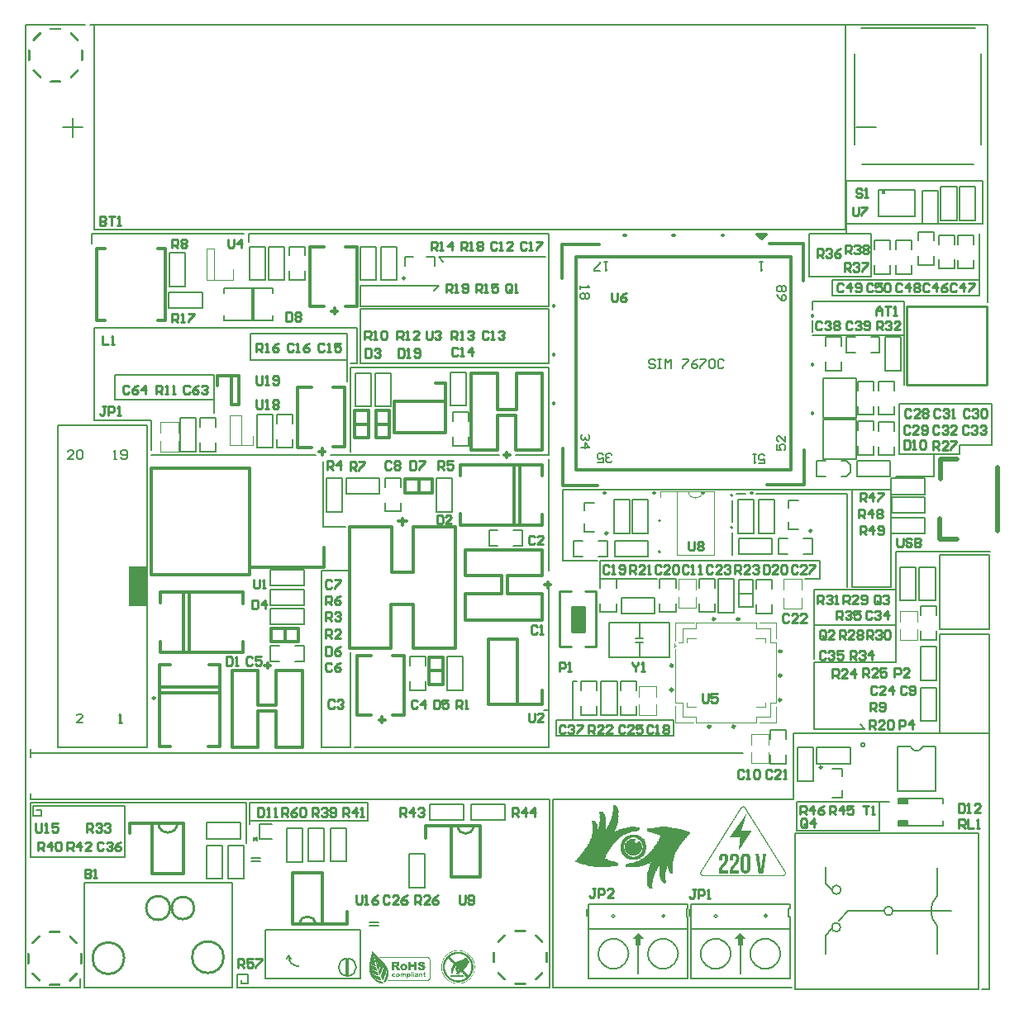
<source format=gto>
G04*
G04 #@! TF.GenerationSoftware,Altium Limited,Altium Designer,21.0.8 (223)*
G04*
G04 Layer_Color=65535*
%FSTAX24Y24*%
%MOIN*%
G70*
G04*
G04 #@! TF.SameCoordinates,736B94AB-3AD6-4132-BD99-26C8E2632B86*
G04*
G04*
G04 #@! TF.FilePolarity,Positive*
G04*
G01*
G75*
%ADD10C,0.0070*%
%ADD11C,0.0100*%
%ADD12C,0.0118*%
%ADD13C,0.0039*%
%ADD14C,0.0079*%
%ADD15C,0.0098*%
%ADD16C,0.0060*%
%ADD17C,0.0157*%
%ADD18C,0.0059*%
%ADD19C,0.0050*%
%ADD20C,0.0070*%
%ADD21C,0.0200*%
%ADD22C,0.0020*%
%ADD23C,0.0020*%
%ADD24C,0.0090*%
%ADD25R,0.0394X0.0197*%
%ADD26R,0.0748X0.1614*%
%ADD27R,0.0500X0.1000*%
%ADD28R,0.0120X0.1310*%
G36*
X039205Y017475D02*
X039216D01*
Y017472D01*
X039227D01*
Y017468D01*
X039234D01*
Y017465D01*
X039241D01*
Y017461D01*
X039244D01*
Y017457D01*
X039252D01*
Y017454D01*
X039255D01*
Y01745D01*
X039259D01*
Y017447D01*
X039266D01*
Y017443D01*
Y01744D01*
X039269D01*
Y017436D01*
X039273D01*
Y017432D01*
X039277D01*
Y017429D01*
Y017425D01*
X03928D01*
Y017422D01*
X039284D01*
Y017418D01*
Y017415D01*
X039287D01*
Y017411D01*
X039291D01*
Y017407D01*
Y017404D01*
X039294D01*
Y0174D01*
X039298D01*
Y017397D01*
Y017393D01*
X039302D01*
Y01739D01*
Y017386D01*
X039305D01*
Y017382D01*
X039309D01*
Y017379D01*
Y017375D01*
X039312D01*
Y017372D01*
Y017368D01*
X039316D01*
Y017365D01*
X03932D01*
Y017361D01*
Y017357D01*
X039323D01*
Y017354D01*
X039327D01*
Y01735D01*
Y017347D01*
X03933D01*
Y017343D01*
X039334D01*
Y01734D01*
Y017336D01*
X039337D01*
Y017332D01*
X039341D01*
Y017329D01*
Y017325D01*
X039345D01*
Y017322D01*
Y017318D01*
X039348D01*
Y017314D01*
X039352D01*
Y017311D01*
Y017307D01*
X039355D01*
Y017304D01*
Y0173D01*
X039359D01*
Y017297D01*
X039362D01*
Y017293D01*
Y017289D01*
X039366D01*
Y017286D01*
Y017282D01*
X03937D01*
Y017279D01*
X039373D01*
Y017275D01*
Y017272D01*
X039377D01*
Y017268D01*
X03938D01*
Y017264D01*
Y017261D01*
X039384D01*
Y017257D01*
X039387D01*
Y017254D01*
Y01725D01*
X039391D01*
Y017247D01*
X039395D01*
Y017243D01*
Y017239D01*
Y017236D01*
X039398D01*
Y017232D01*
X039402D01*
Y017229D01*
X039405D01*
Y017225D01*
Y017222D01*
X039409D01*
Y017218D01*
Y017214D01*
X039412D01*
Y017211D01*
X039416D01*
Y017207D01*
Y017204D01*
X03942D01*
Y0172D01*
X039423D01*
Y017197D01*
Y017193D01*
X039427D01*
Y017189D01*
Y017186D01*
X03943D01*
Y017182D01*
X039434D01*
Y017179D01*
Y017175D01*
X039437D01*
Y017171D01*
X039441D01*
Y017168D01*
Y017164D01*
X039445D01*
Y017161D01*
X039448D01*
Y017157D01*
Y017154D01*
X039452D01*
Y01715D01*
Y017146D01*
X039455D01*
Y017143D01*
X039459D01*
Y017139D01*
Y017136D01*
X039463D01*
Y017132D01*
X039466D01*
Y017129D01*
Y017125D01*
X03947D01*
Y017121D01*
X039473D01*
Y017118D01*
Y017114D01*
X039477D01*
Y017111D01*
Y017107D01*
X03948D01*
Y017104D01*
Y0171D01*
X039484D01*
Y017096D01*
X039488D01*
Y017093D01*
X039491D01*
Y017089D01*
Y017086D01*
X039495D01*
Y017082D01*
Y017079D01*
X039498D01*
Y017075D01*
X039502D01*
Y017071D01*
Y017068D01*
X039505D01*
Y017064D01*
X039509D01*
Y017061D01*
Y017057D01*
X039513D01*
Y017053D01*
Y01705D01*
X039516D01*
Y017046D01*
X03952D01*
Y017043D01*
Y017039D01*
X039523D01*
Y017036D01*
Y017032D01*
X039527D01*
Y017028D01*
X03953D01*
Y017025D01*
Y017021D01*
X039534D01*
Y017018D01*
Y017014D01*
X039538D01*
Y017011D01*
X039541D01*
Y017007D01*
Y017003D01*
X039545D01*
Y017D01*
X039548D01*
Y016996D01*
Y016993D01*
X039552D01*
Y016989D01*
X039555D01*
Y016986D01*
Y016982D01*
X039559D01*
Y016978D01*
Y016975D01*
X039563D01*
Y016971D01*
X039566D01*
Y016968D01*
Y016964D01*
X03957D01*
Y016961D01*
X039573D01*
Y016957D01*
Y016953D01*
X039577D01*
Y01695D01*
Y016946D01*
X039581D01*
Y016943D01*
X039584D01*
Y016939D01*
Y016936D01*
X039588D01*
Y016932D01*
X039591D01*
Y016928D01*
Y016925D01*
X039595D01*
Y016921D01*
X039598D01*
Y016918D01*
Y016914D01*
X039602D01*
Y01691D01*
Y016907D01*
X039606D01*
Y016903D01*
X039609D01*
Y0169D01*
Y016896D01*
X039613D01*
Y016893D01*
Y016889D01*
X039616D01*
Y016885D01*
X03962D01*
Y016882D01*
Y016878D01*
X039623D01*
Y016875D01*
X039627D01*
Y016871D01*
Y016868D01*
X039631D01*
Y016864D01*
Y01686D01*
X039634D01*
Y016857D01*
X039638D01*
Y016853D01*
X039641D01*
Y01685D01*
Y016846D01*
X039645D01*
Y016843D01*
Y016839D01*
X039648D01*
Y016835D01*
X039652D01*
Y016832D01*
Y016828D01*
X039656D01*
Y016825D01*
Y016821D01*
X039659D01*
Y016818D01*
X039663D01*
Y016814D01*
Y01681D01*
X039666D01*
Y016807D01*
Y016803D01*
X03967D01*
Y0168D01*
X039673D01*
Y016796D01*
Y016793D01*
X039677D01*
Y016789D01*
X039681D01*
Y016785D01*
Y016782D01*
X039684D01*
Y016778D01*
X039688D01*
Y016775D01*
Y016771D01*
X039691D01*
Y016767D01*
Y016764D01*
X039695D01*
Y01676D01*
X039698D01*
Y016757D01*
Y016753D01*
X039702D01*
Y01675D01*
X039706D01*
Y016746D01*
Y016742D01*
X039709D01*
Y016739D01*
Y016735D01*
X039713D01*
Y016732D01*
X039716D01*
Y016728D01*
Y016725D01*
X03972D01*
Y016721D01*
Y016717D01*
X039724D01*
Y016714D01*
X039727D01*
Y01671D01*
X039731D01*
Y016707D01*
Y016703D01*
X039734D01*
Y0167D01*
Y016696D01*
X039738D01*
Y016692D01*
Y016689D01*
X039741D01*
Y016685D01*
X039745D01*
Y016682D01*
Y016678D01*
X039749D01*
Y016675D01*
X039752D01*
Y016671D01*
Y016667D01*
X039756D01*
Y016664D01*
Y01666D01*
X039759D01*
Y016657D01*
X039763D01*
Y016653D01*
X039766D01*
Y016649D01*
Y016646D01*
X03977D01*
Y016642D01*
Y016639D01*
X039774D01*
Y016635D01*
X039777D01*
Y016632D01*
Y016628D01*
X039781D01*
Y016624D01*
Y016621D01*
X039784D01*
Y016617D01*
X039788D01*
Y016614D01*
Y01661D01*
X039791D01*
Y016607D01*
Y016603D01*
X039795D01*
Y016599D01*
X039799D01*
Y016596D01*
X039802D01*
Y016592D01*
Y016589D01*
X039806D01*
Y016585D01*
Y016582D01*
X039809D01*
Y016578D01*
X039813D01*
Y016574D01*
Y016571D01*
X039816D01*
Y016567D01*
X03982D01*
Y016564D01*
Y01656D01*
X039824D01*
Y016557D01*
Y016553D01*
X039827D01*
Y016549D01*
Y016546D01*
X039831D01*
Y016542D01*
X039834D01*
Y016539D01*
Y016535D01*
X039838D01*
Y016532D01*
Y016528D01*
X039841D01*
Y016524D01*
X039845D01*
Y016521D01*
X039849D01*
Y016517D01*
Y016514D01*
X039852D01*
Y01651D01*
X039856D01*
Y016506D01*
Y016503D01*
X039859D01*
Y016499D01*
Y016496D01*
X039863D01*
Y016492D01*
X039867D01*
Y016489D01*
Y016485D01*
X03987D01*
Y016481D01*
Y016478D01*
X039874D01*
Y016474D01*
X039877D01*
Y016471D01*
Y016467D01*
X039881D01*
Y016464D01*
X039884D01*
Y01646D01*
Y016456D01*
X039888D01*
Y016453D01*
Y016449D01*
X039892D01*
Y016446D01*
X039895D01*
Y016442D01*
X039899D01*
Y016439D01*
Y016435D01*
X039902D01*
Y016431D01*
Y016428D01*
X039906D01*
Y016424D01*
X039909D01*
Y016421D01*
Y016417D01*
Y016414D01*
X039913D01*
Y01641D01*
X039917D01*
Y016406D01*
X03992D01*
Y016403D01*
Y016399D01*
X039924D01*
Y016396D01*
Y016392D01*
X039927D01*
Y016389D01*
X039931D01*
Y016385D01*
Y016381D01*
X039934D01*
Y016378D01*
X039938D01*
Y016374D01*
Y016371D01*
X039942D01*
Y016367D01*
X039945D01*
Y016363D01*
Y01636D01*
X039949D01*
Y016356D01*
X039952D01*
Y016353D01*
Y016349D01*
X039956D01*
Y016346D01*
Y016342D01*
X039959D01*
Y016338D01*
X039963D01*
Y016335D01*
Y016331D01*
X039967D01*
Y016328D01*
Y016324D01*
X03997D01*
Y016321D01*
X039974D01*
Y016317D01*
Y016313D01*
X039977D01*
Y01631D01*
X039981D01*
Y016306D01*
Y016303D01*
X039984D01*
Y016299D01*
Y016296D01*
X039988D01*
Y016292D01*
X039992D01*
Y016288D01*
Y016285D01*
X039995D01*
Y016281D01*
Y016278D01*
X039999D01*
Y016274D01*
X040002D01*
Y016271D01*
X040006D01*
Y016267D01*
Y016263D01*
Y01626D01*
X04001D01*
Y016256D01*
X040013D01*
Y016253D01*
X040017D01*
Y016249D01*
Y016245D01*
X04002D01*
Y016242D01*
Y016238D01*
X040024D01*
Y016235D01*
X040027D01*
Y016231D01*
Y016228D01*
X040031D01*
Y016224D01*
X040035D01*
Y01622D01*
Y016217D01*
X040038D01*
Y016213D01*
Y01621D01*
X040042D01*
Y016206D01*
X040045D01*
Y016203D01*
Y016199D01*
X040049D01*
Y016195D01*
Y016192D01*
X040052D01*
Y016188D01*
X040056D01*
Y016185D01*
Y016181D01*
X04006D01*
Y016178D01*
X040063D01*
Y016174D01*
Y01617D01*
X040067D01*
Y016167D01*
X04007D01*
Y016163D01*
Y01616D01*
X040074D01*
Y016156D01*
Y016153D01*
X040077D01*
Y016149D01*
X040081D01*
Y016145D01*
Y016142D01*
X040085D01*
Y016138D01*
X040088D01*
Y016135D01*
Y016131D01*
X040092D01*
Y016128D01*
Y016124D01*
X040095D01*
Y01612D01*
X040099D01*
Y016117D01*
Y016113D01*
X040102D01*
Y01611D01*
X040106D01*
Y016106D01*
Y016102D01*
X04011D01*
Y016099D01*
X040113D01*
Y016095D01*
Y016092D01*
X040117D01*
Y016088D01*
Y016085D01*
X04012D01*
Y016081D01*
X040124D01*
Y016077D01*
Y016074D01*
X040128D01*
Y01607D01*
Y016067D01*
X040131D01*
Y016063D01*
X040135D01*
Y01606D01*
Y016056D01*
X040138D01*
Y016052D01*
X040142D01*
Y016049D01*
Y016045D01*
X040145D01*
Y016042D01*
Y016038D01*
X040149D01*
Y016035D01*
X040153D01*
Y016031D01*
Y016027D01*
X040156D01*
Y016024D01*
X04016D01*
Y01602D01*
Y016017D01*
X040163D01*
Y016013D01*
X040167D01*
Y01601D01*
Y016006D01*
X04017D01*
Y016002D01*
Y015999D01*
X040174D01*
Y015995D01*
X040178D01*
Y015992D01*
Y015988D01*
X040181D01*
Y015985D01*
Y015981D01*
X040185D01*
Y015977D01*
X040188D01*
Y015974D01*
Y01597D01*
X040192D01*
Y015967D01*
X040195D01*
Y015963D01*
Y015959D01*
X040199D01*
Y015956D01*
X040203D01*
Y015952D01*
Y015949D01*
X040206D01*
Y015945D01*
X04021D01*
Y015942D01*
Y015938D01*
Y015934D01*
X040213D01*
Y015931D01*
X040217D01*
Y015927D01*
X04022D01*
Y015924D01*
Y01592D01*
X040224D01*
Y015917D01*
Y015913D01*
X040228D01*
Y015909D01*
X040231D01*
Y015906D01*
Y015902D01*
X040235D01*
Y015899D01*
X040238D01*
Y015895D01*
Y015892D01*
X040242D01*
Y015888D01*
Y015884D01*
X040245D01*
Y015881D01*
X040249D01*
Y015877D01*
Y015874D01*
X040253D01*
Y01587D01*
Y015867D01*
X040256D01*
Y015863D01*
X04026D01*
Y015859D01*
Y015856D01*
X040263D01*
Y015852D01*
Y015849D01*
X040267D01*
Y015845D01*
X040271D01*
Y015841D01*
X040274D01*
Y015838D01*
Y015834D01*
X040278D01*
Y015831D01*
Y015827D01*
X040281D01*
Y015824D01*
X040285D01*
Y01582D01*
Y015816D01*
X040288D01*
Y015813D01*
X040292D01*
Y015809D01*
Y015806D01*
X040296D01*
Y015802D01*
Y015799D01*
X040299D01*
Y015795D01*
X040303D01*
Y015791D01*
Y015788D01*
X040306D01*
Y015784D01*
Y015781D01*
X04031D01*
Y015777D01*
X040313D01*
Y015774D01*
X040317D01*
Y01577D01*
Y015766D01*
X040321D01*
Y015763D01*
Y015759D01*
X040324D01*
Y015756D01*
X040328D01*
Y015752D01*
Y015749D01*
X040331D01*
Y015745D01*
X040335D01*
Y015741D01*
Y015738D01*
X040338D01*
Y015734D01*
Y015731D01*
X040342D01*
Y015727D01*
X040346D01*
Y015724D01*
Y01572D01*
X040349D01*
Y015716D01*
Y015713D01*
X040353D01*
Y015709D01*
X040356D01*
Y015706D01*
Y015702D01*
X04036D01*
Y015698D01*
X040363D01*
Y015695D01*
Y015691D01*
X040367D01*
Y015688D01*
X040371D01*
Y015684D01*
Y015681D01*
X040374D01*
Y015677D01*
Y015673D01*
X040378D01*
Y01567D01*
X040381D01*
Y015666D01*
Y015663D01*
X040385D01*
Y015659D01*
Y015656D01*
X040388D01*
Y015652D01*
X040392D01*
Y015648D01*
Y015645D01*
X040396D01*
Y015641D01*
X040399D01*
Y015638D01*
Y015634D01*
X040403D01*
Y015631D01*
Y015627D01*
X040406D01*
Y015623D01*
X04041D01*
Y01562D01*
X040414D01*
Y015616D01*
Y015613D01*
X040417D01*
Y015609D01*
Y015606D01*
X040421D01*
Y015602D01*
X040424D01*
Y015598D01*
Y015595D01*
X040428D01*
Y015591D01*
Y015588D01*
X040431D01*
Y015584D01*
X040435D01*
Y015581D01*
Y015577D01*
X040439D01*
Y015573D01*
Y01557D01*
X040442D01*
Y015566D01*
X040446D01*
Y015563D01*
Y015559D01*
X040449D01*
Y015555D01*
X040453D01*
Y015552D01*
X040456D01*
Y015548D01*
Y015545D01*
X04046D01*
Y015541D01*
Y015538D01*
X040464D01*
Y015534D01*
X040467D01*
Y01553D01*
Y015527D01*
X040471D01*
Y015523D01*
Y01552D01*
X040474D01*
Y015516D01*
X040478D01*
Y015513D01*
Y015509D01*
X040481D01*
Y015505D01*
Y015502D01*
X040485D01*
Y015498D01*
X040489D01*
Y015495D01*
Y015491D01*
X040492D01*
Y015488D01*
X040496D01*
Y015484D01*
Y01548D01*
X040499D01*
Y015477D01*
X040503D01*
Y015473D01*
Y01547D01*
X040506D01*
Y015466D01*
X04051D01*
Y015463D01*
Y015459D01*
X040514D01*
Y015455D01*
Y015452D01*
X040517D01*
Y015448D01*
X040521D01*
Y015445D01*
Y015441D01*
Y015438D01*
X040524D01*
Y015434D01*
X040528D01*
Y01543D01*
X040532D01*
Y015427D01*
Y015423D01*
X040535D01*
Y01542D01*
X040539D01*
Y015416D01*
Y015412D01*
X040542D01*
Y015409D01*
Y015405D01*
X040546D01*
Y015402D01*
X040549D01*
Y015398D01*
Y015395D01*
X040553D01*
Y015391D01*
Y015387D01*
X040557D01*
Y015384D01*
X04056D01*
Y01538D01*
Y015377D01*
X040564D01*
Y015373D01*
X040567D01*
Y01537D01*
Y015366D01*
X040571D01*
Y015362D01*
X040574D01*
Y015359D01*
Y015355D01*
X040578D01*
Y015352D01*
Y015348D01*
X040582D01*
Y015345D01*
X040585D01*
Y015341D01*
Y015337D01*
X040589D01*
Y015334D01*
X040592D01*
Y01533D01*
Y015327D01*
X040596D01*
Y015323D01*
Y01532D01*
X040599D01*
Y015316D01*
X040603D01*
Y015312D01*
Y015309D01*
X040607D01*
Y015305D01*
Y015302D01*
X04061D01*
Y015298D01*
X040614D01*
Y015295D01*
Y015291D01*
X040617D01*
Y015287D01*
X040621D01*
Y015284D01*
Y01528D01*
X040624D01*
Y015277D01*
X040628D01*
Y015273D01*
Y015269D01*
X040632D01*
Y015266D01*
X040635D01*
Y015262D01*
Y015259D01*
X040639D01*
Y015255D01*
Y015252D01*
X040642D01*
Y015248D01*
X040646D01*
Y015244D01*
Y015241D01*
X040649D01*
Y015237D01*
Y015234D01*
X040653D01*
Y01523D01*
X040657D01*
Y015227D01*
Y015223D01*
X04066D01*
Y015219D01*
Y015216D01*
X040664D01*
Y015212D01*
X040667D01*
Y015209D01*
X040671D01*
Y015205D01*
Y015202D01*
X040675D01*
Y015198D01*
Y015194D01*
X040678D01*
Y015191D01*
X040682D01*
Y015187D01*
Y015184D01*
X040685D01*
Y01518D01*
Y015177D01*
X040689D01*
Y015173D01*
X040692D01*
Y015169D01*
Y015166D01*
X040696D01*
Y015162D01*
X0407D01*
Y015159D01*
Y015155D01*
X040703D01*
Y015151D01*
Y015148D01*
X040707D01*
Y015144D01*
X04071D01*
Y015141D01*
Y015137D01*
X040714D01*
Y015134D01*
X040717D01*
Y01513D01*
Y015126D01*
X040721D01*
Y015123D01*
X040725D01*
Y015119D01*
Y015116D01*
X040728D01*
Y015112D01*
Y015109D01*
X040732D01*
Y015105D01*
X040735D01*
Y015101D01*
Y015098D01*
X040739D01*
Y015094D01*
Y015091D01*
X040742D01*
Y015087D01*
X040746D01*
Y015084D01*
Y01508D01*
X04075D01*
Y015076D01*
X040753D01*
Y015073D01*
Y015069D01*
X040757D01*
Y015066D01*
X04076D01*
Y015062D01*
Y015059D01*
X040764D01*
Y015055D01*
X040767D01*
Y015051D01*
Y015048D01*
Y015044D01*
X040771D01*
Y015041D01*
X040775D01*
Y015037D01*
X040778D01*
Y015034D01*
Y01503D01*
X040782D01*
Y015026D01*
Y015023D01*
X040785D01*
Y015019D01*
X040789D01*
Y015016D01*
Y015012D01*
X040792D01*
Y015008D01*
X040796D01*
Y015005D01*
Y015001D01*
X0408D01*
Y014998D01*
Y014994D01*
X040803D01*
Y014991D01*
X040807D01*
Y014987D01*
Y014983D01*
X04081D01*
Y01498D01*
Y014976D01*
X040814D01*
Y014973D01*
X040818D01*
Y014969D01*
X040821D01*
Y014966D01*
Y014962D01*
Y014958D01*
X040825D01*
Y014955D01*
X040828D01*
Y014951D01*
X040832D01*
Y014948D01*
Y014944D01*
X040835D01*
Y014941D01*
X040839D01*
Y014937D01*
Y014933D01*
X040843D01*
Y01493D01*
Y014926D01*
X040846D01*
Y014923D01*
X04085D01*
Y014919D01*
Y014916D01*
X040853D01*
Y014912D01*
Y014908D01*
X040857D01*
Y014905D01*
X04086D01*
Y014901D01*
Y014898D01*
X040864D01*
Y014894D01*
Y014891D01*
X040868D01*
Y014887D01*
X040871D01*
Y014883D01*
X040875D01*
Y01488D01*
Y014876D01*
X040878D01*
Y014873D01*
Y014869D01*
X040882D01*
Y014865D01*
X040885D01*
Y014862D01*
Y014858D01*
X040889D01*
Y014855D01*
X040893D01*
Y014851D01*
Y014848D01*
X040896D01*
Y014844D01*
Y01484D01*
X0409D01*
Y014837D01*
X040903D01*
Y014833D01*
Y01483D01*
X040907D01*
Y014826D01*
Y014823D01*
X04091D01*
Y014819D01*
Y014815D01*
Y014812D01*
X040914D01*
Y014808D01*
Y014805D01*
Y014801D01*
Y014798D01*
X040918D01*
Y014794D01*
Y01479D01*
Y014787D01*
Y014783D01*
Y01478D01*
Y014776D01*
Y014773D01*
Y014769D01*
Y014765D01*
Y014762D01*
Y014758D01*
Y014755D01*
X040914D01*
Y014751D01*
Y014748D01*
Y014744D01*
X04091D01*
Y01474D01*
Y014737D01*
X040907D01*
Y014733D01*
Y01473D01*
Y014726D01*
X040903D01*
Y014722D01*
Y014719D01*
X0409D01*
Y014715D01*
X040896D01*
Y014712D01*
Y014708D01*
X040893D01*
Y014705D01*
X040889D01*
Y014701D01*
X040885D01*
Y014697D01*
X040882D01*
Y014694D01*
X040878D01*
Y01469D01*
X040875D01*
Y014687D01*
X040871D01*
Y014683D01*
X040864D01*
Y01468D01*
X040857D01*
Y014676D01*
X040853D01*
Y014672D01*
X040846D01*
Y014669D01*
X040828D01*
Y014665D01*
X037543D01*
Y014669D01*
X037525D01*
Y014672D01*
X037518D01*
Y014676D01*
X03751D01*
Y01468D01*
X037503D01*
Y014683D01*
X037496D01*
Y014687D01*
X037493D01*
Y01469D01*
X037489D01*
Y014694D01*
X037485D01*
Y014697D01*
X037482D01*
Y014701D01*
X037478D01*
Y014705D01*
X037475D01*
Y014708D01*
Y014712D01*
X037471D01*
Y014715D01*
X037468D01*
Y014719D01*
X037464D01*
Y014722D01*
Y014726D01*
X03746D01*
Y01473D01*
Y014733D01*
Y014737D01*
X037457D01*
Y01474D01*
Y014744D01*
X037453D01*
Y014748D01*
Y014751D01*
Y014755D01*
Y014758D01*
Y014762D01*
X03745D01*
Y014765D01*
Y014769D01*
Y014773D01*
Y014776D01*
Y01478D01*
Y014783D01*
Y014787D01*
Y01479D01*
Y014794D01*
X037453D01*
Y014798D01*
Y014801D01*
Y014805D01*
Y014808D01*
Y014812D01*
X037457D01*
Y014815D01*
Y014819D01*
X03746D01*
Y014823D01*
Y014826D01*
X037464D01*
Y01483D01*
Y014833D01*
Y014837D01*
X037468D01*
Y01484D01*
X037471D01*
Y014844D01*
Y014848D01*
X037475D01*
Y014851D01*
Y014855D01*
X037478D01*
Y014858D01*
X037482D01*
Y014862D01*
Y014865D01*
X037485D01*
Y014869D01*
X037489D01*
Y014873D01*
Y014876D01*
X037493D01*
Y01488D01*
X037496D01*
Y014883D01*
Y014887D01*
X0375D01*
Y014891D01*
X037503D01*
Y014894D01*
Y014898D01*
X037507D01*
Y014901D01*
Y014905D01*
X03751D01*
Y014908D01*
X037514D01*
Y014912D01*
X037518D01*
Y014916D01*
Y014919D01*
Y014923D01*
X037521D01*
Y014926D01*
X037525D01*
Y01493D01*
X037528D01*
Y014933D01*
Y014937D01*
X037532D01*
Y014941D01*
Y014944D01*
X037535D01*
Y014948D01*
X037539D01*
Y014951D01*
Y014955D01*
X037543D01*
Y014958D01*
X037546D01*
Y014962D01*
Y014966D01*
X03755D01*
Y014969D01*
Y014973D01*
X037553D01*
Y014976D01*
X037557D01*
Y01498D01*
Y014983D01*
X037561D01*
Y014987D01*
Y014991D01*
X037564D01*
Y014994D01*
X037568D01*
Y014998D01*
Y015001D01*
X037571D01*
Y015005D01*
X037575D01*
Y015008D01*
Y015012D01*
X037578D01*
Y015016D01*
X037582D01*
Y015019D01*
Y015023D01*
X037586D01*
Y015026D01*
Y01503D01*
X037589D01*
Y015034D01*
X037593D01*
Y015037D01*
Y015041D01*
X037596D01*
Y015044D01*
X0376D01*
Y015048D01*
Y015051D01*
X037603D01*
Y015055D01*
Y015059D01*
X037607D01*
Y015062D01*
X037611D01*
Y015066D01*
Y015069D01*
X037614D01*
Y015073D01*
Y015076D01*
X037618D01*
Y01508D01*
X037621D01*
Y015084D01*
Y015087D01*
X037625D01*
Y015091D01*
X037628D01*
Y015094D01*
Y015098D01*
X037632D01*
Y015101D01*
X037636D01*
Y015105D01*
Y015109D01*
X037639D01*
Y015112D01*
Y015116D01*
X037643D01*
Y015119D01*
X037646D01*
Y015123D01*
Y015126D01*
X03765D01*
Y01513D01*
X037653D01*
Y015134D01*
Y015137D01*
X037657D01*
Y015141D01*
Y015144D01*
X037661D01*
Y015148D01*
X037664D01*
Y015151D01*
Y015155D01*
X037668D01*
Y015159D01*
Y015162D01*
X037671D01*
Y015166D01*
X037675D01*
Y015169D01*
X037678D01*
Y015173D01*
Y015177D01*
Y01518D01*
X037682D01*
Y015184D01*
X037686D01*
Y015187D01*
X037689D01*
Y015191D01*
Y015194D01*
X037693D01*
Y015198D01*
Y015202D01*
X037696D01*
Y015205D01*
X0377D01*
Y015209D01*
Y015212D01*
X037704D01*
Y015216D01*
X037707D01*
Y015219D01*
Y015223D01*
X037711D01*
Y015227D01*
Y01523D01*
X037714D01*
Y015234D01*
X037718D01*
Y015237D01*
Y015241D01*
X037721D01*
Y015244D01*
X037725D01*
Y015248D01*
Y015252D01*
X037729D01*
Y015255D01*
X037732D01*
Y015259D01*
Y015262D01*
Y015266D01*
X037736D01*
Y015269D01*
X037739D01*
Y015273D01*
X037743D01*
Y015277D01*
Y01528D01*
X037746D01*
Y015284D01*
Y015287D01*
X03775D01*
Y015291D01*
X037754D01*
Y015295D01*
Y015298D01*
X037757D01*
Y015302D01*
X037761D01*
Y015305D01*
Y015309D01*
X037764D01*
Y015312D01*
Y015316D01*
X037768D01*
Y01532D01*
X037771D01*
Y015323D01*
Y015327D01*
X037775D01*
Y01533D01*
Y015334D01*
X037779D01*
Y015337D01*
X037782D01*
Y015341D01*
Y015345D01*
X037786D01*
Y015348D01*
X037789D01*
Y015352D01*
X037793D01*
Y015355D01*
Y015359D01*
X037796D01*
Y015362D01*
Y015366D01*
X0378D01*
Y01537D01*
X037804D01*
Y015373D01*
Y015377D01*
X037807D01*
Y01538D01*
Y015384D01*
X037811D01*
Y015387D01*
X037814D01*
Y015391D01*
Y015395D01*
X037818D01*
Y015398D01*
Y015402D01*
X037822D01*
Y015405D01*
X037825D01*
Y015409D01*
Y015412D01*
X037829D01*
Y015416D01*
X037832D01*
Y01542D01*
Y015423D01*
X037836D01*
Y015427D01*
X037839D01*
Y01543D01*
Y015434D01*
X037843D01*
Y015438D01*
X037847D01*
Y015441D01*
Y015445D01*
X03785D01*
Y015448D01*
Y015452D01*
X037854D01*
Y015455D01*
X037857D01*
Y015459D01*
Y015463D01*
X037861D01*
Y015466D01*
Y01547D01*
X037864D01*
Y015473D01*
X037868D01*
Y015477D01*
Y01548D01*
X037872D01*
Y015484D01*
Y015488D01*
X037875D01*
Y015491D01*
X037879D01*
Y015495D01*
Y015498D01*
X037882D01*
Y015502D01*
X037886D01*
Y015505D01*
Y015509D01*
X037889D01*
Y015513D01*
X037893D01*
Y015516D01*
Y01552D01*
X037897D01*
Y015523D01*
X0379D01*
Y015527D01*
Y01553D01*
X037904D01*
Y015534D01*
Y015538D01*
X037907D01*
Y015541D01*
Y015545D01*
X037911D01*
Y015548D01*
X037914D01*
Y015552D01*
Y015555D01*
X037918D01*
Y015559D01*
X037922D01*
Y015563D01*
Y015566D01*
X037925D01*
Y01557D01*
X037929D01*
Y015573D01*
Y015577D01*
X037932D01*
Y015581D01*
X037936D01*
Y015584D01*
Y015588D01*
X037939D01*
Y015591D01*
Y015595D01*
X037943D01*
Y015598D01*
X037947D01*
Y015602D01*
Y015606D01*
X03795D01*
Y015609D01*
Y015613D01*
X037954D01*
Y015616D01*
X037957D01*
Y01562D01*
Y015623D01*
X037961D01*
Y015627D01*
Y015631D01*
X037965D01*
Y015634D01*
X037968D01*
Y015638D01*
Y015641D01*
X037972D01*
Y015645D01*
X037975D01*
Y015648D01*
X037979D01*
Y015652D01*
Y015656D01*
X037982D01*
Y015659D01*
Y015663D01*
X037986D01*
Y015666D01*
X03799D01*
Y01567D01*
Y015673D01*
X037993D01*
Y015677D01*
Y015681D01*
X037997D01*
Y015684D01*
X038D01*
Y015688D01*
Y015691D01*
X038004D01*
Y015695D01*
X038007D01*
Y015698D01*
Y015702D01*
X038011D01*
Y015706D01*
Y015709D01*
X038015D01*
Y015713D01*
X038018D01*
Y015716D01*
Y01572D01*
X038022D01*
Y015724D01*
Y015727D01*
X038025D01*
Y015731D01*
X038029D01*
Y015734D01*
X038032D01*
Y015738D01*
Y015741D01*
Y015745D01*
X038036D01*
Y015749D01*
X03804D01*
Y015752D01*
Y015756D01*
X038043D01*
Y015759D01*
X038047D01*
Y015763D01*
Y015766D01*
X03805D01*
Y01577D01*
X038054D01*
Y015774D01*
Y015777D01*
X038057D01*
Y015781D01*
X038061D01*
Y015784D01*
Y015788D01*
X038065D01*
Y015791D01*
Y015795D01*
X038068D01*
Y015799D01*
X038072D01*
Y015802D01*
Y015806D01*
X038075D01*
Y015809D01*
Y015813D01*
X038079D01*
Y015816D01*
X038082D01*
Y01582D01*
Y015824D01*
X038086D01*
Y015827D01*
X03809D01*
Y015831D01*
Y015834D01*
X038093D01*
Y015838D01*
X038097D01*
Y015841D01*
Y015845D01*
X0381D01*
Y015849D01*
X038104D01*
Y015852D01*
Y015856D01*
X038108D01*
Y015859D01*
Y015863D01*
X038111D01*
Y015867D01*
X038115D01*
Y01587D01*
Y015874D01*
X038118D01*
Y015877D01*
Y015881D01*
X038122D01*
Y015884D01*
X038125D01*
Y015888D01*
Y015892D01*
X038129D01*
Y015895D01*
Y015899D01*
X038133D01*
Y015902D01*
X038136D01*
Y015906D01*
X03814D01*
Y015909D01*
Y015913D01*
X038143D01*
Y015917D01*
Y01592D01*
X038147D01*
Y015924D01*
X03815D01*
Y015927D01*
Y015931D01*
X038154D01*
Y015934D01*
X038158D01*
Y015938D01*
Y015942D01*
X038161D01*
Y015945D01*
Y015949D01*
X038165D01*
Y015952D01*
X038168D01*
Y015956D01*
Y015959D01*
X038172D01*
Y015963D01*
Y015967D01*
X038175D01*
Y01597D01*
X038179D01*
Y015974D01*
Y015977D01*
X038183D01*
Y015981D01*
X038186D01*
Y015985D01*
Y015988D01*
X03819D01*
Y015992D01*
X038193D01*
Y015995D01*
Y015999D01*
X038197D01*
Y016002D01*
Y016006D01*
X0382D01*
Y01601D01*
X038204D01*
Y016013D01*
Y016017D01*
X038208D01*
Y01602D01*
Y016024D01*
X038211D01*
Y016027D01*
X038215D01*
Y016031D01*
Y016035D01*
X038218D01*
Y016038D01*
X038222D01*
Y016042D01*
Y016045D01*
X038226D01*
Y016049D01*
X038229D01*
Y016052D01*
Y016056D01*
X038233D01*
Y01606D01*
Y016063D01*
X038236D01*
Y016067D01*
Y01607D01*
X03824D01*
Y016074D01*
X038243D01*
Y016077D01*
X038247D01*
Y016081D01*
Y016085D01*
X038251D01*
Y016088D01*
Y016092D01*
X038254D01*
Y016095D01*
X038258D01*
Y016099D01*
Y016102D01*
X038261D01*
Y016106D01*
X038265D01*
Y01611D01*
Y016113D01*
X038268D01*
Y016117D01*
Y01612D01*
X038272D01*
Y016124D01*
X038276D01*
Y016128D01*
X038279D01*
Y016131D01*
Y016135D01*
Y016138D01*
X038283D01*
Y016142D01*
X038286D01*
Y016145D01*
X03829D01*
Y016149D01*
Y016153D01*
Y016156D01*
X038293D01*
Y01616D01*
X038297D01*
Y016163D01*
X038301D01*
Y016167D01*
Y01617D01*
X038304D01*
Y016174D01*
Y016178D01*
X038308D01*
Y016181D01*
X038311D01*
Y016185D01*
Y016188D01*
X038315D01*
Y016192D01*
X038318D01*
Y016195D01*
Y016199D01*
X038322D01*
Y016203D01*
Y016206D01*
X038326D01*
Y01621D01*
X038329D01*
Y016213D01*
X038333D01*
Y016217D01*
Y01622D01*
Y016224D01*
X038336D01*
Y016228D01*
X03834D01*
Y016231D01*
Y016235D01*
X038343D01*
Y016238D01*
X038347D01*
Y016242D01*
Y016245D01*
X038351D01*
Y016249D01*
X038354D01*
Y016253D01*
Y016256D01*
X038358D01*
Y01626D01*
X038361D01*
Y016263D01*
Y016267D01*
X038365D01*
Y016271D01*
Y016274D01*
X038369D01*
Y016278D01*
X038372D01*
Y016281D01*
Y016285D01*
X038376D01*
Y016288D01*
Y016292D01*
X038379D01*
Y016296D01*
X038383D01*
Y016299D01*
Y016303D01*
X038386D01*
Y016306D01*
X03839D01*
Y01631D01*
Y016313D01*
X038394D01*
Y016317D01*
X038397D01*
Y016321D01*
Y016324D01*
X038401D01*
Y016328D01*
Y016331D01*
X038404D01*
Y016335D01*
X038408D01*
Y016338D01*
Y016342D01*
X038411D01*
Y016346D01*
X038415D01*
Y016349D01*
Y016353D01*
X038419D01*
Y016356D01*
Y01636D01*
X038422D01*
Y016363D01*
X038426D01*
Y016367D01*
Y016371D01*
X038429D01*
Y016374D01*
Y016378D01*
X038433D01*
Y016381D01*
X038436D01*
Y016385D01*
X03844D01*
Y016389D01*
Y016392D01*
X038444D01*
Y016396D01*
Y016399D01*
X038447D01*
Y016403D01*
X038451D01*
Y016406D01*
Y01641D01*
X038454D01*
Y016414D01*
X038458D01*
Y016417D01*
Y016421D01*
X038461D01*
Y016424D01*
Y016428D01*
X038465D01*
Y016431D01*
Y016435D01*
X038469D01*
Y016439D01*
X038472D01*
Y016442D01*
Y016446D01*
X038476D01*
Y016449D01*
X038479D01*
Y016453D01*
Y016456D01*
X038483D01*
Y01646D01*
X038486D01*
Y016464D01*
Y016467D01*
X03849D01*
Y016471D01*
X038494D01*
Y016474D01*
Y016478D01*
X038497D01*
Y016481D01*
Y016485D01*
X038501D01*
Y016489D01*
X038504D01*
Y016492D01*
Y016496D01*
X038508D01*
Y016499D01*
Y016503D01*
X038512D01*
Y016506D01*
X038515D01*
Y01651D01*
Y016514D01*
X038519D01*
Y016517D01*
X038522D01*
Y016521D01*
Y016524D01*
X038526D01*
Y016528D01*
Y016532D01*
X038529D01*
Y016535D01*
X038533D01*
Y016539D01*
X038537D01*
Y016542D01*
Y016546D01*
X03854D01*
Y016549D01*
Y016553D01*
X038544D01*
Y016557D01*
X038547D01*
Y01656D01*
Y016564D01*
Y016567D01*
X038551D01*
Y016571D01*
X038554D01*
Y016574D01*
X038558D01*
Y016578D01*
Y016582D01*
X038562D01*
Y016585D01*
Y016589D01*
X038565D01*
Y016592D01*
X038569D01*
Y016596D01*
Y016599D01*
X038572D01*
Y016603D01*
X038576D01*
Y016607D01*
Y01661D01*
X038579D01*
Y016614D01*
Y016617D01*
X038583D01*
Y016621D01*
X038587D01*
Y016624D01*
X03859D01*
Y016628D01*
Y016632D01*
Y016635D01*
X038594D01*
Y016639D01*
X038597D01*
Y016642D01*
Y016646D01*
X038601D01*
Y016649D01*
X038604D01*
Y016653D01*
Y016657D01*
X038608D01*
Y01666D01*
X038612D01*
Y016664D01*
Y016667D01*
X038615D01*
Y016671D01*
X038619D01*
Y016675D01*
Y016678D01*
X038622D01*
Y016682D01*
Y016685D01*
X038626D01*
Y016689D01*
X03863D01*
Y016692D01*
Y016696D01*
X038633D01*
Y0167D01*
Y016703D01*
X038637D01*
Y016707D01*
X03864D01*
Y01671D01*
Y016714D01*
X038644D01*
Y016717D01*
X038647D01*
Y016721D01*
Y016725D01*
X038651D01*
Y016728D01*
X038655D01*
Y016732D01*
Y016735D01*
X038658D01*
Y016739D01*
X038662D01*
Y016742D01*
Y016746D01*
X038665D01*
Y01675D01*
Y016753D01*
X038669D01*
Y016757D01*
X038672D01*
Y01676D01*
Y016764D01*
X038676D01*
Y016767D01*
Y016771D01*
X03868D01*
Y016775D01*
X038683D01*
Y016778D01*
Y016782D01*
X038687D01*
Y016785D01*
Y016789D01*
X03869D01*
Y016793D01*
X038694D01*
Y016796D01*
X038697D01*
Y0168D01*
Y016803D01*
X038701D01*
Y016807D01*
Y01681D01*
X038705D01*
Y016814D01*
X038708D01*
Y016818D01*
Y016821D01*
X038712D01*
Y016825D01*
X038715D01*
Y016828D01*
Y016832D01*
X038719D01*
Y016835D01*
Y016839D01*
X038722D01*
Y016843D01*
X038726D01*
Y016846D01*
Y01685D01*
X03873D01*
Y016853D01*
Y016857D01*
X038733D01*
Y01686D01*
X038737D01*
Y016864D01*
Y016868D01*
X03874D01*
Y016871D01*
X038744D01*
Y016875D01*
Y016878D01*
X038747D01*
Y016882D01*
X038751D01*
Y016885D01*
Y016889D01*
X038755D01*
Y016893D01*
X038758D01*
Y016896D01*
Y0169D01*
X038762D01*
Y016903D01*
Y016907D01*
X038765D01*
Y01691D01*
X038769D01*
Y016914D01*
Y016918D01*
X038773D01*
Y016921D01*
Y016925D01*
X038776D01*
Y016928D01*
X03878D01*
Y016932D01*
Y016936D01*
X038783D01*
Y016939D01*
Y016943D01*
X038787D01*
Y016946D01*
X03879D01*
Y01695D01*
Y016953D01*
X038794D01*
Y016957D01*
Y016961D01*
X038798D01*
Y016964D01*
X038801D01*
Y016968D01*
X038805D01*
Y016971D01*
Y016975D01*
X038808D01*
Y016978D01*
Y016982D01*
X038812D01*
Y016986D01*
X038815D01*
Y016989D01*
Y016993D01*
X038819D01*
Y016996D01*
Y017D01*
X038823D01*
Y017003D01*
X038826D01*
Y017007D01*
Y017011D01*
X03883D01*
Y017014D01*
X038833D01*
Y017018D01*
Y017021D01*
X038837D01*
Y017025D01*
Y017028D01*
X03884D01*
Y017032D01*
X038844D01*
Y017036D01*
X038848D01*
Y017039D01*
Y017043D01*
Y017046D01*
X038851D01*
Y01705D01*
X038855D01*
Y017053D01*
Y017057D01*
X038858D01*
Y017061D01*
X038862D01*
Y017064D01*
Y017068D01*
X038865D01*
Y017071D01*
X038869D01*
Y017075D01*
Y017079D01*
X038873D01*
Y017082D01*
X038876D01*
Y017086D01*
Y017089D01*
X03888D01*
Y017093D01*
Y017096D01*
X038883D01*
Y0171D01*
X038887D01*
Y017104D01*
Y017107D01*
X03889D01*
Y017111D01*
Y017114D01*
X038894D01*
Y017118D01*
X038898D01*
Y017121D01*
Y017125D01*
X038901D01*
Y017129D01*
Y017132D01*
X038905D01*
Y017136D01*
X038908D01*
Y017139D01*
X038912D01*
Y017143D01*
Y017146D01*
X038916D01*
Y01715D01*
X038919D01*
Y017154D01*
Y017157D01*
X038923D01*
Y017161D01*
Y017164D01*
X038926D01*
Y017168D01*
X03893D01*
Y017171D01*
Y017175D01*
X038933D01*
Y017179D01*
Y017182D01*
X038937D01*
Y017186D01*
X038941D01*
Y017189D01*
Y017193D01*
X038944D01*
Y017197D01*
Y0172D01*
X038948D01*
Y017204D01*
X038951D01*
Y017207D01*
Y017211D01*
X038955D01*
Y017214D01*
X038958D01*
Y017218D01*
Y017222D01*
X038962D01*
Y017225D01*
X038966D01*
Y017229D01*
Y017232D01*
X038969D01*
Y017236D01*
X038973D01*
Y017239D01*
Y017243D01*
X038976D01*
Y017247D01*
Y01725D01*
X03898D01*
Y017254D01*
X038983D01*
Y017257D01*
Y017261D01*
X038987D01*
Y017264D01*
Y017268D01*
X038991D01*
Y017272D01*
X038994D01*
Y017275D01*
Y017279D01*
X038998D01*
Y017282D01*
X039001D01*
Y017286D01*
Y017289D01*
X039005D01*
Y017293D01*
X039008D01*
Y017297D01*
Y0173D01*
X039012D01*
Y017304D01*
X039016D01*
Y017307D01*
Y017311D01*
X039019D01*
Y017314D01*
Y017318D01*
X039023D01*
Y017322D01*
X039026D01*
Y017325D01*
Y017329D01*
X03903D01*
Y017332D01*
Y017336D01*
X039033D01*
Y01734D01*
X039037D01*
Y017343D01*
Y017347D01*
X039041D01*
Y01735D01*
Y017354D01*
X039044D01*
Y017357D01*
X039048D01*
Y017361D01*
X039051D01*
Y017365D01*
Y017368D01*
X039055D01*
Y017372D01*
Y017375D01*
X039059D01*
Y017379D01*
X039062D01*
Y017382D01*
Y017386D01*
X039066D01*
Y01739D01*
Y017393D01*
X039069D01*
Y017397D01*
X039073D01*
Y0174D01*
Y017404D01*
X039076D01*
Y017407D01*
X03908D01*
Y017411D01*
Y017415D01*
X039084D01*
Y017418D01*
Y017422D01*
X039087D01*
Y017425D01*
X039091D01*
Y017429D01*
X039094D01*
Y017432D01*
Y017436D01*
X039098D01*
Y01744D01*
X039101D01*
Y017443D01*
X039105D01*
Y017447D01*
X039109D01*
Y01745D01*
X039112D01*
Y017454D01*
X039116D01*
Y017457D01*
X039123D01*
Y017461D01*
X039126D01*
Y017465D01*
X039134D01*
Y017468D01*
X039141D01*
Y017472D01*
X039155D01*
Y017475D01*
X039166D01*
Y017479D01*
X039205D01*
Y017475D01*
D02*
G37*
G36*
X039328Y012126D02*
X039178D01*
Y011876D01*
X038978D01*
Y012126D01*
X038828D01*
X039078Y012376D01*
X039328Y012126D01*
D02*
G37*
G36*
X035202D02*
X035052D01*
Y011876D01*
X034852D01*
Y012126D01*
X034702D01*
X034952Y012376D01*
X035202Y012126D01*
D02*
G37*
G36*
X026241Y011205D02*
X026258D01*
Y011203D01*
X026268D01*
Y011202D01*
X026273D01*
Y0112D01*
X026279D01*
Y011198D01*
X026286D01*
Y011197D01*
X026289D01*
Y011195D01*
X026293D01*
Y011193D01*
X026297D01*
Y011192D01*
X026301D01*
Y01119D01*
X026304D01*
Y011188D01*
X026307D01*
Y011187D01*
X026309D01*
Y011185D01*
X026312D01*
Y011183D01*
X026316D01*
Y011182D01*
X026317D01*
Y01118D01*
X026319D01*
Y011178D01*
X026321D01*
Y011177D01*
X026322D01*
Y011175D01*
X026324D01*
Y011173D01*
X026326D01*
Y011172D01*
X026327D01*
Y01117D01*
X026329D01*
Y011168D01*
X026331D01*
Y011167D01*
X026332D01*
Y011165D01*
X026334D01*
Y011163D01*
Y011162D01*
X026336D01*
Y01116D01*
X026337D01*
Y011158D01*
Y011157D01*
X026339D01*
Y011155D01*
Y011153D01*
X026341D01*
Y011152D01*
X026342D01*
Y01115D01*
Y011149D01*
X026344D01*
Y011147D01*
Y011145D01*
Y011144D01*
X026346D01*
Y011142D01*
Y01114D01*
X026347D01*
Y011139D01*
Y011137D01*
Y011135D01*
X026349D01*
Y011134D01*
Y011132D01*
Y01113D01*
X026351D01*
Y011129D01*
Y011127D01*
Y011125D01*
X026352D01*
Y011124D01*
Y011122D01*
Y01112D01*
Y011119D01*
Y011117D01*
Y011115D01*
X026354D01*
Y011114D01*
Y011112D01*
Y01111D01*
Y011109D01*
X026352D01*
Y011107D01*
X026351D01*
Y011105D01*
X026326D01*
Y011104D01*
X026294D01*
Y011102D01*
X026269D01*
Y0111D01*
X026259D01*
Y011102D01*
X026258D01*
Y011104D01*
X026256D01*
Y011105D01*
X026254D01*
Y011107D01*
Y011109D01*
Y01111D01*
Y011112D01*
X026253D01*
Y011114D01*
Y011115D01*
Y011117D01*
X026251D01*
Y011119D01*
Y01112D01*
X026249D01*
Y011122D01*
Y011124D01*
X026248D01*
Y011125D01*
X026246D01*
Y011127D01*
Y011129D01*
X026244D01*
Y01113D01*
X026243D01*
Y011132D01*
X026241D01*
Y011134D01*
X026238D01*
Y011135D01*
X026236D01*
Y011137D01*
X026234D01*
Y011139D01*
X026231D01*
Y01114D01*
X026226D01*
Y011142D01*
X026221D01*
Y011144D01*
X026191D01*
Y011142D01*
X026188D01*
Y01114D01*
X026185D01*
Y011139D01*
X026181D01*
Y011137D01*
X02618D01*
Y011135D01*
X026178D01*
Y011134D01*
X026176D01*
Y011132D01*
X026175D01*
Y01113D01*
X026173D01*
Y011129D01*
Y011127D01*
X026171D01*
Y011125D01*
Y011124D01*
Y011122D01*
X02617D01*
Y01112D01*
Y011119D01*
Y011117D01*
Y011115D01*
X026171D01*
Y011114D01*
Y011112D01*
Y01111D01*
X026173D01*
Y011109D01*
X026175D01*
Y011107D01*
Y011105D01*
X026178D01*
Y011104D01*
X02618D01*
Y011102D01*
X026181D01*
Y0111D01*
X026185D01*
Y011099D01*
X02619D01*
Y011097D01*
X026193D01*
Y011095D01*
X0262D01*
Y011094D01*
X026208D01*
Y011092D01*
X026213D01*
Y01109D01*
X026221D01*
Y011089D01*
X026231D01*
Y011087D01*
X026236D01*
Y011085D01*
X026243D01*
Y011084D01*
X026251D01*
Y011082D01*
X026256D01*
Y01108D01*
X026261D01*
Y011079D01*
X026268D01*
Y011077D01*
X026273D01*
Y011076D01*
X026278D01*
Y011074D01*
X026283D01*
Y011072D01*
X026286D01*
Y011071D01*
X026291D01*
Y011069D01*
X026297D01*
Y011067D01*
X026299D01*
Y011066D01*
X026304D01*
Y011064D01*
X026307D01*
Y011062D01*
X026311D01*
Y011061D01*
X026314D01*
Y011059D01*
X026317D01*
Y011057D01*
X026319D01*
Y011056D01*
X026322D01*
Y011054D01*
X026324D01*
Y011052D01*
X026326D01*
Y011051D01*
X026329D01*
Y011049D01*
X026332D01*
Y011047D01*
X026334D01*
Y011046D01*
X026336D01*
Y011044D01*
X026337D01*
Y011042D01*
X026339D01*
Y011041D01*
X026341D01*
Y011039D01*
X026342D01*
Y011037D01*
Y011036D01*
X026344D01*
Y011034D01*
X026346D01*
Y011032D01*
X026347D01*
Y011031D01*
X026349D01*
Y011029D01*
X026351D01*
Y011027D01*
Y011026D01*
X026352D01*
Y011024D01*
Y011022D01*
X026354D01*
Y011021D01*
Y011019D01*
X026356D01*
Y011017D01*
Y011016D01*
X026357D01*
Y011014D01*
Y011012D01*
X026359D01*
Y011011D01*
Y011009D01*
Y011007D01*
X026361D01*
Y011006D01*
Y011004D01*
Y011003D01*
X026362D01*
Y011001D01*
Y010999D01*
Y010998D01*
Y010996D01*
Y010994D01*
X026364D01*
Y010993D01*
Y010991D01*
Y010989D01*
Y010988D01*
Y010986D01*
Y010984D01*
Y010983D01*
Y010981D01*
Y010979D01*
Y010978D01*
Y010976D01*
Y010974D01*
Y010973D01*
Y010971D01*
Y010969D01*
Y010968D01*
Y010966D01*
Y010964D01*
Y010963D01*
Y010961D01*
Y010959D01*
Y010958D01*
Y010956D01*
X026362D01*
Y010954D01*
Y010953D01*
Y010951D01*
Y010949D01*
Y010948D01*
Y010946D01*
X026361D01*
Y010944D01*
Y010943D01*
X026359D01*
Y010941D01*
Y010939D01*
Y010938D01*
X026357D01*
Y010936D01*
Y010934D01*
Y010933D01*
X026356D01*
Y010931D01*
Y010929D01*
X026354D01*
Y010928D01*
Y010926D01*
X026352D01*
Y010925D01*
Y010923D01*
X026351D01*
Y010921D01*
Y01092D01*
X026349D01*
Y010918D01*
X026347D01*
Y010916D01*
Y010915D01*
X026346D01*
Y010913D01*
X026344D01*
Y010911D01*
Y01091D01*
X026342D01*
Y010908D01*
X026341D01*
Y010906D01*
X026339D01*
Y010905D01*
X026337D01*
Y010903D01*
Y010901D01*
X026334D01*
Y0109D01*
Y010898D01*
X026332D01*
Y010896D01*
X026331D01*
Y010895D01*
X026327D01*
Y010893D01*
X026326D01*
Y010891D01*
X026324D01*
Y01089D01*
X026321D01*
Y010888D01*
X026319D01*
Y010886D01*
X026317D01*
Y010885D01*
X026314D01*
Y010883D01*
X026312D01*
Y010881D01*
X026309D01*
Y01088D01*
X026306D01*
Y010878D01*
X026302D01*
Y010876D01*
X026299D01*
Y010875D01*
X026294D01*
Y010873D01*
X026291D01*
Y010871D01*
X026286D01*
Y01087D01*
X026281D01*
Y010868D01*
X026276D01*
Y010866D01*
X026268D01*
Y010865D01*
X026258D01*
Y010863D01*
X026248D01*
Y010861D01*
X02618D01*
Y010863D01*
X026171D01*
Y010865D01*
X02616D01*
Y010866D01*
X026151D01*
Y010868D01*
X026147D01*
Y01087D01*
X026138D01*
Y010871D01*
X026133D01*
Y010873D01*
X02613D01*
Y010875D01*
X026125D01*
Y010876D01*
X026122D01*
Y010878D01*
X02612D01*
Y01088D01*
X026117D01*
Y010881D01*
X026113D01*
Y010883D01*
X026112D01*
Y010885D01*
X026108D01*
Y010886D01*
X026105D01*
Y010888D01*
X026103D01*
Y01089D01*
X026102D01*
Y010891D01*
X0261D01*
Y010893D01*
X026098D01*
Y010895D01*
X026097D01*
Y010896D01*
X026095D01*
Y010898D01*
X026093D01*
Y0109D01*
X026092D01*
Y010901D01*
X02609D01*
Y010903D01*
Y010905D01*
X026088D01*
Y010906D01*
X026087D01*
Y010908D01*
X026085D01*
Y01091D01*
Y010911D01*
X026083D01*
Y010913D01*
X026082D01*
Y010915D01*
X02608D01*
Y010916D01*
Y010918D01*
X026078D01*
Y01092D01*
Y010921D01*
X026077D01*
Y010923D01*
Y010925D01*
X026075D01*
Y010926D01*
Y010928D01*
X026074D01*
Y010929D01*
Y010931D01*
X026072D01*
Y010933D01*
Y010934D01*
X02607D01*
Y010936D01*
Y010938D01*
Y010939D01*
X026069D01*
Y010941D01*
Y010943D01*
Y010944D01*
Y010946D01*
X026067D01*
Y010948D01*
Y010949D01*
X026065D01*
Y010951D01*
Y010953D01*
Y010954D01*
Y010956D01*
X026064D01*
Y010958D01*
Y010959D01*
Y010961D01*
Y010963D01*
Y010964D01*
Y010966D01*
Y010968D01*
X026062D01*
Y010969D01*
Y010971D01*
Y010973D01*
Y010974D01*
Y010976D01*
X026064D01*
Y010978D01*
X026069D01*
Y010979D01*
X026098D01*
Y010981D01*
X026128D01*
Y010983D01*
X026148D01*
Y010984D01*
X026158D01*
Y010983D01*
X02616D01*
Y010981D01*
Y010979D01*
X026161D01*
Y010978D01*
Y010976D01*
Y010974D01*
X026163D01*
Y010973D01*
Y010971D01*
Y010969D01*
Y010968D01*
Y010966D01*
X026165D01*
Y010964D01*
Y010963D01*
Y010961D01*
X026166D01*
Y010959D01*
Y010958D01*
X026168D01*
Y010956D01*
Y010954D01*
X02617D01*
Y010953D01*
Y010951D01*
X026171D01*
Y010949D01*
X026173D01*
Y010948D01*
Y010946D01*
X026175D01*
Y010944D01*
X026176D01*
Y010943D01*
X026178D01*
Y010941D01*
X02618D01*
Y010939D01*
X026181D01*
Y010938D01*
X026185D01*
Y010936D01*
X026186D01*
Y010934D01*
X02619D01*
Y010933D01*
X026193D01*
Y010931D01*
X026198D01*
Y010929D01*
X026206D01*
Y010928D01*
X026231D01*
Y010929D01*
X026239D01*
Y010931D01*
X026244D01*
Y010933D01*
X026246D01*
Y010934D01*
X026249D01*
Y010936D01*
X026251D01*
Y010938D01*
X026253D01*
Y010939D01*
X026254D01*
Y010941D01*
X026256D01*
Y010943D01*
X026258D01*
Y010944D01*
X026259D01*
Y010946D01*
Y010948D01*
X026261D01*
Y010949D01*
X026263D01*
Y010951D01*
Y010953D01*
Y010954D01*
Y010956D01*
Y010958D01*
X026264D01*
Y010959D01*
Y010961D01*
Y010963D01*
Y010964D01*
X026263D01*
Y010966D01*
Y010968D01*
Y010969D01*
Y010971D01*
X026261D01*
Y010973D01*
Y010974D01*
X026259D01*
Y010976D01*
Y010978D01*
X026258D01*
Y010979D01*
X026256D01*
Y010981D01*
X026254D01*
Y010983D01*
Y010984D01*
X026251D01*
Y010986D01*
X026249D01*
Y010988D01*
X026246D01*
Y010989D01*
X026243D01*
Y010991D01*
X026238D01*
Y010993D01*
X026236D01*
Y010994D01*
X026229D01*
Y010996D01*
X026224D01*
Y010998D01*
X026221D01*
Y010999D01*
X026215D01*
Y011001D01*
X026206D01*
Y011003D01*
X026201D01*
Y011004D01*
X026193D01*
Y011006D01*
X026186D01*
Y011007D01*
X026181D01*
Y011009D01*
X026173D01*
Y011011D01*
X026168D01*
Y011012D01*
X026163D01*
Y011014D01*
X026158D01*
Y011016D01*
X026153D01*
Y011017D01*
X026148D01*
Y011019D01*
X026145D01*
Y011021D01*
X02614D01*
Y011022D01*
X026138D01*
Y011024D01*
X026133D01*
Y011026D01*
X02613D01*
Y011027D01*
X026127D01*
Y011029D01*
X026123D01*
Y011031D01*
X02612D01*
Y011032D01*
X026118D01*
Y011034D01*
X026115D01*
Y011036D01*
X026113D01*
Y011037D01*
X02611D01*
Y011039D01*
X026108D01*
Y011041D01*
X026107D01*
Y011042D01*
X026105D01*
Y011044D01*
X026102D01*
Y011046D01*
X0261D01*
Y011047D01*
X026098D01*
Y011049D01*
X026097D01*
Y011051D01*
X026095D01*
Y011052D01*
X026093D01*
Y011054D01*
Y011056D01*
X026092D01*
Y011057D01*
X02609D01*
Y011059D01*
X026088D01*
Y011061D01*
Y011062D01*
X026087D01*
Y011064D01*
X026085D01*
Y011066D01*
Y011067D01*
X026083D01*
Y011069D01*
Y011071D01*
X026082D01*
Y011072D01*
X02608D01*
Y011074D01*
Y011076D01*
Y011077D01*
X026078D01*
Y011079D01*
Y01108D01*
Y011082D01*
Y011084D01*
X026077D01*
Y011085D01*
Y011087D01*
Y011089D01*
X026075D01*
Y01109D01*
Y011092D01*
Y011094D01*
Y011095D01*
Y011097D01*
Y011099D01*
Y0111D01*
Y011102D01*
X026074D01*
Y011104D01*
Y011105D01*
Y011107D01*
Y011109D01*
Y01111D01*
Y011112D01*
Y011114D01*
X026075D01*
Y011115D01*
Y011117D01*
Y011119D01*
Y01112D01*
Y011122D01*
Y011124D01*
Y011125D01*
Y011127D01*
Y011129D01*
X026077D01*
Y01113D01*
Y011132D01*
X026078D01*
Y011134D01*
Y011135D01*
Y011137D01*
Y011139D01*
X02608D01*
Y01114D01*
Y011142D01*
Y011144D01*
X026082D01*
Y011145D01*
X026083D01*
Y011147D01*
Y011149D01*
Y01115D01*
X026085D01*
Y011152D01*
Y011153D01*
X026087D01*
Y011155D01*
X026088D01*
Y011157D01*
Y011158D01*
X02609D01*
Y01116D01*
X026092D01*
Y011162D01*
X026093D01*
Y011163D01*
Y011165D01*
X026095D01*
Y011167D01*
X026097D01*
Y011168D01*
X026098D01*
Y01117D01*
X0261D01*
Y011172D01*
X026102D01*
Y011173D01*
X026103D01*
Y011175D01*
X026105D01*
Y011177D01*
X026107D01*
Y011178D01*
X02611D01*
Y01118D01*
X026112D01*
Y011182D01*
X026113D01*
Y011183D01*
X026117D01*
Y011185D01*
X026118D01*
Y011187D01*
X026122D01*
Y011188D01*
X026125D01*
Y01119D01*
X026128D01*
Y011192D01*
X026132D01*
Y011193D01*
X026135D01*
Y011195D01*
X02614D01*
Y011197D01*
X026143D01*
Y011198D01*
X02615D01*
Y0112D01*
X026156D01*
Y011202D01*
X026161D01*
Y011203D01*
X026171D01*
Y011205D01*
X02619D01*
Y011207D01*
X026241D01*
Y011205D01*
D02*
G37*
G36*
X026007Y011198D02*
X026009D01*
Y011197D01*
Y011195D01*
Y011193D01*
Y011192D01*
Y01119D01*
Y011188D01*
Y011187D01*
Y011185D01*
Y011183D01*
Y011182D01*
Y01118D01*
Y011178D01*
Y011177D01*
Y011175D01*
Y011173D01*
Y011172D01*
Y01117D01*
Y011168D01*
Y011167D01*
Y011165D01*
Y011163D01*
Y011162D01*
Y01116D01*
Y011158D01*
Y011157D01*
Y011155D01*
Y011153D01*
Y011152D01*
Y01115D01*
Y011149D01*
Y011147D01*
Y011145D01*
Y011144D01*
Y011142D01*
Y01114D01*
Y011139D01*
Y011137D01*
Y011135D01*
Y011134D01*
Y011132D01*
Y01113D01*
Y011129D01*
Y011127D01*
Y011125D01*
Y011124D01*
Y011122D01*
Y01112D01*
Y011119D01*
Y011117D01*
Y011115D01*
Y011114D01*
Y011112D01*
Y01111D01*
Y011109D01*
Y011107D01*
Y011105D01*
Y011104D01*
Y011102D01*
Y0111D01*
Y011099D01*
Y011097D01*
Y011095D01*
Y011094D01*
Y011092D01*
Y01109D01*
Y011089D01*
Y011087D01*
Y011085D01*
Y011084D01*
Y011082D01*
Y01108D01*
Y011079D01*
Y011077D01*
Y011076D01*
Y011074D01*
Y011072D01*
Y011071D01*
Y011069D01*
Y011067D01*
Y011066D01*
Y011064D01*
Y011062D01*
Y011061D01*
Y011059D01*
Y011057D01*
Y011056D01*
Y011054D01*
Y011052D01*
Y011051D01*
Y011049D01*
Y011047D01*
Y011046D01*
Y011044D01*
Y011042D01*
Y011041D01*
Y011039D01*
Y011037D01*
Y011036D01*
Y011034D01*
Y011032D01*
Y011031D01*
Y011029D01*
Y011027D01*
Y011026D01*
Y011024D01*
Y011022D01*
Y011021D01*
Y011019D01*
Y011017D01*
Y011016D01*
Y011014D01*
Y011012D01*
Y011011D01*
Y011009D01*
Y011007D01*
Y011006D01*
Y011004D01*
Y011003D01*
Y011001D01*
Y010999D01*
Y010998D01*
Y010996D01*
Y010994D01*
Y010993D01*
Y010991D01*
Y010989D01*
Y010988D01*
Y010986D01*
Y010984D01*
Y010983D01*
Y010981D01*
Y010979D01*
Y010978D01*
Y010976D01*
Y010974D01*
Y010973D01*
Y010971D01*
Y010969D01*
Y010968D01*
Y010966D01*
Y010964D01*
Y010963D01*
Y010961D01*
Y010959D01*
Y010958D01*
Y010956D01*
Y010954D01*
Y010953D01*
Y010951D01*
Y010949D01*
Y010948D01*
Y010946D01*
Y010944D01*
Y010943D01*
Y010941D01*
Y010939D01*
Y010938D01*
Y010936D01*
Y010934D01*
Y010933D01*
Y010931D01*
Y010929D01*
Y010928D01*
Y010926D01*
Y010925D01*
Y010923D01*
Y010921D01*
Y01092D01*
Y010918D01*
Y010916D01*
Y010915D01*
Y010913D01*
Y010911D01*
Y01091D01*
Y010908D01*
Y010906D01*
Y010905D01*
Y010903D01*
Y010901D01*
Y0109D01*
Y010898D01*
Y010896D01*
Y010895D01*
Y010893D01*
Y010891D01*
Y01089D01*
Y010888D01*
Y010886D01*
Y010885D01*
Y010883D01*
Y010881D01*
Y01088D01*
Y010878D01*
Y010876D01*
Y010875D01*
Y010873D01*
Y010871D01*
Y01087D01*
Y010868D01*
X026007D01*
Y010866D01*
X025909D01*
Y010868D01*
X025906D01*
Y01087D01*
Y010871D01*
Y010873D01*
Y010875D01*
Y010876D01*
Y010878D01*
Y01088D01*
Y010881D01*
Y010883D01*
Y010885D01*
Y010886D01*
Y010888D01*
Y01089D01*
Y010891D01*
Y010893D01*
Y010895D01*
Y010896D01*
Y010898D01*
Y0109D01*
Y010901D01*
Y010903D01*
Y010905D01*
Y010906D01*
Y010908D01*
Y01091D01*
Y010911D01*
Y010913D01*
Y010915D01*
Y010916D01*
Y010918D01*
Y01092D01*
Y010921D01*
Y010923D01*
Y010925D01*
Y010926D01*
Y010928D01*
Y010929D01*
Y010931D01*
Y010933D01*
Y010934D01*
Y010936D01*
Y010938D01*
Y010939D01*
Y010941D01*
Y010943D01*
Y010944D01*
Y010946D01*
Y010948D01*
Y010949D01*
Y010951D01*
Y010953D01*
Y010954D01*
Y010956D01*
Y010958D01*
Y010959D01*
Y010961D01*
Y010963D01*
Y010964D01*
Y010966D01*
Y010968D01*
Y010969D01*
Y010971D01*
Y010973D01*
Y010974D01*
Y010976D01*
Y010978D01*
Y010979D01*
Y010981D01*
Y010983D01*
Y010984D01*
Y010986D01*
Y010988D01*
Y010989D01*
Y010991D01*
Y010993D01*
Y010994D01*
Y010996D01*
Y010998D01*
X025904D01*
Y010999D01*
Y011001D01*
X025903D01*
Y011003D01*
X025899D01*
Y011001D01*
X025801D01*
Y011003D01*
X025798D01*
Y011001D01*
X025795D01*
Y010999D01*
X025793D01*
Y010998D01*
Y010996D01*
Y010994D01*
Y010993D01*
Y010991D01*
Y010989D01*
Y010988D01*
Y010986D01*
Y010984D01*
Y010983D01*
Y010981D01*
Y010979D01*
Y010978D01*
Y010976D01*
Y010974D01*
Y010973D01*
Y010971D01*
Y010969D01*
Y010968D01*
Y010966D01*
Y010964D01*
Y010963D01*
Y010961D01*
Y010959D01*
Y010958D01*
Y010956D01*
Y010954D01*
Y010953D01*
Y010951D01*
Y010949D01*
Y010948D01*
Y010946D01*
Y010944D01*
Y010943D01*
Y010941D01*
Y010939D01*
Y010938D01*
Y010936D01*
Y010934D01*
Y010933D01*
Y010931D01*
Y010929D01*
Y010928D01*
Y010926D01*
Y010925D01*
Y010923D01*
Y010921D01*
Y01092D01*
Y010918D01*
Y010916D01*
Y010915D01*
Y010913D01*
Y010911D01*
Y01091D01*
Y010908D01*
Y010906D01*
Y010905D01*
Y010903D01*
Y010901D01*
Y0109D01*
Y010898D01*
Y010896D01*
Y010895D01*
Y010893D01*
Y010891D01*
Y01089D01*
Y010888D01*
Y010886D01*
Y010885D01*
Y010883D01*
Y010881D01*
Y01088D01*
Y010878D01*
Y010876D01*
Y010875D01*
Y010873D01*
Y010871D01*
X025791D01*
Y01087D01*
Y010868D01*
X02579D01*
Y010866D01*
X025692D01*
Y010868D01*
X02569D01*
Y01087D01*
Y010871D01*
Y010873D01*
Y010875D01*
X025689D01*
Y010876D01*
Y010878D01*
Y01088D01*
Y010881D01*
Y010883D01*
Y010885D01*
Y010886D01*
Y010888D01*
Y01089D01*
Y010891D01*
Y010893D01*
Y010895D01*
Y010896D01*
Y010898D01*
Y0109D01*
Y010901D01*
Y010903D01*
Y010905D01*
Y010906D01*
Y010908D01*
Y01091D01*
Y010911D01*
Y010913D01*
Y010915D01*
Y010916D01*
Y010918D01*
Y01092D01*
Y010921D01*
Y010923D01*
Y010925D01*
Y010926D01*
Y010928D01*
Y010929D01*
Y010931D01*
Y010933D01*
Y010934D01*
Y010936D01*
Y010938D01*
Y010939D01*
Y010941D01*
Y010943D01*
Y010944D01*
Y010946D01*
Y010948D01*
Y010949D01*
Y010951D01*
Y010953D01*
Y010954D01*
Y010956D01*
Y010958D01*
Y010959D01*
Y010961D01*
Y010963D01*
Y010964D01*
Y010966D01*
Y010968D01*
Y010969D01*
Y010971D01*
Y010973D01*
Y010974D01*
Y010976D01*
Y010978D01*
Y010979D01*
Y010981D01*
Y010983D01*
Y010984D01*
Y010986D01*
Y010988D01*
Y010989D01*
Y010991D01*
Y010993D01*
Y010994D01*
Y010996D01*
Y010998D01*
Y010999D01*
Y011001D01*
Y011003D01*
Y011004D01*
Y011006D01*
Y011007D01*
Y011009D01*
Y011011D01*
Y011012D01*
Y011014D01*
Y011016D01*
Y011017D01*
Y011019D01*
Y011021D01*
Y011022D01*
Y011024D01*
Y011026D01*
Y011027D01*
Y011029D01*
Y011031D01*
Y011032D01*
Y011034D01*
Y011036D01*
Y011037D01*
Y011039D01*
Y011041D01*
Y011042D01*
Y011044D01*
Y011046D01*
Y011047D01*
Y011049D01*
Y011051D01*
Y011052D01*
Y011054D01*
Y011056D01*
Y011057D01*
Y011059D01*
Y011061D01*
Y011062D01*
Y011064D01*
Y011066D01*
Y011067D01*
Y011069D01*
Y011071D01*
Y011072D01*
Y011074D01*
Y011076D01*
Y011077D01*
Y011079D01*
Y01108D01*
Y011082D01*
Y011084D01*
Y011085D01*
Y011087D01*
Y011089D01*
Y01109D01*
Y011092D01*
Y011094D01*
Y011095D01*
Y011097D01*
Y011099D01*
Y0111D01*
Y011102D01*
Y011104D01*
Y011105D01*
Y011107D01*
Y011109D01*
Y01111D01*
Y011112D01*
Y011114D01*
Y011115D01*
Y011117D01*
Y011119D01*
Y01112D01*
Y011122D01*
Y011124D01*
Y011125D01*
Y011127D01*
Y011129D01*
Y01113D01*
Y011132D01*
Y011134D01*
Y011135D01*
Y011137D01*
Y011139D01*
Y01114D01*
Y011142D01*
Y011144D01*
Y011145D01*
Y011147D01*
Y011149D01*
Y01115D01*
Y011152D01*
Y011153D01*
Y011155D01*
Y011157D01*
Y011158D01*
Y01116D01*
Y011162D01*
Y011163D01*
Y011165D01*
Y011167D01*
Y011168D01*
Y01117D01*
Y011172D01*
Y011173D01*
Y011175D01*
Y011177D01*
Y011178D01*
Y01118D01*
Y011182D01*
Y011183D01*
Y011185D01*
Y011187D01*
Y011188D01*
X02569D01*
Y01119D01*
Y011192D01*
X025689D01*
Y011193D01*
Y011195D01*
X02569D01*
Y011197D01*
Y011198D01*
X025692D01*
Y0112D01*
X02579D01*
Y011198D01*
X025791D01*
Y011197D01*
X025793D01*
Y011195D01*
Y011193D01*
Y011192D01*
Y01119D01*
Y011188D01*
Y011187D01*
Y011185D01*
Y011183D01*
Y011182D01*
Y01118D01*
Y011178D01*
Y011177D01*
Y011175D01*
Y011173D01*
Y011172D01*
Y01117D01*
Y011168D01*
Y011167D01*
Y011165D01*
Y011163D01*
Y011162D01*
Y01116D01*
Y011158D01*
Y011157D01*
Y011155D01*
Y011153D01*
Y011152D01*
Y01115D01*
Y011149D01*
Y011147D01*
Y011145D01*
Y011144D01*
Y011142D01*
Y01114D01*
Y011139D01*
Y011137D01*
Y011135D01*
Y011134D01*
Y011132D01*
Y01113D01*
Y011129D01*
Y011127D01*
Y011125D01*
Y011124D01*
Y011122D01*
Y01112D01*
Y011119D01*
Y011117D01*
Y011115D01*
Y011114D01*
Y011112D01*
Y01111D01*
Y011109D01*
Y011107D01*
Y011105D01*
Y011104D01*
Y011102D01*
Y0111D01*
Y011099D01*
Y011097D01*
Y011095D01*
Y011094D01*
Y011092D01*
Y01109D01*
Y011089D01*
Y011087D01*
Y011085D01*
X025796D01*
Y011084D01*
X025903D01*
Y011085D01*
X025904D01*
Y011087D01*
X025906D01*
Y011089D01*
Y01109D01*
Y011092D01*
Y011094D01*
Y011095D01*
Y011097D01*
Y011099D01*
Y0111D01*
Y011102D01*
Y011104D01*
Y011105D01*
Y011107D01*
Y011109D01*
Y01111D01*
Y011112D01*
Y011114D01*
Y011115D01*
Y011117D01*
Y011119D01*
Y01112D01*
Y011122D01*
Y011124D01*
Y011125D01*
Y011127D01*
Y011129D01*
Y01113D01*
Y011132D01*
Y011134D01*
Y011135D01*
Y011137D01*
Y011139D01*
Y01114D01*
Y011142D01*
Y011144D01*
Y011145D01*
Y011147D01*
Y011149D01*
Y01115D01*
Y011152D01*
Y011153D01*
Y011155D01*
Y011157D01*
Y011158D01*
Y01116D01*
Y011162D01*
Y011163D01*
Y011165D01*
Y011167D01*
Y011168D01*
Y01117D01*
Y011172D01*
Y011173D01*
Y011175D01*
Y011177D01*
Y011178D01*
Y01118D01*
Y011182D01*
Y011183D01*
Y011185D01*
Y011187D01*
Y011188D01*
Y01119D01*
Y011192D01*
Y011193D01*
Y011195D01*
Y011197D01*
Y011198D01*
X025908D01*
Y0112D01*
X026007D01*
Y011198D01*
D02*
G37*
G36*
X025236D02*
X025251D01*
Y011197D01*
X025256D01*
Y011195D01*
X025264D01*
Y011193D01*
X025271D01*
Y011192D01*
X025274D01*
Y01119D01*
X025279D01*
Y011188D01*
X025282D01*
Y011187D01*
X025285D01*
Y011185D01*
X025287D01*
Y011183D01*
X02529D01*
Y011182D01*
X025292D01*
Y01118D01*
X025295D01*
Y011178D01*
X025297D01*
Y011177D01*
X025299D01*
Y011175D01*
X0253D01*
Y011173D01*
X025302D01*
Y011172D01*
X025304D01*
Y01117D01*
X025305D01*
Y011168D01*
X025307D01*
Y011167D01*
Y011165D01*
X025309D01*
Y011163D01*
X02531D01*
Y011162D01*
X025312D01*
Y01116D01*
Y011158D01*
X025314D01*
Y011157D01*
Y011155D01*
X025315D01*
Y011153D01*
X025317D01*
Y011152D01*
Y01115D01*
X025319D01*
Y011149D01*
Y011147D01*
Y011145D01*
X02532D01*
Y011144D01*
Y011142D01*
X025322D01*
Y01114D01*
Y011139D01*
Y011137D01*
Y011135D01*
X025324D01*
Y011134D01*
Y011132D01*
Y01113D01*
Y011129D01*
Y011127D01*
Y011125D01*
X025325D01*
Y011124D01*
Y011122D01*
Y01112D01*
Y011119D01*
Y011117D01*
Y011115D01*
Y011114D01*
Y011112D01*
Y01111D01*
Y011109D01*
Y011107D01*
Y011105D01*
Y011104D01*
Y011102D01*
Y0111D01*
Y011099D01*
Y011097D01*
Y011095D01*
Y011094D01*
Y011092D01*
Y01109D01*
X025324D01*
Y011089D01*
Y011087D01*
Y011085D01*
Y011084D01*
Y011082D01*
Y01108D01*
X025322D01*
Y011079D01*
Y011077D01*
Y011076D01*
X02532D01*
Y011074D01*
Y011072D01*
Y011071D01*
X025319D01*
Y011069D01*
Y011067D01*
X025317D01*
Y011066D01*
Y011064D01*
X025315D01*
Y011062D01*
Y011061D01*
X025314D01*
Y011059D01*
Y011057D01*
X025312D01*
Y011056D01*
X02531D01*
Y011054D01*
X025309D01*
Y011052D01*
Y011051D01*
X025307D01*
Y011049D01*
X025305D01*
Y011047D01*
X025304D01*
Y011046D01*
X025302D01*
Y011044D01*
Y011042D01*
X0253D01*
Y011041D01*
X025299D01*
Y011039D01*
X025295D01*
Y011037D01*
X025294D01*
Y011036D01*
X025292D01*
Y011034D01*
X02529D01*
Y011032D01*
X025287D01*
Y011031D01*
X025285D01*
Y011029D01*
X025282D01*
Y011027D01*
X02528D01*
Y011026D01*
X025277D01*
Y011024D01*
X025274D01*
Y011022D01*
X025271D01*
Y011021D01*
X025266D01*
Y011019D01*
X025261D01*
Y011017D01*
X025256D01*
Y011016D01*
X025254D01*
Y011014D01*
X025252D01*
Y011012D01*
Y011011D01*
X025256D01*
Y011009D01*
X025262D01*
Y011007D01*
X025264D01*
Y011006D01*
X025267D01*
Y011004D01*
X025271D01*
Y011003D01*
X025272D01*
Y011001D01*
X025274D01*
Y010999D01*
X025275D01*
Y010998D01*
X025277D01*
Y010996D01*
X025279D01*
Y010994D01*
X02528D01*
Y010993D01*
X025282D01*
Y010991D01*
X025284D01*
Y010989D01*
X025285D01*
Y010988D01*
X025287D01*
Y010986D01*
Y010984D01*
X025289D01*
Y010983D01*
X02529D01*
Y010981D01*
X025292D01*
Y010979D01*
X025294D01*
Y010978D01*
Y010976D01*
X025295D01*
Y010974D01*
X025297D01*
Y010973D01*
X025299D01*
Y010971D01*
Y010969D01*
X0253D01*
Y010968D01*
X025302D01*
Y010966D01*
Y010964D01*
X025304D01*
Y010963D01*
Y010961D01*
Y010959D01*
X025305D01*
Y010958D01*
X025307D01*
Y010956D01*
Y010954D01*
X025309D01*
Y010953D01*
Y010951D01*
X02531D01*
Y010949D01*
Y010948D01*
X025312D01*
Y010946D01*
Y010944D01*
X025314D01*
Y010943D01*
Y010941D01*
X025315D01*
Y010939D01*
X025317D01*
Y010938D01*
Y010936D01*
Y010934D01*
X025319D01*
Y010933D01*
Y010931D01*
X02532D01*
Y010929D01*
X025322D01*
Y010928D01*
Y010926D01*
X025324D01*
Y010925D01*
Y010923D01*
Y010921D01*
X025325D01*
Y01092D01*
X025327D01*
Y010918D01*
Y010916D01*
X025329D01*
Y010915D01*
Y010913D01*
X02533D01*
Y010911D01*
Y01091D01*
X025332D01*
Y010908D01*
Y010906D01*
X025334D01*
Y010905D01*
Y010903D01*
X025335D01*
Y010901D01*
X025337D01*
Y0109D01*
Y010898D01*
Y010896D01*
X025339D01*
Y010895D01*
Y010893D01*
X02534D01*
Y010891D01*
X025342D01*
Y01089D01*
Y010888D01*
Y010886D01*
X025344D01*
Y010885D01*
Y010883D01*
X025345D01*
Y010881D01*
X025347D01*
Y01088D01*
Y010878D01*
X025348D01*
Y010876D01*
Y010875D01*
X02535D01*
Y010873D01*
Y010871D01*
Y01087D01*
Y010868D01*
X025348D01*
Y010866D01*
X025237D01*
Y010868D01*
X025236D01*
Y01087D01*
X025234D01*
Y010871D01*
X025232D01*
Y010873D01*
Y010875D01*
X025231D01*
Y010876D01*
X025229D01*
Y010878D01*
Y01088D01*
X025227D01*
Y010881D01*
Y010883D01*
X025226D01*
Y010885D01*
Y010886D01*
X025224D01*
Y010888D01*
Y01089D01*
X025222D01*
Y010891D01*
Y010893D01*
X025221D01*
Y010895D01*
X025219D01*
Y010896D01*
Y010898D01*
Y0109D01*
X025217D01*
Y010901D01*
Y010903D01*
X025216D01*
Y010905D01*
X025214D01*
Y010906D01*
Y010908D01*
X025212D01*
Y01091D01*
Y010911D01*
X025211D01*
Y010913D01*
X025209D01*
Y010915D01*
Y010916D01*
X025207D01*
Y010918D01*
Y01092D01*
Y010921D01*
X025206D01*
Y010923D01*
X025204D01*
Y010925D01*
Y010926D01*
X025202D01*
Y010928D01*
Y010929D01*
X025201D01*
Y010931D01*
X025199D01*
Y010933D01*
Y010934D01*
Y010936D01*
X025198D01*
Y010938D01*
Y010939D01*
X025196D01*
Y010941D01*
X025194D01*
Y010943D01*
Y010944D01*
X025193D01*
Y010946D01*
Y010948D01*
X025191D01*
Y010949D01*
Y010951D01*
X025189D01*
Y010953D01*
Y010954D01*
X025188D01*
Y010956D01*
X025186D01*
Y010958D01*
Y010959D01*
X025184D01*
Y010961D01*
Y010963D01*
X025183D01*
Y010964D01*
Y010966D01*
X025181D01*
Y010968D01*
Y010969D01*
X025179D01*
Y010971D01*
Y010973D01*
X025178D01*
Y010974D01*
Y010976D01*
X025176D01*
Y010978D01*
X025174D01*
Y010979D01*
Y010981D01*
X025173D01*
Y010983D01*
X025171D01*
Y010984D01*
X025169D01*
Y010986D01*
Y010988D01*
X025168D01*
Y010989D01*
X025166D01*
Y010991D01*
X025164D01*
Y010993D01*
X025163D01*
Y010994D01*
X025159D01*
Y010996D01*
X025158D01*
Y010998D01*
X025154D01*
Y010999D01*
X025149D01*
Y011001D01*
X025139D01*
Y011003D01*
X025131D01*
Y011001D01*
X025129D01*
Y010999D01*
X025128D01*
Y010998D01*
Y010996D01*
Y010994D01*
Y010993D01*
Y010991D01*
Y010989D01*
Y010988D01*
Y010986D01*
Y010984D01*
Y010983D01*
Y010981D01*
Y010979D01*
Y010978D01*
Y010976D01*
Y010974D01*
Y010973D01*
Y010971D01*
Y010969D01*
Y010968D01*
Y010966D01*
Y010964D01*
Y010963D01*
Y010961D01*
Y010959D01*
Y010958D01*
Y010956D01*
Y010954D01*
Y010953D01*
Y010951D01*
Y010949D01*
Y010948D01*
Y010946D01*
Y010944D01*
Y010943D01*
Y010941D01*
Y010939D01*
Y010938D01*
Y010936D01*
Y010934D01*
Y010933D01*
Y010931D01*
Y010929D01*
Y010928D01*
Y010926D01*
Y010925D01*
Y010923D01*
Y010921D01*
Y01092D01*
Y010918D01*
Y010916D01*
Y010915D01*
Y010913D01*
Y010911D01*
Y01091D01*
Y010908D01*
Y010906D01*
Y010905D01*
Y010903D01*
Y010901D01*
Y0109D01*
Y010898D01*
Y010896D01*
Y010895D01*
Y010893D01*
Y010891D01*
Y01089D01*
Y010888D01*
Y010886D01*
Y010885D01*
Y010883D01*
Y010881D01*
Y01088D01*
Y010878D01*
Y010876D01*
Y010875D01*
Y010873D01*
Y010871D01*
Y01087D01*
X025126D01*
Y010868D01*
X025125D01*
Y010866D01*
X025027D01*
Y010868D01*
X025025D01*
Y01087D01*
X025023D01*
Y010871D01*
Y010873D01*
Y010875D01*
Y010876D01*
Y010878D01*
Y01088D01*
Y010881D01*
Y010883D01*
Y010885D01*
Y010886D01*
Y010888D01*
Y01089D01*
Y010891D01*
Y010893D01*
Y010895D01*
Y010896D01*
Y010898D01*
Y0109D01*
Y010901D01*
Y010903D01*
Y010905D01*
Y010906D01*
Y010908D01*
Y01091D01*
Y010911D01*
Y010913D01*
Y010915D01*
Y010916D01*
Y010918D01*
Y01092D01*
Y010921D01*
Y010923D01*
Y010925D01*
Y010926D01*
Y010928D01*
Y010929D01*
Y010931D01*
Y010933D01*
Y010934D01*
Y010936D01*
Y010938D01*
Y010939D01*
Y010941D01*
Y010943D01*
Y010944D01*
Y010946D01*
Y010948D01*
Y010949D01*
Y010951D01*
Y010953D01*
Y010954D01*
Y010956D01*
Y010958D01*
Y010959D01*
Y010961D01*
Y010963D01*
Y010964D01*
Y010966D01*
Y010968D01*
Y010969D01*
Y010971D01*
Y010973D01*
Y010974D01*
Y010976D01*
Y010978D01*
Y010979D01*
Y010981D01*
Y010983D01*
Y010984D01*
Y010986D01*
Y010988D01*
Y010989D01*
Y010991D01*
Y010993D01*
Y010994D01*
Y010996D01*
Y010998D01*
Y010999D01*
Y011001D01*
Y011003D01*
Y011004D01*
Y011006D01*
Y011007D01*
Y011009D01*
Y011011D01*
Y011012D01*
Y011014D01*
Y011016D01*
Y011017D01*
Y011019D01*
Y011021D01*
Y011022D01*
Y011024D01*
Y011026D01*
Y011027D01*
Y011029D01*
Y011031D01*
Y011032D01*
Y011034D01*
Y011036D01*
Y011037D01*
Y011039D01*
Y011041D01*
Y011042D01*
Y011044D01*
Y011046D01*
Y011047D01*
Y011049D01*
Y011051D01*
Y011052D01*
Y011054D01*
Y011056D01*
Y011057D01*
Y011059D01*
Y011061D01*
Y011062D01*
Y011064D01*
Y011066D01*
Y011067D01*
Y011069D01*
Y011071D01*
Y011072D01*
Y011074D01*
Y011076D01*
Y011077D01*
Y011079D01*
Y01108D01*
Y011082D01*
Y011084D01*
Y011085D01*
Y011087D01*
Y011089D01*
Y01109D01*
Y011092D01*
Y011094D01*
Y011095D01*
Y011097D01*
Y011099D01*
Y0111D01*
Y011102D01*
Y011104D01*
Y011105D01*
Y011107D01*
Y011109D01*
Y01111D01*
Y011112D01*
Y011114D01*
Y011115D01*
Y011117D01*
Y011119D01*
Y01112D01*
Y011122D01*
Y011124D01*
Y011125D01*
Y011127D01*
Y011129D01*
Y01113D01*
Y011132D01*
Y011134D01*
Y011135D01*
Y011137D01*
Y011139D01*
Y01114D01*
Y011142D01*
Y011144D01*
Y011145D01*
Y011147D01*
Y011149D01*
Y01115D01*
Y011152D01*
Y011153D01*
Y011155D01*
Y011157D01*
Y011158D01*
Y01116D01*
Y011162D01*
Y011163D01*
Y011165D01*
Y011167D01*
Y011168D01*
Y01117D01*
Y011172D01*
Y011173D01*
Y011175D01*
Y011177D01*
Y011178D01*
Y01118D01*
Y011182D01*
Y011183D01*
Y011185D01*
Y011187D01*
Y011188D01*
Y01119D01*
Y011192D01*
Y011193D01*
Y011195D01*
Y011197D01*
X025025D01*
Y011198D01*
Y0112D01*
X025236D01*
Y011198D01*
D02*
G37*
G36*
X025528Y011112D02*
X025534D01*
Y01111D01*
X025543D01*
Y011109D01*
X025551D01*
Y011107D01*
X025554D01*
Y011105D01*
X025559D01*
Y011104D01*
X025564D01*
Y011102D01*
X025567D01*
Y0111D01*
X025571D01*
Y011099D01*
X025574D01*
Y011097D01*
X025577D01*
Y011095D01*
X025581D01*
Y011094D01*
X025582D01*
Y011092D01*
X025586D01*
Y01109D01*
X025587D01*
Y011089D01*
X025591D01*
Y011087D01*
X025592D01*
Y011085D01*
X025594D01*
Y011084D01*
X025597D01*
Y011082D01*
Y01108D01*
X025601D01*
Y011079D01*
X025602D01*
Y011077D01*
Y011076D01*
X025606D01*
Y011074D01*
Y011072D01*
X025607D01*
Y011071D01*
X025609D01*
Y011069D01*
X025611D01*
Y011067D01*
X025612D01*
Y011066D01*
X025614D01*
Y011064D01*
Y011062D01*
X025616D01*
Y011061D01*
X025617D01*
Y011059D01*
Y011057D01*
X025619D01*
Y011056D01*
X025621D01*
Y011054D01*
Y011052D01*
X025622D01*
Y011051D01*
Y011049D01*
X025624D01*
Y011047D01*
Y011046D01*
X025626D01*
Y011044D01*
Y011042D01*
X025627D01*
Y011041D01*
Y011039D01*
Y011037D01*
X025629D01*
Y011036D01*
Y011034D01*
X025631D01*
Y011032D01*
Y011031D01*
Y011029D01*
X025632D01*
Y011027D01*
Y011026D01*
Y011024D01*
Y011022D01*
Y011021D01*
X025634D01*
Y011019D01*
Y011017D01*
Y011016D01*
X025635D01*
Y011014D01*
Y011012D01*
Y011011D01*
Y011009D01*
Y011007D01*
Y011006D01*
Y011004D01*
X025637D01*
Y011003D01*
Y011001D01*
Y010999D01*
Y010998D01*
Y010996D01*
Y010994D01*
Y010993D01*
Y010991D01*
Y010989D01*
Y010988D01*
Y010986D01*
Y010984D01*
Y010983D01*
Y010981D01*
Y010979D01*
Y010978D01*
Y010976D01*
Y010974D01*
Y010973D01*
X025635D01*
Y010971D01*
Y010969D01*
Y010968D01*
Y010966D01*
Y010964D01*
Y010963D01*
Y010961D01*
X025634D01*
Y010959D01*
Y010958D01*
Y010956D01*
Y010954D01*
X025632D01*
Y010953D01*
Y010951D01*
Y010949D01*
Y010948D01*
X025631D01*
Y010946D01*
Y010944D01*
Y010943D01*
X025629D01*
Y010941D01*
Y010939D01*
X025627D01*
Y010938D01*
Y010936D01*
X025626D01*
Y010934D01*
Y010933D01*
Y010931D01*
X025624D01*
Y010929D01*
Y010928D01*
X025622D01*
Y010926D01*
Y010925D01*
X025621D01*
Y010923D01*
Y010921D01*
X025619D01*
Y01092D01*
X025617D01*
Y010918D01*
Y010916D01*
X025616D01*
Y010915D01*
Y010913D01*
X025614D01*
Y010911D01*
X025612D01*
Y01091D01*
X025611D01*
Y010908D01*
X025609D01*
Y010906D01*
X025607D01*
Y010905D01*
X025606D01*
Y010903D01*
Y010901D01*
X025604D01*
Y0109D01*
X025602D01*
Y010898D01*
X025601D01*
Y010896D01*
X025599D01*
Y010895D01*
X025597D01*
Y010893D01*
X025596D01*
Y010891D01*
X025592D01*
Y01089D01*
X025591D01*
Y010888D01*
X025589D01*
Y010886D01*
X025586D01*
Y010885D01*
X025582D01*
Y010883D01*
X025581D01*
Y010881D01*
X025579D01*
Y01088D01*
X025576D01*
Y010878D01*
X025572D01*
Y010876D01*
X025569D01*
Y010875D01*
X025564D01*
Y010873D01*
X025561D01*
Y010871D01*
X025558D01*
Y01087D01*
X025551D01*
Y010868D01*
X025546D01*
Y010866D01*
X025539D01*
Y010865D01*
X025531D01*
Y010863D01*
X025521D01*
Y010861D01*
X025475D01*
Y010863D01*
X025465D01*
Y010865D01*
X025456D01*
Y010866D01*
X025448D01*
Y010868D01*
X025445D01*
Y01087D01*
X025438D01*
Y010871D01*
X025433D01*
Y010873D01*
X02543D01*
Y010875D01*
X025426D01*
Y010876D01*
X025423D01*
Y010878D01*
X02542D01*
Y01088D01*
X025418D01*
Y010881D01*
X025415D01*
Y010883D01*
X025412D01*
Y010885D01*
X02541D01*
Y010886D01*
X025407D01*
Y010888D01*
X025405D01*
Y01089D01*
X025403D01*
Y010891D01*
X025402D01*
Y010893D01*
X025398D01*
Y010895D01*
X025397D01*
Y010896D01*
X025395D01*
Y010898D01*
X025393D01*
Y0109D01*
X025392D01*
Y010901D01*
X02539D01*
Y010903D01*
X025388D01*
Y010905D01*
X025387D01*
Y010906D01*
Y010908D01*
X025385D01*
Y01091D01*
X025383D01*
Y010911D01*
X025382D01*
Y010913D01*
Y010915D01*
X02538D01*
Y010916D01*
X025378D01*
Y010918D01*
X025377D01*
Y01092D01*
Y010921D01*
X025375D01*
Y010923D01*
X025373D01*
Y010925D01*
Y010926D01*
X025372D01*
Y010928D01*
Y010929D01*
Y010931D01*
X02537D01*
Y010933D01*
X025368D01*
Y010934D01*
Y010936D01*
X025367D01*
Y010938D01*
Y010939D01*
Y010941D01*
X025365D01*
Y010943D01*
Y010944D01*
Y010946D01*
X025363D01*
Y010948D01*
Y010949D01*
Y010951D01*
X025362D01*
Y010953D01*
Y010954D01*
Y010956D01*
Y010958D01*
Y010959D01*
Y010961D01*
X02536D01*
Y010963D01*
Y010964D01*
Y010966D01*
Y010968D01*
X025358D01*
Y010969D01*
Y010971D01*
Y010973D01*
Y010974D01*
Y010976D01*
Y010978D01*
Y010979D01*
Y010981D01*
Y010983D01*
Y010984D01*
Y010986D01*
Y010988D01*
Y010989D01*
Y010991D01*
Y010993D01*
Y010994D01*
Y010996D01*
Y010998D01*
Y010999D01*
Y011001D01*
Y011003D01*
Y011004D01*
Y011006D01*
Y011007D01*
X02536D01*
Y011009D01*
Y011011D01*
Y011012D01*
Y011014D01*
X025362D01*
Y011016D01*
Y011017D01*
Y011019D01*
Y011021D01*
Y011022D01*
X025363D01*
Y011024D01*
Y011026D01*
Y011027D01*
Y011029D01*
Y011031D01*
X025365D01*
Y011032D01*
Y011034D01*
X025367D01*
Y011036D01*
Y011037D01*
Y011039D01*
X025368D01*
Y011041D01*
Y011042D01*
X02537D01*
Y011044D01*
Y011046D01*
X025372D01*
Y011047D01*
Y011049D01*
X025373D01*
Y011051D01*
Y011052D01*
X025375D01*
Y011054D01*
X025377D01*
Y011056D01*
Y011057D01*
X025378D01*
Y011059D01*
X02538D01*
Y011061D01*
Y011062D01*
X025382D01*
Y011064D01*
X025383D01*
Y011066D01*
Y011067D01*
X025385D01*
Y011069D01*
X025387D01*
Y011071D01*
X025388D01*
Y011072D01*
X02539D01*
Y011074D01*
X025392D01*
Y011076D01*
X025393D01*
Y011077D01*
X025395D01*
Y011079D01*
X025397D01*
Y01108D01*
X025398D01*
Y011082D01*
X0254D01*
Y011084D01*
X025402D01*
Y011085D01*
X025405D01*
Y011087D01*
X025407D01*
Y011089D01*
X02541D01*
Y01109D01*
X025412D01*
Y011092D01*
X025413D01*
Y011094D01*
X025417D01*
Y011095D01*
X02542D01*
Y011097D01*
X025421D01*
Y011099D01*
X025425D01*
Y0111D01*
X02543D01*
Y011102D01*
X025431D01*
Y011104D01*
X025436D01*
Y011105D01*
X025441D01*
Y011107D01*
X025445D01*
Y011109D01*
X025453D01*
Y01111D01*
X025461D01*
Y011112D01*
X025468D01*
Y011114D01*
X025528D01*
Y011112D01*
D02*
G37*
G36*
X025916Y01079D02*
X025919D01*
Y010788D01*
Y010787D01*
Y010785D01*
Y010783D01*
Y010782D01*
Y01078D01*
Y010779D01*
Y010777D01*
Y010775D01*
Y010774D01*
Y010772D01*
Y01077D01*
Y010769D01*
Y010767D01*
Y010765D01*
Y010764D01*
Y010762D01*
Y01076D01*
Y010759D01*
Y010757D01*
Y010755D01*
Y010754D01*
X025918D01*
Y010752D01*
X025881D01*
Y010754D01*
X025879D01*
Y010755D01*
Y010757D01*
Y010759D01*
Y01076D01*
Y010762D01*
Y010764D01*
Y010765D01*
Y010767D01*
Y010769D01*
Y01077D01*
Y010772D01*
Y010774D01*
Y010775D01*
Y010777D01*
Y010779D01*
Y01078D01*
Y010782D01*
Y010783D01*
Y010785D01*
Y010787D01*
Y010788D01*
Y01079D01*
X025883D01*
Y010792D01*
X025916D01*
Y01079D01*
D02*
G37*
G36*
X02572Y010735D02*
X025725D01*
Y010734D01*
X025728D01*
Y010732D01*
X025732D01*
Y01073D01*
X025737D01*
Y010729D01*
X025738D01*
Y010727D01*
X025742D01*
Y010725D01*
X025743D01*
Y010724D01*
X025745D01*
Y010722D01*
X025747D01*
Y01072D01*
X025748D01*
Y010719D01*
X02575D01*
Y010717D01*
X025752D01*
Y010715D01*
X025753D01*
Y010714D01*
Y010712D01*
X025755D01*
Y010711D01*
X025757D01*
Y010709D01*
X025758D01*
Y010707D01*
Y010706D01*
X02576D01*
Y010704D01*
Y010702D01*
X025762D01*
Y010701D01*
Y010699D01*
X025763D01*
Y010697D01*
Y010696D01*
X025765D01*
Y010694D01*
Y010692D01*
Y010691D01*
Y010689D01*
X025767D01*
Y010687D01*
Y010686D01*
Y010684D01*
Y010682D01*
Y010681D01*
X025768D01*
Y010679D01*
Y010677D01*
Y010676D01*
X025767D01*
Y010674D01*
X025768D01*
Y010672D01*
Y010671D01*
X02577D01*
Y010669D01*
Y010667D01*
Y010666D01*
Y010664D01*
Y010662D01*
Y010661D01*
Y010659D01*
Y010657D01*
Y010656D01*
Y010654D01*
Y010652D01*
Y010651D01*
Y010649D01*
Y010647D01*
X025768D01*
Y010646D01*
Y010644D01*
Y010642D01*
Y010641D01*
Y010639D01*
X025767D01*
Y010638D01*
Y010636D01*
Y010634D01*
Y010633D01*
Y010631D01*
Y010629D01*
X025765D01*
Y010628D01*
Y010626D01*
Y010624D01*
X025763D01*
Y010623D01*
Y010621D01*
X025762D01*
Y010619D01*
Y010618D01*
Y010616D01*
X02576D01*
Y010614D01*
Y010613D01*
X025758D01*
Y010611D01*
Y010609D01*
X025757D01*
Y010608D01*
X025755D01*
Y010606D01*
Y010604D01*
X025753D01*
Y010603D01*
X025752D01*
Y010601D01*
X02575D01*
Y010599D01*
X025748D01*
Y010598D01*
X025747D01*
Y010596D01*
X025745D01*
Y010594D01*
Y010593D01*
X025742D01*
Y010591D01*
X02574D01*
Y010589D01*
X025738D01*
Y010588D01*
X025733D01*
Y010586D01*
X02573D01*
Y010584D01*
X025727D01*
Y010583D01*
X025725D01*
Y010581D01*
X025713D01*
Y010579D01*
X025697D01*
Y010581D01*
X02569D01*
Y010583D01*
X025684D01*
Y010584D01*
X025682D01*
Y010586D01*
X025679D01*
Y010588D01*
X025675D01*
Y010589D01*
X025674D01*
Y010591D01*
X025672D01*
Y010593D01*
X025669D01*
Y010594D01*
X025667D01*
Y010596D01*
X025662D01*
Y010594D01*
Y010593D01*
Y010591D01*
Y010589D01*
Y010588D01*
Y010586D01*
Y010584D01*
Y010583D01*
Y010581D01*
Y010579D01*
Y010578D01*
Y010576D01*
Y010574D01*
Y010573D01*
Y010571D01*
Y010569D01*
Y010568D01*
Y010566D01*
Y010565D01*
Y010563D01*
Y010561D01*
Y01056D01*
Y010558D01*
Y010556D01*
Y010555D01*
Y010553D01*
Y010551D01*
Y01055D01*
Y010548D01*
Y010546D01*
Y010545D01*
Y010543D01*
Y010541D01*
Y01054D01*
Y010538D01*
Y010536D01*
Y010535D01*
Y010533D01*
Y010531D01*
Y01053D01*
Y010528D01*
X025659D01*
Y010526D01*
X025655D01*
Y010528D01*
X025632D01*
Y010526D01*
X025629D01*
Y010528D01*
X025622D01*
Y01053D01*
Y010531D01*
Y010533D01*
Y010535D01*
Y010536D01*
Y010538D01*
Y01054D01*
Y010541D01*
Y010543D01*
Y010545D01*
Y010546D01*
Y010548D01*
Y01055D01*
Y010551D01*
Y010553D01*
Y010555D01*
Y010556D01*
Y010558D01*
Y01056D01*
Y010561D01*
Y010563D01*
Y010565D01*
Y010566D01*
Y010568D01*
Y010569D01*
Y010571D01*
Y010573D01*
Y010574D01*
Y010576D01*
Y010578D01*
Y010579D01*
Y010581D01*
Y010583D01*
Y010584D01*
Y010586D01*
Y010588D01*
Y010589D01*
Y010591D01*
Y010593D01*
Y010594D01*
Y010596D01*
Y010598D01*
Y010599D01*
Y010601D01*
Y010603D01*
Y010604D01*
Y010606D01*
Y010608D01*
Y010609D01*
Y010611D01*
Y010613D01*
Y010614D01*
Y010616D01*
Y010618D01*
Y010619D01*
Y010621D01*
Y010623D01*
Y010624D01*
Y010626D01*
Y010628D01*
Y010629D01*
Y010631D01*
Y010633D01*
Y010634D01*
Y010636D01*
Y010638D01*
Y010639D01*
Y010641D01*
Y010642D01*
Y010644D01*
Y010646D01*
Y010647D01*
Y010649D01*
Y010651D01*
Y010652D01*
Y010654D01*
Y010656D01*
Y010657D01*
Y010659D01*
Y010661D01*
Y010662D01*
Y010664D01*
Y010666D01*
Y010667D01*
Y010669D01*
Y010671D01*
Y010672D01*
Y010674D01*
Y010676D01*
Y010677D01*
Y010679D01*
Y010681D01*
Y010682D01*
Y010684D01*
Y010686D01*
Y010687D01*
Y010689D01*
Y010691D01*
Y010692D01*
Y010694D01*
Y010696D01*
Y010697D01*
Y010699D01*
Y010701D01*
Y010702D01*
Y010704D01*
Y010706D01*
Y010707D01*
Y010709D01*
Y010711D01*
Y010712D01*
Y010714D01*
Y010715D01*
Y010717D01*
Y010719D01*
Y01072D01*
Y010722D01*
Y010724D01*
Y010725D01*
Y010727D01*
Y010729D01*
Y01073D01*
Y010732D01*
Y010734D01*
X025624D01*
Y010735D01*
X025659D01*
Y010734D01*
X02566D01*
Y010732D01*
Y01073D01*
Y010729D01*
Y010727D01*
Y010725D01*
Y010724D01*
Y010722D01*
X025662D01*
Y01072D01*
X025665D01*
Y010722D01*
X025667D01*
Y010724D01*
X025669D01*
Y010725D01*
X025672D01*
Y010727D01*
X025675D01*
Y010729D01*
X025677D01*
Y01073D01*
X02568D01*
Y010732D01*
X025684D01*
Y010734D01*
X025687D01*
Y010735D01*
X025694D01*
Y010737D01*
X02572D01*
Y010735D01*
D02*
G37*
G36*
X026218D02*
X026224D01*
Y010734D01*
X026228D01*
Y010732D01*
X026231D01*
Y01073D01*
X026236D01*
Y010729D01*
X026238D01*
Y010727D01*
X026239D01*
Y010725D01*
X026243D01*
Y010724D01*
Y010722D01*
X026244D01*
Y01072D01*
X026246D01*
Y010719D01*
X026248D01*
Y010717D01*
Y010715D01*
X026249D01*
Y010714D01*
Y010712D01*
X026251D01*
Y010711D01*
X026253D01*
Y010709D01*
Y010707D01*
Y010706D01*
X026254D01*
Y010704D01*
Y010702D01*
Y010701D01*
Y010699D01*
Y010697D01*
Y010696D01*
X026256D01*
Y010694D01*
Y010692D01*
Y010691D01*
Y010689D01*
Y010687D01*
Y010686D01*
Y010684D01*
Y010682D01*
Y010681D01*
Y010679D01*
Y010677D01*
Y010676D01*
Y010674D01*
Y010672D01*
Y010671D01*
Y010669D01*
Y010667D01*
Y010666D01*
Y010664D01*
Y010662D01*
Y010661D01*
Y010659D01*
Y010657D01*
Y010656D01*
Y010654D01*
Y010652D01*
Y010651D01*
Y010649D01*
Y010647D01*
Y010646D01*
Y010644D01*
Y010642D01*
Y010641D01*
Y010639D01*
Y010638D01*
Y010636D01*
Y010634D01*
Y010633D01*
Y010631D01*
Y010629D01*
Y010628D01*
Y010626D01*
Y010624D01*
Y010623D01*
Y010621D01*
Y010619D01*
Y010618D01*
Y010616D01*
Y010614D01*
Y010613D01*
Y010611D01*
Y010609D01*
Y010608D01*
Y010606D01*
Y010604D01*
Y010603D01*
Y010601D01*
Y010599D01*
Y010598D01*
Y010596D01*
Y010594D01*
Y010593D01*
Y010591D01*
Y010589D01*
Y010588D01*
X026254D01*
Y010586D01*
Y010584D01*
X026251D01*
Y010583D01*
X026218D01*
Y010584D01*
X026216D01*
Y010586D01*
X026215D01*
Y010588D01*
Y010589D01*
Y010591D01*
Y010593D01*
Y010594D01*
Y010596D01*
Y010598D01*
Y010599D01*
Y010601D01*
Y010603D01*
Y010604D01*
Y010606D01*
Y010608D01*
Y010609D01*
Y010611D01*
Y010613D01*
Y010614D01*
Y010616D01*
Y010618D01*
Y010619D01*
Y010621D01*
Y010623D01*
Y010624D01*
Y010626D01*
Y010628D01*
Y010629D01*
Y010631D01*
Y010633D01*
Y010634D01*
Y010636D01*
Y010638D01*
Y010639D01*
Y010641D01*
Y010642D01*
Y010644D01*
Y010646D01*
Y010647D01*
Y010649D01*
Y010651D01*
Y010652D01*
Y010654D01*
Y010656D01*
Y010657D01*
Y010659D01*
Y010661D01*
Y010662D01*
Y010664D01*
Y010666D01*
Y010667D01*
Y010669D01*
Y010671D01*
Y010672D01*
Y010674D01*
Y010676D01*
Y010677D01*
X026213D01*
Y010679D01*
Y010681D01*
Y010682D01*
Y010684D01*
Y010686D01*
Y010687D01*
Y010689D01*
Y010691D01*
X026211D01*
Y010692D01*
X02621D01*
Y010694D01*
Y010696D01*
X026208D01*
Y010697D01*
Y010699D01*
X026206D01*
Y010701D01*
X026203D01*
Y010702D01*
X0262D01*
Y010704D01*
X026196D01*
Y010706D01*
X026185D01*
Y010704D01*
X026181D01*
Y010702D01*
X026176D01*
Y010701D01*
X026173D01*
Y010699D01*
X026171D01*
Y010697D01*
X02617D01*
Y010696D01*
X026168D01*
Y010694D01*
X026166D01*
Y010692D01*
X026165D01*
Y010691D01*
Y010689D01*
X026163D01*
Y010687D01*
Y010686D01*
Y010684D01*
Y010682D01*
X026161D01*
Y010681D01*
Y010679D01*
X02616D01*
Y010677D01*
Y010676D01*
Y010674D01*
Y010672D01*
Y010671D01*
Y010669D01*
Y010667D01*
Y010666D01*
Y010664D01*
Y010662D01*
Y010661D01*
Y010659D01*
X026158D01*
Y010657D01*
Y010656D01*
Y010654D01*
Y010652D01*
Y010651D01*
Y010649D01*
Y010647D01*
Y010646D01*
Y010644D01*
Y010642D01*
Y010641D01*
Y010639D01*
Y010638D01*
Y010636D01*
Y010634D01*
Y010633D01*
Y010631D01*
Y010629D01*
Y010628D01*
Y010626D01*
Y010624D01*
Y010623D01*
Y010621D01*
Y010619D01*
Y010618D01*
Y010616D01*
Y010614D01*
Y010613D01*
Y010611D01*
Y010609D01*
Y010608D01*
Y010606D01*
Y010604D01*
Y010603D01*
Y010601D01*
Y010599D01*
Y010598D01*
Y010596D01*
Y010594D01*
Y010593D01*
Y010591D01*
Y010589D01*
Y010588D01*
Y010586D01*
Y010584D01*
X026156D01*
Y010583D01*
X02612D01*
Y010584D01*
Y010586D01*
X026118D01*
Y010588D01*
Y010589D01*
Y010591D01*
Y010593D01*
Y010594D01*
Y010596D01*
Y010598D01*
Y010599D01*
Y010601D01*
Y010603D01*
Y010604D01*
Y010606D01*
Y010608D01*
Y010609D01*
Y010611D01*
Y010613D01*
Y010614D01*
Y010616D01*
Y010618D01*
Y010619D01*
Y010621D01*
Y010623D01*
Y010624D01*
Y010626D01*
Y010628D01*
Y010629D01*
Y010631D01*
Y010633D01*
Y010634D01*
Y010636D01*
Y010638D01*
Y010639D01*
Y010641D01*
Y010642D01*
Y010644D01*
Y010646D01*
Y010647D01*
Y010649D01*
Y010651D01*
Y010652D01*
Y010654D01*
Y010656D01*
Y010657D01*
Y010659D01*
Y010661D01*
Y010662D01*
Y010664D01*
Y010666D01*
Y010667D01*
Y010669D01*
Y010671D01*
Y010672D01*
Y010674D01*
Y010676D01*
Y010677D01*
Y010679D01*
Y010681D01*
Y010682D01*
Y010684D01*
Y010686D01*
Y010687D01*
Y010689D01*
Y010691D01*
Y010692D01*
Y010694D01*
Y010696D01*
Y010697D01*
Y010699D01*
Y010701D01*
Y010702D01*
Y010704D01*
Y010706D01*
Y010707D01*
Y010709D01*
Y010711D01*
Y010712D01*
Y010714D01*
Y010715D01*
Y010717D01*
Y010719D01*
Y01072D01*
Y010722D01*
Y010724D01*
Y010725D01*
Y010727D01*
Y010729D01*
Y01073D01*
Y010732D01*
Y010734D01*
X02612D01*
Y010735D01*
X026155D01*
Y010734D01*
X026156D01*
Y010732D01*
Y01073D01*
Y010729D01*
Y010727D01*
Y010725D01*
Y010724D01*
Y010722D01*
Y01072D01*
Y010719D01*
X026161D01*
Y01072D01*
X026163D01*
Y010722D01*
X026165D01*
Y010724D01*
X026166D01*
Y010725D01*
X02617D01*
Y010727D01*
X026171D01*
Y010729D01*
X026173D01*
Y01073D01*
X026176D01*
Y010732D01*
X026181D01*
Y010734D01*
X026185D01*
Y010735D01*
X026191D01*
Y010737D01*
X026218D01*
Y010735D01*
D02*
G37*
G36*
X025548D02*
X025556D01*
Y010734D01*
X025559D01*
Y010732D01*
X025563D01*
Y01073D01*
X025566D01*
Y010729D01*
X025567D01*
Y010727D01*
X025571D01*
Y010725D01*
X025572D01*
Y010724D01*
X025574D01*
Y010722D01*
X025576D01*
Y01072D01*
Y010719D01*
X025577D01*
Y010717D01*
X025579D01*
Y010715D01*
Y010714D01*
X025581D01*
Y010712D01*
Y010711D01*
X025582D01*
Y010709D01*
Y010707D01*
Y010706D01*
Y010704D01*
X025584D01*
Y010702D01*
Y010701D01*
Y010699D01*
X025586D01*
Y010697D01*
Y010696D01*
Y010694D01*
Y010692D01*
Y010691D01*
Y010689D01*
Y010687D01*
Y010686D01*
Y010684D01*
Y010682D01*
Y010681D01*
Y010679D01*
Y010677D01*
Y010676D01*
Y010674D01*
Y010672D01*
Y010671D01*
Y010669D01*
Y010667D01*
Y010666D01*
Y010664D01*
Y010662D01*
Y010661D01*
Y010659D01*
Y010657D01*
Y010656D01*
Y010654D01*
Y010652D01*
Y010651D01*
Y010649D01*
Y010647D01*
Y010646D01*
Y010644D01*
Y010642D01*
Y010641D01*
Y010639D01*
Y010638D01*
Y010636D01*
Y010634D01*
Y010633D01*
Y010631D01*
Y010629D01*
Y010628D01*
Y010626D01*
Y010624D01*
Y010623D01*
Y010621D01*
Y010619D01*
Y010618D01*
Y010616D01*
Y010614D01*
Y010613D01*
Y010611D01*
Y010609D01*
Y010608D01*
Y010606D01*
Y010604D01*
Y010603D01*
Y010601D01*
Y010599D01*
Y010598D01*
Y010596D01*
Y010594D01*
Y010593D01*
Y010591D01*
Y010589D01*
Y010588D01*
X025584D01*
Y010586D01*
Y010584D01*
X025581D01*
Y010583D01*
X025548D01*
Y010584D01*
X025546D01*
Y010586D01*
X025544D01*
Y010588D01*
Y010589D01*
Y010591D01*
Y010593D01*
Y010594D01*
Y010596D01*
Y010598D01*
Y010599D01*
Y010601D01*
Y010603D01*
Y010604D01*
Y010606D01*
Y010608D01*
Y010609D01*
Y010611D01*
Y010613D01*
Y010614D01*
Y010616D01*
Y010618D01*
Y010619D01*
Y010621D01*
Y010623D01*
Y010624D01*
Y010626D01*
Y010628D01*
Y010629D01*
Y010631D01*
Y010633D01*
Y010634D01*
Y010636D01*
Y010638D01*
Y010639D01*
Y010641D01*
Y010642D01*
Y010644D01*
Y010646D01*
Y010647D01*
Y010649D01*
Y010651D01*
Y010652D01*
Y010654D01*
Y010656D01*
Y010657D01*
Y010659D01*
Y010661D01*
Y010662D01*
Y010664D01*
Y010666D01*
Y010667D01*
Y010669D01*
Y010671D01*
Y010672D01*
Y010674D01*
Y010676D01*
Y010677D01*
Y010679D01*
Y010681D01*
Y010682D01*
Y010684D01*
X025543D01*
Y010686D01*
Y010687D01*
Y010689D01*
Y010691D01*
Y010692D01*
X025541D01*
Y010694D01*
Y010696D01*
Y010697D01*
X025539D01*
Y010699D01*
X025538D01*
Y010701D01*
X025536D01*
Y010702D01*
X025533D01*
Y010704D01*
X025529D01*
Y010706D01*
X025519D01*
Y010704D01*
X025516D01*
Y010702D01*
X025513D01*
Y010701D01*
X025509D01*
Y010699D01*
X025506D01*
Y010697D01*
Y010696D01*
X025503D01*
Y010694D01*
Y010692D01*
X025501D01*
Y010691D01*
Y010689D01*
Y010687D01*
X025499D01*
Y010686D01*
Y010684D01*
X025498D01*
Y010682D01*
Y010681D01*
Y010679D01*
Y010677D01*
Y010676D01*
Y010674D01*
Y010672D01*
X025496D01*
Y010671D01*
Y010669D01*
Y010667D01*
Y010666D01*
Y010664D01*
Y010662D01*
Y010661D01*
Y010659D01*
Y010657D01*
Y010656D01*
Y010654D01*
Y010652D01*
Y010651D01*
Y010649D01*
Y010647D01*
Y010646D01*
Y010644D01*
Y010642D01*
Y010641D01*
Y010639D01*
Y010638D01*
Y010636D01*
Y010634D01*
Y010633D01*
Y010631D01*
Y010629D01*
Y010628D01*
Y010626D01*
Y010624D01*
Y010623D01*
Y010621D01*
Y010619D01*
Y010618D01*
Y010616D01*
Y010614D01*
Y010613D01*
Y010611D01*
Y010609D01*
Y010608D01*
Y010606D01*
Y010604D01*
Y010603D01*
Y010601D01*
Y010599D01*
Y010598D01*
Y010596D01*
Y010594D01*
Y010593D01*
Y010591D01*
Y010589D01*
Y010588D01*
Y010586D01*
X025494D01*
Y010584D01*
X025491D01*
Y010583D01*
X025458D01*
Y010584D01*
X025456D01*
Y010586D01*
Y010588D01*
X025455D01*
Y010589D01*
Y010591D01*
Y010593D01*
Y010594D01*
Y010596D01*
Y010598D01*
Y010599D01*
Y010601D01*
Y010603D01*
Y010604D01*
Y010606D01*
Y010608D01*
Y010609D01*
Y010611D01*
Y010613D01*
Y010614D01*
Y010616D01*
Y010618D01*
Y010619D01*
Y010621D01*
Y010623D01*
Y010624D01*
Y010626D01*
Y010628D01*
Y010629D01*
Y010631D01*
Y010633D01*
Y010634D01*
Y010636D01*
Y010638D01*
Y010639D01*
Y010641D01*
Y010642D01*
Y010644D01*
Y010646D01*
Y010647D01*
Y010649D01*
Y010651D01*
Y010652D01*
Y010654D01*
Y010656D01*
Y010657D01*
Y010659D01*
Y010661D01*
Y010662D01*
Y010664D01*
Y010666D01*
Y010667D01*
Y010669D01*
Y010671D01*
Y010672D01*
Y010674D01*
Y010676D01*
Y010677D01*
Y010679D01*
Y010681D01*
Y010682D01*
Y010684D01*
X025453D01*
Y010686D01*
Y010687D01*
Y010689D01*
Y010691D01*
Y010692D01*
X025451D01*
Y010694D01*
Y010696D01*
Y010697D01*
X02545D01*
Y010699D01*
X025448D01*
Y010701D01*
X025446D01*
Y010702D01*
X025443D01*
Y010704D01*
X02544D01*
Y010706D01*
X02543D01*
Y010704D01*
X025425D01*
Y010702D01*
X025421D01*
Y010701D01*
X025418D01*
Y010699D01*
X025417D01*
Y010697D01*
X025415D01*
Y010696D01*
X025413D01*
Y010694D01*
Y010692D01*
X025412D01*
Y010691D01*
Y010689D01*
X02541D01*
Y010687D01*
X025408D01*
Y010686D01*
Y010684D01*
Y010682D01*
Y010681D01*
X025407D01*
Y010679D01*
Y010677D01*
Y010676D01*
Y010674D01*
Y010672D01*
Y010671D01*
Y010669D01*
Y010667D01*
Y010666D01*
Y010664D01*
Y010662D01*
Y010661D01*
Y010659D01*
Y010657D01*
Y010656D01*
Y010654D01*
Y010652D01*
Y010651D01*
Y010649D01*
Y010647D01*
Y010646D01*
Y010644D01*
Y010642D01*
Y010641D01*
Y010639D01*
Y010638D01*
Y010636D01*
Y010634D01*
Y010633D01*
Y010631D01*
Y010629D01*
Y010628D01*
Y010626D01*
Y010624D01*
Y010623D01*
Y010621D01*
Y010619D01*
Y010618D01*
Y010616D01*
Y010614D01*
Y010613D01*
Y010611D01*
Y010609D01*
Y010608D01*
Y010606D01*
Y010604D01*
Y010603D01*
Y010601D01*
Y010599D01*
Y010598D01*
Y010596D01*
Y010594D01*
Y010593D01*
Y010591D01*
Y010589D01*
Y010588D01*
Y010586D01*
X025405D01*
Y010584D01*
X025403D01*
Y010583D01*
X025367D01*
Y010584D01*
X025363D01*
Y010586D01*
Y010588D01*
Y010589D01*
Y010591D01*
Y010593D01*
Y010594D01*
Y010596D01*
Y010598D01*
Y010599D01*
Y010601D01*
Y010603D01*
Y010604D01*
Y010606D01*
Y010608D01*
Y010609D01*
Y010611D01*
Y010613D01*
Y010614D01*
Y010616D01*
Y010618D01*
Y010619D01*
Y010621D01*
Y010623D01*
Y010624D01*
Y010626D01*
Y010628D01*
Y010629D01*
Y010631D01*
Y010633D01*
Y010634D01*
Y010636D01*
Y010638D01*
Y010639D01*
Y010641D01*
Y010642D01*
Y010644D01*
Y010646D01*
Y010647D01*
Y010649D01*
Y010651D01*
Y010652D01*
Y010654D01*
Y010656D01*
Y010657D01*
Y010659D01*
Y010661D01*
Y010662D01*
Y010664D01*
Y010666D01*
Y010667D01*
Y010669D01*
Y010671D01*
Y010672D01*
Y010674D01*
Y010676D01*
Y010677D01*
Y010679D01*
Y010681D01*
Y010682D01*
Y010684D01*
Y010686D01*
Y010687D01*
Y010689D01*
Y010691D01*
Y010692D01*
Y010694D01*
Y010696D01*
Y010697D01*
Y010699D01*
Y010701D01*
Y010702D01*
Y010704D01*
Y010706D01*
Y010707D01*
Y010709D01*
Y010711D01*
Y010712D01*
Y010714D01*
Y010715D01*
Y010717D01*
Y010719D01*
Y01072D01*
Y010722D01*
Y010724D01*
Y010725D01*
Y010727D01*
Y010729D01*
Y01073D01*
Y010732D01*
Y010734D01*
X025365D01*
Y010735D01*
X0254D01*
Y010734D01*
X025402D01*
Y010732D01*
Y01073D01*
Y010729D01*
Y010727D01*
Y010725D01*
Y010724D01*
X025403D01*
Y010722D01*
Y01072D01*
X025408D01*
Y010722D01*
X02541D01*
Y010724D01*
X025412D01*
Y010725D01*
X025413D01*
Y010727D01*
X025417D01*
Y010729D01*
X025418D01*
Y01073D01*
X025423D01*
Y010732D01*
X025426D01*
Y010734D01*
X02543D01*
Y010735D01*
X025435D01*
Y010737D01*
X025461D01*
Y010735D01*
X025466D01*
Y010734D01*
X02547D01*
Y010732D01*
X025473D01*
Y01073D01*
X025476D01*
Y010729D01*
X025478D01*
Y010727D01*
X025481D01*
Y010725D01*
X025483D01*
Y010724D01*
X025485D01*
Y010722D01*
X025486D01*
Y01072D01*
Y010719D01*
X025488D01*
Y010717D01*
X025493D01*
Y010719D01*
X025494D01*
Y01072D01*
X025496D01*
Y010722D01*
X025498D01*
Y010724D01*
X025499D01*
Y010725D01*
X025503D01*
Y010727D01*
X025504D01*
Y010729D01*
X025506D01*
Y01073D01*
X025509D01*
Y010732D01*
X025514D01*
Y010734D01*
X025518D01*
Y010735D01*
X025523D01*
Y010737D01*
X025548D01*
Y010735D01*
D02*
G37*
G36*
X025113D02*
X025121D01*
Y010734D01*
X025125D01*
Y010732D01*
X025129D01*
Y01073D01*
X025134D01*
Y010729D01*
X025136D01*
Y010727D01*
X025139D01*
Y010725D01*
X025141D01*
Y010724D01*
X025143D01*
Y010722D01*
X025146D01*
Y01072D01*
X025148D01*
Y010719D01*
Y010717D01*
X025149D01*
Y010715D01*
X025151D01*
Y010714D01*
X025153D01*
Y010712D01*
X025154D01*
Y010711D01*
X025156D01*
Y010709D01*
Y010707D01*
X025158D01*
Y010706D01*
Y010704D01*
X025159D01*
Y010702D01*
Y010701D01*
Y010699D01*
X025161D01*
Y010697D01*
X025163D01*
Y010696D01*
Y010694D01*
Y010692D01*
Y010691D01*
Y010689D01*
X025161D01*
Y010687D01*
X025154D01*
Y010686D01*
X025146D01*
Y010684D01*
X025143D01*
Y010686D01*
X025141D01*
Y010684D01*
X025138D01*
Y010682D01*
X025129D01*
Y010681D01*
X025125D01*
Y010682D01*
X025123D01*
Y010684D01*
Y010686D01*
X025121D01*
Y010687D01*
Y010689D01*
X02512D01*
Y010691D01*
Y010692D01*
X025118D01*
Y010694D01*
X025116D01*
Y010696D01*
X025115D01*
Y010697D01*
X025113D01*
Y010699D01*
X025111D01*
Y010701D01*
X02511D01*
Y010702D01*
X025106D01*
Y010704D01*
X025088D01*
Y010702D01*
X025085D01*
Y010701D01*
X025081D01*
Y010699D01*
X02508D01*
Y010697D01*
X025078D01*
Y010696D01*
X025075D01*
Y010694D01*
Y010692D01*
X025073D01*
Y010691D01*
X025071D01*
Y010689D01*
X02507D01*
Y010687D01*
Y010686D01*
Y010684D01*
X025068D01*
Y010682D01*
Y010681D01*
Y010679D01*
Y010677D01*
X025066D01*
Y010676D01*
Y010674D01*
X025065D01*
Y010672D01*
Y010671D01*
Y010669D01*
X025066D01*
Y010667D01*
Y010666D01*
Y010664D01*
Y010662D01*
Y010661D01*
Y010659D01*
Y010657D01*
Y010656D01*
Y010654D01*
Y010652D01*
X025065D01*
Y010651D01*
Y010649D01*
X025066D01*
Y010647D01*
Y010646D01*
Y010644D01*
Y010642D01*
X025068D01*
Y010641D01*
Y010639D01*
Y010638D01*
Y010636D01*
X02507D01*
Y010634D01*
Y010633D01*
Y010631D01*
X025071D01*
Y010629D01*
Y010628D01*
X025073D01*
Y010626D01*
X025075D01*
Y010624D01*
X025076D01*
Y010623D01*
X025078D01*
Y010621D01*
X02508D01*
Y010619D01*
X025081D01*
Y010618D01*
X025083D01*
Y010616D01*
X02509D01*
Y010614D01*
X025105D01*
Y010616D01*
X02511D01*
Y010618D01*
X025113D01*
Y010619D01*
X025115D01*
Y010621D01*
X025116D01*
Y010623D01*
X025118D01*
Y010624D01*
X02512D01*
Y010626D01*
Y010628D01*
X025121D01*
Y010629D01*
Y010631D01*
X025123D01*
Y010633D01*
Y010634D01*
Y010636D01*
X025125D01*
Y010638D01*
Y010639D01*
Y010641D01*
X025141D01*
Y010639D01*
X025146D01*
Y010638D01*
X025158D01*
Y010636D01*
X025163D01*
Y010634D01*
X025164D01*
Y010633D01*
Y010631D01*
Y010629D01*
Y010628D01*
Y010626D01*
X025163D01*
Y010624D01*
Y010623D01*
Y010621D01*
X025161D01*
Y010619D01*
Y010618D01*
X025159D01*
Y010616D01*
Y010614D01*
Y010613D01*
X025158D01*
Y010611D01*
Y010609D01*
X025156D01*
Y010608D01*
X025154D01*
Y010606D01*
Y010604D01*
X025153D01*
Y010603D01*
X025151D01*
Y010601D01*
X025149D01*
Y010599D01*
X025148D01*
Y010598D01*
X025146D01*
Y010596D01*
X025144D01*
Y010594D01*
X025143D01*
Y010593D01*
X025141D01*
Y010591D01*
X025138D01*
Y010589D01*
X025134D01*
Y010588D01*
X025131D01*
Y010586D01*
X025128D01*
Y010584D01*
X025125D01*
Y010583D01*
X02512D01*
Y010581D01*
X025108D01*
Y010579D01*
X025085D01*
Y010581D01*
X025073D01*
Y010583D01*
X025068D01*
Y010584D01*
X025065D01*
Y010586D01*
X025061D01*
Y010588D01*
X025056D01*
Y010589D01*
X025055D01*
Y010591D01*
X025052D01*
Y010593D01*
X02505D01*
Y010594D01*
X025048D01*
Y010596D01*
X025045D01*
Y010598D01*
X025043D01*
Y010599D01*
Y010601D01*
X025042D01*
Y010603D01*
X02504D01*
Y010604D01*
X025038D01*
Y010606D01*
Y010608D01*
X025037D01*
Y010609D01*
X025035D01*
Y010611D01*
X025033D01*
Y010613D01*
Y010614D01*
X025032D01*
Y010616D01*
Y010618D01*
X02503D01*
Y010619D01*
Y010621D01*
X025028D01*
Y010623D01*
Y010624D01*
Y010626D01*
X025027D01*
Y010628D01*
Y010629D01*
Y010631D01*
X025025D01*
Y010633D01*
Y010634D01*
Y010636D01*
Y010638D01*
Y010639D01*
Y010641D01*
X025023D01*
Y010642D01*
Y010644D01*
Y010646D01*
Y010647D01*
Y010649D01*
Y010651D01*
Y010652D01*
Y010654D01*
Y010656D01*
Y010657D01*
Y010659D01*
Y010661D01*
Y010662D01*
Y010664D01*
Y010666D01*
Y010667D01*
Y010669D01*
Y010671D01*
Y010672D01*
Y010674D01*
Y010676D01*
X025025D01*
Y010677D01*
Y010679D01*
Y010681D01*
Y010682D01*
Y010684D01*
Y010686D01*
Y010687D01*
X025027D01*
Y010689D01*
Y010691D01*
X025028D01*
Y010692D01*
Y010694D01*
Y010696D01*
X02503D01*
Y010697D01*
Y010699D01*
Y010701D01*
X025032D01*
Y010702D01*
X025033D01*
Y010704D01*
Y010706D01*
X025035D01*
Y010707D01*
Y010709D01*
X025037D01*
Y010711D01*
X025038D01*
Y010712D01*
X02504D01*
Y010714D01*
X025042D01*
Y010715D01*
X025043D01*
Y010717D01*
X025045D01*
Y010719D01*
Y01072D01*
X025048D01*
Y010722D01*
X02505D01*
Y010724D01*
X025052D01*
Y010725D01*
X025053D01*
Y010727D01*
X025056D01*
Y010729D01*
X025058D01*
Y01073D01*
X025063D01*
Y010732D01*
X025068D01*
Y010734D01*
X025071D01*
Y010735D01*
X025081D01*
Y010737D01*
X025113D01*
Y010735D01*
D02*
G37*
G36*
X026039D02*
X026049D01*
Y010734D01*
X026052D01*
Y010732D01*
X026057D01*
Y01073D01*
X02606D01*
Y010729D01*
X026064D01*
Y010727D01*
X026065D01*
Y010725D01*
X026069D01*
Y010724D01*
X02607D01*
Y010722D01*
X026072D01*
Y01072D01*
X026074D01*
Y010719D01*
X026075D01*
Y010717D01*
Y010715D01*
X026077D01*
Y010714D01*
Y010712D01*
X026078D01*
Y010711D01*
Y010709D01*
Y010707D01*
Y010706D01*
Y010704D01*
X02608D01*
Y010702D01*
Y010701D01*
Y010699D01*
Y010697D01*
Y010696D01*
Y010694D01*
Y010692D01*
Y010691D01*
Y010689D01*
Y010687D01*
Y010686D01*
Y010684D01*
Y010682D01*
Y010681D01*
Y010679D01*
Y010677D01*
Y010676D01*
Y010674D01*
Y010672D01*
Y010671D01*
Y010669D01*
Y010667D01*
Y010666D01*
Y010664D01*
Y010662D01*
Y010661D01*
Y010659D01*
Y010657D01*
Y010656D01*
Y010654D01*
Y010652D01*
Y010651D01*
Y010649D01*
Y010647D01*
Y010646D01*
Y010644D01*
Y010642D01*
Y010641D01*
Y010639D01*
Y010638D01*
Y010636D01*
Y010634D01*
Y010633D01*
Y010631D01*
Y010629D01*
Y010628D01*
Y010626D01*
Y010624D01*
Y010623D01*
Y010621D01*
Y010619D01*
Y010618D01*
Y010616D01*
Y010614D01*
Y010613D01*
X026082D01*
Y010611D01*
Y010609D01*
X026083D01*
Y010608D01*
Y010606D01*
Y010604D01*
Y010603D01*
Y010601D01*
Y010599D01*
Y010598D01*
X026085D01*
Y010596D01*
Y010594D01*
Y010593D01*
X026087D01*
Y010591D01*
Y010589D01*
X026088D01*
Y010588D01*
Y010586D01*
Y010584D01*
X026087D01*
Y010583D01*
X02605D01*
Y010584D01*
X026049D01*
Y010586D01*
X026047D01*
Y010588D01*
Y010589D01*
X026045D01*
Y010591D01*
Y010593D01*
Y010594D01*
X026044D01*
Y010596D01*
X02604D01*
Y010594D01*
X026039D01*
Y010593D01*
X026037D01*
Y010591D01*
X026034D01*
Y010589D01*
X026032D01*
Y010588D01*
X026029D01*
Y010586D01*
X026024D01*
Y010584D01*
X02602D01*
Y010583D01*
X026017D01*
Y010581D01*
X026007D01*
Y010579D01*
X025989D01*
Y010581D01*
X025979D01*
Y010583D01*
X025976D01*
Y010584D01*
X025972D01*
Y010586D01*
X025969D01*
Y010588D01*
X025966D01*
Y010589D01*
X025964D01*
Y010591D01*
X025962D01*
Y010593D01*
X025961D01*
Y010594D01*
X025959D01*
Y010596D01*
X025957D01*
Y010598D01*
X025956D01*
Y010599D01*
Y010601D01*
X025954D01*
Y010603D01*
Y010604D01*
X025952D01*
Y010606D01*
X025951D01*
Y010608D01*
Y010609D01*
Y010611D01*
X025949D01*
Y010613D01*
Y010614D01*
Y010616D01*
Y010618D01*
Y010619D01*
Y010621D01*
Y010623D01*
Y010624D01*
Y010626D01*
Y010628D01*
Y010629D01*
Y010631D01*
Y010633D01*
Y010634D01*
Y010636D01*
Y010638D01*
Y010639D01*
X025951D01*
Y010641D01*
Y010642D01*
Y010644D01*
X025952D01*
Y010646D01*
X025954D01*
Y010647D01*
Y010649D01*
X025956D01*
Y010651D01*
Y010652D01*
X025957D01*
Y010654D01*
X025959D01*
Y010656D01*
X025961D01*
Y010657D01*
X025962D01*
Y010659D01*
X025966D01*
Y010661D01*
X025967D01*
Y010662D01*
X025971D01*
Y010664D01*
X025974D01*
Y010666D01*
X025979D01*
Y010667D01*
X025984D01*
Y010669D01*
X025989D01*
Y010671D01*
X025999D01*
Y010672D01*
X026009D01*
Y010674D01*
X026012D01*
Y010676D01*
X026022D01*
Y010677D01*
X026029D01*
Y010679D01*
X026032D01*
Y010681D01*
X026037D01*
Y010682D01*
X026039D01*
Y010684D01*
Y010686D01*
X02604D01*
Y010687D01*
Y010689D01*
Y010691D01*
X026039D01*
Y010692D01*
Y010694D01*
Y010696D01*
Y010697D01*
X026037D01*
Y010699D01*
X026035D01*
Y010701D01*
X026032D01*
Y010702D01*
X026029D01*
Y010704D01*
X026024D01*
Y010706D01*
X026007D01*
Y010704D01*
X026004D01*
Y010702D01*
X026D01*
Y010701D01*
X025999D01*
Y010699D01*
X025997D01*
Y010697D01*
X025996D01*
Y010696D01*
X025994D01*
Y010694D01*
Y010692D01*
X025992D01*
Y010691D01*
X025991D01*
Y010689D01*
X025989D01*
Y010687D01*
X025979D01*
Y010689D01*
X025974D01*
Y010691D01*
X025959D01*
Y010692D01*
X025954D01*
Y010694D01*
X025952D01*
Y010696D01*
Y010697D01*
X025954D01*
Y010699D01*
Y010701D01*
Y010702D01*
X025956D01*
Y010704D01*
Y010706D01*
Y010707D01*
Y010709D01*
X025957D01*
Y010711D01*
X025959D01*
Y010712D01*
X025961D01*
Y010714D01*
Y010715D01*
X025962D01*
Y010717D01*
X025964D01*
Y010719D01*
X025966D01*
Y01072D01*
X025967D01*
Y010722D01*
X025969D01*
Y010724D01*
X025971D01*
Y010725D01*
X025972D01*
Y010727D01*
X025974D01*
Y010729D01*
X025976D01*
Y01073D01*
X025981D01*
Y010732D01*
X025986D01*
Y010734D01*
X025989D01*
Y010735D01*
X025999D01*
Y010737D01*
X026039D01*
Y010735D01*
D02*
G37*
G36*
X025918Y010734D02*
X025919D01*
Y010732D01*
Y01073D01*
Y010729D01*
Y010727D01*
Y010725D01*
Y010724D01*
Y010722D01*
Y01072D01*
Y010719D01*
Y010717D01*
Y010715D01*
Y010714D01*
Y010712D01*
Y010711D01*
Y010709D01*
Y010707D01*
Y010706D01*
Y010704D01*
Y010702D01*
Y010701D01*
Y010699D01*
Y010697D01*
Y010696D01*
Y010694D01*
Y010692D01*
Y010691D01*
Y010689D01*
Y010687D01*
Y010686D01*
Y010684D01*
Y010682D01*
Y010681D01*
Y010679D01*
Y010677D01*
Y010676D01*
Y010674D01*
Y010672D01*
Y010671D01*
Y010669D01*
Y010667D01*
Y010666D01*
Y010664D01*
Y010662D01*
Y010661D01*
Y010659D01*
Y010657D01*
Y010656D01*
Y010654D01*
Y010652D01*
Y010651D01*
Y010649D01*
Y010647D01*
Y010646D01*
Y010644D01*
Y010642D01*
Y010641D01*
Y010639D01*
Y010638D01*
Y010636D01*
Y010634D01*
Y010633D01*
Y010631D01*
Y010629D01*
Y010628D01*
Y010626D01*
Y010624D01*
Y010623D01*
Y010621D01*
Y010619D01*
Y010618D01*
Y010616D01*
Y010614D01*
Y010613D01*
Y010611D01*
Y010609D01*
Y010608D01*
Y010606D01*
Y010604D01*
Y010603D01*
Y010601D01*
Y010599D01*
Y010598D01*
Y010596D01*
Y010594D01*
Y010593D01*
Y010591D01*
Y010589D01*
Y010588D01*
Y010586D01*
Y010584D01*
X025916D01*
Y010583D01*
X025881D01*
Y010584D01*
X025879D01*
Y010586D01*
Y010588D01*
Y010589D01*
Y010591D01*
Y010593D01*
Y010594D01*
Y010596D01*
Y010598D01*
Y010599D01*
Y010601D01*
Y010603D01*
Y010604D01*
Y010606D01*
Y010608D01*
Y010609D01*
Y010611D01*
Y010613D01*
Y010614D01*
Y010616D01*
Y010618D01*
Y010619D01*
Y010621D01*
Y010623D01*
Y010624D01*
Y010626D01*
Y010628D01*
Y010629D01*
Y010631D01*
Y010633D01*
Y010634D01*
Y010636D01*
Y010638D01*
Y010639D01*
Y010641D01*
Y010642D01*
Y010644D01*
Y010646D01*
Y010647D01*
Y010649D01*
Y010651D01*
Y010652D01*
Y010654D01*
Y010656D01*
Y010657D01*
Y010659D01*
Y010661D01*
Y010662D01*
Y010664D01*
Y010666D01*
Y010667D01*
Y010669D01*
Y010671D01*
Y010672D01*
Y010674D01*
Y010676D01*
Y010677D01*
Y010679D01*
Y010681D01*
Y010682D01*
Y010684D01*
Y010686D01*
Y010687D01*
Y010689D01*
Y010691D01*
Y010692D01*
Y010694D01*
Y010696D01*
Y010697D01*
Y010699D01*
Y010701D01*
Y010702D01*
Y010704D01*
Y010706D01*
Y010707D01*
Y010709D01*
Y010711D01*
Y010712D01*
Y010714D01*
Y010715D01*
Y010717D01*
Y010719D01*
Y01072D01*
Y010722D01*
Y010724D01*
Y010725D01*
Y010727D01*
Y010729D01*
Y01073D01*
Y010732D01*
Y010734D01*
X025881D01*
Y010735D01*
X025918D01*
Y010734D01*
D02*
G37*
G36*
X025836Y01079D02*
X02584D01*
Y010788D01*
Y010787D01*
Y010785D01*
Y010783D01*
Y010782D01*
Y01078D01*
Y010779D01*
Y010777D01*
Y010775D01*
Y010774D01*
Y010772D01*
Y01077D01*
Y010769D01*
Y010767D01*
Y010765D01*
Y010764D01*
Y010762D01*
Y01076D01*
Y010759D01*
Y010757D01*
Y010755D01*
Y010754D01*
Y010752D01*
Y01075D01*
Y010749D01*
Y010747D01*
Y010745D01*
Y010744D01*
Y010742D01*
Y01074D01*
Y010739D01*
Y010737D01*
Y010735D01*
Y010734D01*
Y010732D01*
Y01073D01*
Y010729D01*
Y010727D01*
Y010725D01*
Y010724D01*
Y010722D01*
Y01072D01*
Y010719D01*
Y010717D01*
Y010715D01*
Y010714D01*
Y010712D01*
Y010711D01*
Y010709D01*
Y010707D01*
Y010706D01*
Y010704D01*
Y010702D01*
Y010701D01*
Y010699D01*
Y010697D01*
Y010696D01*
Y010694D01*
Y010692D01*
Y010691D01*
Y010689D01*
Y010687D01*
Y010686D01*
Y010684D01*
Y010682D01*
Y010681D01*
Y010679D01*
Y010677D01*
Y010676D01*
Y010674D01*
Y010672D01*
Y010671D01*
Y010669D01*
Y010667D01*
Y010666D01*
Y010664D01*
Y010662D01*
Y010661D01*
Y010659D01*
Y010657D01*
Y010656D01*
Y010654D01*
Y010652D01*
Y010651D01*
Y010649D01*
Y010647D01*
Y010646D01*
Y010644D01*
Y010642D01*
Y010641D01*
Y010639D01*
Y010638D01*
Y010636D01*
Y010634D01*
Y010633D01*
Y010631D01*
Y010629D01*
Y010628D01*
Y010626D01*
Y010624D01*
Y010623D01*
Y010621D01*
Y010619D01*
Y010618D01*
Y010616D01*
Y010614D01*
Y010613D01*
Y010611D01*
Y010609D01*
Y010608D01*
Y010606D01*
Y010604D01*
Y010603D01*
Y010601D01*
Y010599D01*
Y010598D01*
Y010596D01*
Y010594D01*
Y010593D01*
Y010591D01*
Y010589D01*
Y010588D01*
Y010586D01*
Y010584D01*
X025836D01*
Y010583D01*
X025801D01*
Y010584D01*
X0258D01*
Y010586D01*
Y010588D01*
Y010589D01*
Y010591D01*
Y010593D01*
Y010594D01*
Y010596D01*
Y010598D01*
Y010599D01*
Y010601D01*
Y010603D01*
Y010604D01*
Y010606D01*
Y010608D01*
Y010609D01*
Y010611D01*
Y010613D01*
Y010614D01*
Y010616D01*
Y010618D01*
Y010619D01*
Y010621D01*
Y010623D01*
Y010624D01*
Y010626D01*
Y010628D01*
Y010629D01*
Y010631D01*
Y010633D01*
Y010634D01*
Y010636D01*
Y010638D01*
Y010639D01*
Y010641D01*
Y010642D01*
Y010644D01*
Y010646D01*
Y010647D01*
Y010649D01*
Y010651D01*
Y010652D01*
Y010654D01*
Y010656D01*
Y010657D01*
Y010659D01*
Y010661D01*
Y010662D01*
Y010664D01*
Y010666D01*
Y010667D01*
Y010669D01*
Y010671D01*
Y010672D01*
Y010674D01*
Y010676D01*
Y010677D01*
Y010679D01*
Y010681D01*
Y010682D01*
Y010684D01*
Y010686D01*
Y010687D01*
Y010689D01*
Y010691D01*
Y010692D01*
Y010694D01*
Y010696D01*
Y010697D01*
Y010699D01*
Y010701D01*
Y010702D01*
Y010704D01*
Y010706D01*
Y010707D01*
Y010709D01*
Y010711D01*
Y010712D01*
Y010714D01*
Y010715D01*
Y010717D01*
Y010719D01*
Y01072D01*
Y010722D01*
Y010724D01*
Y010725D01*
Y010727D01*
Y010729D01*
Y01073D01*
Y010732D01*
Y010734D01*
Y010735D01*
Y010737D01*
Y010739D01*
Y01074D01*
Y010742D01*
Y010744D01*
Y010745D01*
Y010747D01*
Y010749D01*
Y01075D01*
Y010752D01*
Y010754D01*
Y010755D01*
Y010757D01*
Y010759D01*
Y01076D01*
Y010762D01*
Y010764D01*
Y010765D01*
Y010767D01*
Y010769D01*
Y01077D01*
Y010772D01*
Y010774D01*
Y010775D01*
Y010777D01*
Y010779D01*
Y01078D01*
Y010782D01*
Y010783D01*
Y010785D01*
Y010787D01*
Y010788D01*
Y01079D01*
X025803D01*
Y010792D01*
X025836D01*
Y01079D01*
D02*
G37*
G36*
X026337Y010783D02*
Y010782D01*
Y01078D01*
Y010779D01*
Y010777D01*
Y010775D01*
Y010774D01*
Y010772D01*
Y01077D01*
Y010769D01*
Y010767D01*
Y010765D01*
Y010764D01*
Y010762D01*
Y01076D01*
Y010759D01*
Y010757D01*
Y010755D01*
Y010754D01*
Y010752D01*
Y01075D01*
Y010749D01*
Y010747D01*
Y010745D01*
Y010744D01*
Y010742D01*
Y01074D01*
Y010739D01*
Y010737D01*
X026339D01*
Y010735D01*
X026362D01*
Y010734D01*
X026364D01*
Y010732D01*
Y01073D01*
Y010729D01*
Y010727D01*
Y010725D01*
Y010724D01*
Y010722D01*
Y01072D01*
Y010719D01*
Y010717D01*
Y010715D01*
Y010714D01*
Y010712D01*
Y010711D01*
Y010709D01*
Y010707D01*
Y010706D01*
Y010704D01*
Y010702D01*
X026362D01*
Y010701D01*
X026341D01*
Y010699D01*
X026339D01*
Y010697D01*
X026337D01*
Y010696D01*
Y010694D01*
Y010692D01*
Y010691D01*
Y010689D01*
Y010687D01*
Y010686D01*
Y010684D01*
Y010682D01*
Y010681D01*
Y010679D01*
Y010677D01*
Y010676D01*
Y010674D01*
Y010672D01*
Y010671D01*
Y010669D01*
Y010667D01*
Y010666D01*
Y010664D01*
Y010662D01*
Y010661D01*
Y010659D01*
Y010657D01*
Y010656D01*
Y010654D01*
Y010652D01*
Y010651D01*
Y010649D01*
Y010647D01*
Y010646D01*
Y010644D01*
Y010642D01*
Y010641D01*
Y010639D01*
Y010638D01*
Y010636D01*
Y010634D01*
Y010633D01*
Y010631D01*
Y010629D01*
Y010628D01*
Y010626D01*
Y010624D01*
Y010623D01*
Y010621D01*
X026339D01*
Y010619D01*
Y010618D01*
X026341D01*
Y010616D01*
X026344D01*
Y010614D01*
X026351D01*
Y010616D01*
X026357D01*
Y010618D01*
X026361D01*
Y010616D01*
X026364D01*
Y010614D01*
Y010613D01*
Y010611D01*
Y010609D01*
Y010608D01*
X026365D01*
Y010606D01*
Y010604D01*
Y010603D01*
Y010601D01*
X026367D01*
Y010599D01*
Y010598D01*
Y010596D01*
Y010594D01*
Y010593D01*
Y010591D01*
Y010589D01*
Y010588D01*
X026365D01*
Y010586D01*
X026364D01*
Y010584D01*
X026362D01*
Y010583D01*
X026359D01*
Y010581D01*
X026346D01*
Y010579D01*
X026327D01*
Y010581D01*
X026319D01*
Y010583D01*
X026314D01*
Y010584D01*
X026312D01*
Y010586D01*
X026309D01*
Y010588D01*
X026306D01*
Y010589D01*
X026304D01*
Y010591D01*
X026302D01*
Y010593D01*
Y010594D01*
X026301D01*
Y010596D01*
Y010598D01*
X026299D01*
Y010599D01*
Y010601D01*
Y010603D01*
X026297D01*
Y010604D01*
Y010606D01*
Y010608D01*
Y010609D01*
Y010611D01*
Y010613D01*
Y010614D01*
Y010616D01*
Y010618D01*
Y010619D01*
Y010621D01*
Y010623D01*
Y010624D01*
Y010626D01*
Y010628D01*
Y010629D01*
Y010631D01*
Y010633D01*
Y010634D01*
Y010636D01*
Y010638D01*
Y010639D01*
Y010641D01*
Y010642D01*
Y010644D01*
Y010646D01*
Y010647D01*
Y010649D01*
Y010651D01*
Y010652D01*
Y010654D01*
Y010656D01*
Y010657D01*
Y010659D01*
Y010661D01*
Y010662D01*
Y010664D01*
Y010666D01*
Y010667D01*
Y010669D01*
Y010671D01*
Y010672D01*
Y010674D01*
Y010676D01*
Y010677D01*
Y010679D01*
Y010681D01*
Y010682D01*
Y010684D01*
Y010686D01*
Y010687D01*
Y010689D01*
Y010691D01*
Y010692D01*
Y010694D01*
Y010696D01*
X026296D01*
Y010697D01*
Y010699D01*
X026293D01*
Y010701D01*
X026279D01*
Y010702D01*
X026278D01*
Y010704D01*
Y010706D01*
Y010707D01*
Y010709D01*
Y010711D01*
Y010712D01*
Y010714D01*
Y010715D01*
Y010717D01*
Y010719D01*
Y01072D01*
Y010722D01*
Y010724D01*
Y010725D01*
Y010727D01*
Y010729D01*
Y01073D01*
Y010732D01*
Y010734D01*
X026279D01*
Y010735D01*
X026294D01*
Y010737D01*
X026296D01*
Y010739D01*
X026297D01*
Y01074D01*
Y010742D01*
Y010744D01*
Y010745D01*
Y010747D01*
Y010749D01*
Y01075D01*
Y010752D01*
Y010754D01*
Y010755D01*
Y010757D01*
Y010759D01*
Y01076D01*
Y010762D01*
Y010764D01*
X026299D01*
Y010765D01*
X026301D01*
Y010767D01*
X026302D01*
Y010769D01*
X026306D01*
Y01077D01*
X026309D01*
Y010772D01*
X026312D01*
Y010774D01*
X026314D01*
Y010775D01*
X026317D01*
Y010777D01*
X026321D01*
Y010779D01*
X026322D01*
Y01078D01*
X026326D01*
Y010782D01*
X026329D01*
Y010783D01*
X026331D01*
Y010785D01*
X026337D01*
Y010783D01*
D02*
G37*
G36*
X025275Y010735D02*
X025284D01*
Y010734D01*
X025289D01*
Y010732D01*
X025292D01*
Y01073D01*
X025297D01*
Y010729D01*
X025299D01*
Y010727D01*
X025304D01*
Y010725D01*
X025307D01*
Y010724D01*
X025309D01*
Y010722D01*
X02531D01*
Y01072D01*
X025312D01*
Y010719D01*
X025314D01*
Y010717D01*
X025315D01*
Y010715D01*
X025317D01*
Y010714D01*
X025319D01*
Y010712D01*
X02532D01*
Y010711D01*
X025322D01*
Y010709D01*
X025324D01*
Y010707D01*
Y010706D01*
X025325D01*
Y010704D01*
X025327D01*
Y010702D01*
Y010701D01*
X025329D01*
Y010699D01*
Y010697D01*
X02533D01*
Y010696D01*
Y010694D01*
X025332D01*
Y010692D01*
Y010691D01*
X025334D01*
Y010689D01*
Y010687D01*
X025335D01*
Y010686D01*
Y010684D01*
Y010682D01*
X025337D01*
Y010681D01*
Y010679D01*
Y010677D01*
Y010676D01*
Y010674D01*
X025339D01*
Y010672D01*
Y010671D01*
Y010669D01*
Y010667D01*
Y010666D01*
Y010664D01*
Y010662D01*
Y010661D01*
Y010659D01*
Y010657D01*
Y010656D01*
Y010654D01*
Y010652D01*
Y010651D01*
Y010649D01*
Y010647D01*
Y010646D01*
Y010644D01*
X025337D01*
Y010642D01*
Y010641D01*
Y010639D01*
Y010638D01*
Y010636D01*
X025335D01*
Y010634D01*
Y010633D01*
Y010631D01*
X025334D01*
Y010629D01*
Y010628D01*
X025332D01*
Y010626D01*
Y010624D01*
Y010623D01*
X02533D01*
Y010621D01*
X025329D01*
Y010619D01*
Y010618D01*
X025327D01*
Y010616D01*
Y010614D01*
X025325D01*
Y010613D01*
X025324D01*
Y010611D01*
X025322D01*
Y010609D01*
Y010608D01*
X02532D01*
Y010606D01*
Y010604D01*
X025319D01*
Y010603D01*
X025317D01*
Y010601D01*
X025315D01*
Y010599D01*
X025314D01*
Y010598D01*
X02531D01*
Y010596D01*
X025309D01*
Y010594D01*
X025307D01*
Y010593D01*
X025304D01*
Y010591D01*
X0253D01*
Y010589D01*
X025299D01*
Y010588D01*
X025294D01*
Y010586D01*
X02529D01*
Y010584D01*
X025287D01*
Y010583D01*
X025282D01*
Y010581D01*
X025272D01*
Y010579D01*
X025249D01*
Y010581D01*
X025241D01*
Y010583D01*
X025234D01*
Y010584D01*
X025229D01*
Y010586D01*
X025226D01*
Y010588D01*
X025221D01*
Y010589D01*
X025219D01*
Y010591D01*
X025216D01*
Y010593D01*
X025212D01*
Y010594D01*
X025211D01*
Y010596D01*
X025207D01*
Y010598D01*
X025206D01*
Y010599D01*
X025204D01*
Y010601D01*
X025202D01*
Y010603D01*
X025201D01*
Y010604D01*
X025199D01*
Y010606D01*
Y010608D01*
X025198D01*
Y010609D01*
X025196D01*
Y010611D01*
X025194D01*
Y010613D01*
Y010614D01*
X025193D01*
Y010616D01*
Y010618D01*
X025191D01*
Y010619D01*
Y010621D01*
X025189D01*
Y010623D01*
Y010624D01*
X025188D01*
Y010626D01*
Y010628D01*
Y010629D01*
X025186D01*
Y010631D01*
Y010633D01*
Y010634D01*
X025184D01*
Y010636D01*
Y010638D01*
Y010639D01*
Y010641D01*
Y010642D01*
Y010644D01*
X025183D01*
Y010646D01*
Y010647D01*
Y010649D01*
Y010651D01*
Y010652D01*
Y010654D01*
Y010656D01*
Y010657D01*
Y010659D01*
Y010661D01*
Y010662D01*
Y010664D01*
Y010666D01*
Y010667D01*
Y010669D01*
Y010671D01*
Y010672D01*
Y010674D01*
Y010676D01*
X025184D01*
Y010677D01*
Y010679D01*
Y010681D01*
Y010682D01*
X025186D01*
Y010684D01*
Y010686D01*
X025188D01*
Y010687D01*
Y010689D01*
Y010691D01*
Y010692D01*
X025189D01*
Y010694D01*
Y010696D01*
X025191D01*
Y010697D01*
Y010699D01*
X025193D01*
Y010701D01*
Y010702D01*
X025194D01*
Y010704D01*
X025196D01*
Y010706D01*
Y010707D01*
X025198D01*
Y010709D01*
X025199D01*
Y010711D01*
Y010712D01*
X025201D01*
Y010714D01*
X025202D01*
Y010715D01*
X025204D01*
Y010717D01*
X025206D01*
Y010719D01*
X025207D01*
Y01072D01*
X025211D01*
Y010722D01*
X025212D01*
Y010724D01*
X025214D01*
Y010725D01*
X025217D01*
Y010727D01*
X025221D01*
Y010729D01*
X025222D01*
Y01073D01*
X025227D01*
Y010732D01*
X025232D01*
Y010734D01*
X025237D01*
Y010735D01*
X025244D01*
Y010737D01*
X025275D01*
Y010735D01*
D02*
G37*
G36*
X026427Y011401D02*
X02644D01*
Y011399D01*
X026447D01*
Y011397D01*
X026455D01*
Y011396D01*
X026462D01*
Y011394D01*
X026465D01*
Y011392D01*
X026473D01*
Y011391D01*
X026478D01*
Y011389D01*
X02648D01*
Y011387D01*
X026483D01*
Y011386D01*
X026487D01*
Y011384D01*
X02649D01*
Y011382D01*
X026493D01*
Y011381D01*
X026497D01*
Y011379D01*
X026498D01*
Y011377D01*
X026502D01*
Y011376D01*
X026503D01*
Y011374D01*
X026507D01*
Y011372D01*
X026508D01*
Y011371D01*
X026511D01*
Y011369D01*
X026513D01*
Y011367D01*
X026515D01*
Y011366D01*
X026516D01*
Y011364D01*
X026518D01*
Y011363D01*
X02652D01*
Y011361D01*
X026521D01*
Y011359D01*
X026523D01*
Y011358D01*
X026525D01*
Y011356D01*
X026526D01*
Y011354D01*
X026528D01*
Y011353D01*
X02653D01*
Y011351D01*
X026531D01*
Y011349D01*
X026535D01*
Y011348D01*
X026536D01*
Y011346D01*
Y011344D01*
X026538D01*
Y011343D01*
X02654D01*
Y011341D01*
X026541D01*
Y011339D01*
Y011338D01*
X026543D01*
Y011336D01*
X026545D01*
Y011334D01*
Y011333D01*
X026546D01*
Y011331D01*
X026548D01*
Y011329D01*
X02655D01*
Y011328D01*
X026551D01*
Y011326D01*
Y011324D01*
X026553D01*
Y011323D01*
Y011321D01*
X026555D01*
Y011319D01*
Y011318D01*
X026556D01*
Y011316D01*
Y011314D01*
X026558D01*
Y011313D01*
Y011311D01*
X02656D01*
Y011309D01*
Y011308D01*
X026561D01*
Y011306D01*
Y011304D01*
Y011303D01*
X026563D01*
Y011301D01*
Y011299D01*
X026565D01*
Y011298D01*
Y011296D01*
X026566D01*
Y011294D01*
Y011293D01*
Y011291D01*
X026568D01*
Y01129D01*
Y011288D01*
Y011286D01*
Y011285D01*
X02657D01*
Y011283D01*
Y011281D01*
Y01128D01*
X026571D01*
Y011278D01*
X026573D01*
Y011276D01*
Y011275D01*
Y011273D01*
Y011271D01*
Y01127D01*
Y011268D01*
Y011266D01*
Y011265D01*
Y011263D01*
Y011261D01*
Y01126D01*
Y011258D01*
Y011256D01*
Y011255D01*
Y011253D01*
Y011251D01*
Y01125D01*
Y011248D01*
Y011246D01*
Y011245D01*
Y011243D01*
Y011241D01*
Y01124D01*
Y011238D01*
Y011236D01*
Y011235D01*
Y011233D01*
Y011231D01*
Y01123D01*
Y011228D01*
Y011226D01*
Y011225D01*
Y011223D01*
Y011221D01*
Y01122D01*
Y011218D01*
Y011217D01*
Y011215D01*
Y011213D01*
Y011212D01*
Y01121D01*
Y011208D01*
Y011207D01*
Y011205D01*
Y011203D01*
Y011202D01*
Y0112D01*
Y011198D01*
Y011197D01*
Y011195D01*
Y011193D01*
Y011192D01*
Y01119D01*
Y011188D01*
Y011187D01*
Y011185D01*
Y011183D01*
Y011182D01*
Y01118D01*
Y011178D01*
Y011177D01*
Y011175D01*
Y011173D01*
Y011172D01*
Y01117D01*
Y011168D01*
Y011167D01*
Y011165D01*
Y011163D01*
Y011162D01*
Y01116D01*
Y011158D01*
Y011157D01*
Y011155D01*
Y011153D01*
Y011152D01*
Y01115D01*
Y011149D01*
Y011147D01*
Y011145D01*
Y011144D01*
Y011142D01*
Y01114D01*
Y011139D01*
Y011137D01*
Y011135D01*
Y011134D01*
Y011132D01*
Y01113D01*
Y011129D01*
Y011127D01*
Y011125D01*
Y011124D01*
Y011122D01*
Y01112D01*
Y011119D01*
Y011117D01*
Y011115D01*
Y011114D01*
Y011112D01*
Y01111D01*
Y011109D01*
Y011107D01*
Y011105D01*
Y011104D01*
Y011102D01*
Y0111D01*
Y011099D01*
Y011097D01*
Y011095D01*
Y011094D01*
Y011092D01*
Y01109D01*
Y011089D01*
Y011087D01*
Y011085D01*
Y011084D01*
Y011082D01*
Y01108D01*
Y011079D01*
Y011077D01*
Y011076D01*
Y011074D01*
Y011072D01*
Y011071D01*
Y011069D01*
Y011067D01*
Y011066D01*
Y011064D01*
Y011062D01*
Y011061D01*
Y011059D01*
Y011057D01*
Y011056D01*
Y011054D01*
Y011052D01*
Y011051D01*
Y011049D01*
Y011047D01*
Y011046D01*
Y011044D01*
Y011042D01*
Y011041D01*
Y011039D01*
Y011037D01*
Y011036D01*
Y011034D01*
Y011032D01*
Y011031D01*
Y011029D01*
Y011027D01*
Y011026D01*
Y011024D01*
Y011022D01*
Y011021D01*
Y011019D01*
Y011017D01*
Y011016D01*
Y011014D01*
Y011012D01*
Y011011D01*
Y011009D01*
Y011007D01*
Y011006D01*
Y011004D01*
Y011003D01*
Y011001D01*
Y010999D01*
Y010998D01*
Y010996D01*
Y010994D01*
Y010993D01*
Y010991D01*
Y010989D01*
Y010988D01*
Y010986D01*
Y010984D01*
Y010983D01*
Y010981D01*
Y010979D01*
Y010978D01*
Y010976D01*
Y010974D01*
Y010973D01*
Y010971D01*
Y010969D01*
Y010968D01*
Y010966D01*
Y010964D01*
Y010963D01*
Y010961D01*
Y010959D01*
Y010958D01*
Y010956D01*
Y010954D01*
Y010953D01*
Y010951D01*
Y010949D01*
Y010948D01*
Y010946D01*
Y010944D01*
Y010943D01*
Y010941D01*
Y010939D01*
Y010938D01*
Y010936D01*
Y010934D01*
Y010933D01*
Y010931D01*
Y010929D01*
Y010928D01*
Y010926D01*
Y010925D01*
Y010923D01*
Y010921D01*
Y01092D01*
Y010918D01*
Y010916D01*
Y010915D01*
Y010913D01*
Y010911D01*
Y01091D01*
Y010908D01*
Y010906D01*
Y010905D01*
Y010903D01*
Y010901D01*
Y0109D01*
Y010898D01*
Y010896D01*
Y010895D01*
Y010893D01*
Y010891D01*
Y01089D01*
Y010888D01*
Y010886D01*
Y010885D01*
Y010883D01*
Y010881D01*
Y01088D01*
Y010878D01*
Y010876D01*
Y010875D01*
Y010873D01*
Y010871D01*
Y01087D01*
Y010868D01*
Y010866D01*
Y010865D01*
Y010863D01*
Y010861D01*
Y01086D01*
Y010858D01*
Y010856D01*
Y010855D01*
Y010853D01*
Y010852D01*
Y01085D01*
Y010848D01*
Y010847D01*
Y010845D01*
Y010843D01*
Y010842D01*
Y01084D01*
Y010838D01*
Y010837D01*
Y010835D01*
Y010833D01*
Y010832D01*
Y01083D01*
Y010828D01*
Y010827D01*
Y010825D01*
Y010823D01*
Y010822D01*
Y01082D01*
Y010818D01*
Y010817D01*
Y010815D01*
Y010813D01*
Y010812D01*
Y01081D01*
Y010808D01*
Y010807D01*
Y010805D01*
Y010803D01*
Y010802D01*
Y0108D01*
Y010798D01*
Y010797D01*
Y010795D01*
Y010793D01*
Y010792D01*
Y01079D01*
Y010788D01*
Y010787D01*
Y010785D01*
Y010783D01*
Y010782D01*
Y01078D01*
Y010779D01*
Y010777D01*
Y010775D01*
Y010774D01*
Y010772D01*
Y01077D01*
Y010769D01*
Y010767D01*
Y010765D01*
Y010764D01*
Y010762D01*
Y01076D01*
Y010759D01*
Y010757D01*
Y010755D01*
Y010754D01*
Y010752D01*
Y01075D01*
Y010749D01*
Y010747D01*
Y010745D01*
Y010744D01*
Y010742D01*
Y01074D01*
Y010739D01*
Y010737D01*
Y010735D01*
Y010734D01*
Y010732D01*
Y01073D01*
Y010729D01*
Y010727D01*
Y010725D01*
Y010724D01*
Y010722D01*
Y01072D01*
Y010719D01*
Y010717D01*
Y010715D01*
Y010714D01*
Y010712D01*
Y010711D01*
Y010709D01*
Y010707D01*
Y010706D01*
Y010704D01*
Y010702D01*
Y010701D01*
Y010699D01*
Y010697D01*
Y010696D01*
Y010694D01*
Y010692D01*
Y010691D01*
Y010689D01*
Y010687D01*
Y010686D01*
Y010684D01*
Y010682D01*
Y010681D01*
Y010679D01*
Y010677D01*
Y010676D01*
Y010674D01*
Y010672D01*
Y010671D01*
Y010669D01*
Y010667D01*
Y010666D01*
Y010664D01*
Y010662D01*
Y010661D01*
Y010659D01*
Y010657D01*
Y010656D01*
Y010654D01*
Y010652D01*
Y010651D01*
Y010649D01*
Y010647D01*
Y010646D01*
Y010644D01*
Y010642D01*
Y010641D01*
Y010639D01*
Y010638D01*
Y010636D01*
Y010634D01*
Y010633D01*
Y010631D01*
Y010629D01*
Y010628D01*
Y010626D01*
Y010624D01*
Y010623D01*
Y010621D01*
Y010619D01*
Y010618D01*
Y010616D01*
Y010614D01*
Y010613D01*
Y010611D01*
Y010609D01*
Y010608D01*
Y010606D01*
Y010604D01*
Y010603D01*
Y010601D01*
Y010599D01*
Y010598D01*
Y010596D01*
Y010594D01*
Y010593D01*
Y010591D01*
Y010589D01*
Y010588D01*
Y010586D01*
Y010584D01*
Y010583D01*
Y010581D01*
Y010579D01*
Y010578D01*
Y010576D01*
Y010574D01*
Y010573D01*
Y010571D01*
Y010569D01*
Y010568D01*
Y010566D01*
Y010565D01*
Y010563D01*
Y010561D01*
Y01056D01*
Y010558D01*
Y010556D01*
Y010555D01*
Y010553D01*
Y010551D01*
Y01055D01*
Y010548D01*
Y010546D01*
Y010545D01*
Y010543D01*
Y010541D01*
Y01054D01*
Y010538D01*
Y010536D01*
Y010535D01*
X026571D01*
Y010533D01*
X02657D01*
Y010531D01*
Y01053D01*
X026568D01*
Y010528D01*
Y010526D01*
Y010525D01*
X026566D01*
Y010523D01*
Y010521D01*
Y01052D01*
X026565D01*
Y010518D01*
Y010516D01*
Y010515D01*
X026563D01*
Y010513D01*
Y010511D01*
X026561D01*
Y01051D01*
Y010508D01*
Y010506D01*
Y010505D01*
X02656D01*
Y010503D01*
Y010501D01*
X026558D01*
Y0105D01*
X026556D01*
Y010498D01*
Y010496D01*
Y010495D01*
X026555D01*
Y010493D01*
X026553D01*
Y010492D01*
X026551D01*
Y01049D01*
Y010488D01*
X02655D01*
Y010487D01*
X026548D01*
Y010485D01*
X026546D01*
Y010483D01*
Y010482D01*
X026545D01*
Y01048D01*
Y010478D01*
X026543D01*
Y010477D01*
X026541D01*
Y010475D01*
Y010473D01*
X02654D01*
Y010472D01*
X026538D01*
Y01047D01*
X026536D01*
Y010468D01*
Y010467D01*
X026535D01*
Y010465D01*
X026533D01*
Y010463D01*
X02653D01*
Y010462D01*
Y01046D01*
X026526D01*
Y010458D01*
X026525D01*
Y010457D01*
Y010455D01*
X026523D01*
Y010453D01*
X026521D01*
Y010452D01*
X02652D01*
Y01045D01*
X026516D01*
Y010448D01*
X026515D01*
Y010447D01*
X026511D01*
Y010445D01*
X02651D01*
Y010443D01*
X026507D01*
Y010442D01*
X026505D01*
Y01044D01*
X026503D01*
Y010438D01*
X0265D01*
Y010437D01*
X026498D01*
Y010435D01*
X026497D01*
Y010433D01*
X026492D01*
Y010432D01*
X02649D01*
Y01043D01*
X026487D01*
Y010428D01*
X026482D01*
Y010427D01*
X02648D01*
Y010425D01*
X026473D01*
Y010423D01*
X02647D01*
Y010422D01*
X026467D01*
Y01042D01*
X026462D01*
Y010419D01*
X026453D01*
Y010417D01*
X02645D01*
Y010415D01*
X026445D01*
Y010414D01*
X024813D01*
Y010415D01*
Y010417D01*
X024814D01*
Y010419D01*
X024816D01*
Y01042D01*
X024818D01*
Y010422D01*
Y010423D01*
X024819D01*
Y010425D01*
X024821D01*
Y010427D01*
Y010428D01*
Y01043D01*
X024823D01*
Y010432D01*
X024824D01*
Y010433D01*
X024826D01*
Y010435D01*
Y010437D01*
X024828D01*
Y010438D01*
X024829D01*
Y01044D01*
Y010442D01*
X024831D01*
Y010443D01*
Y010445D01*
X024833D01*
Y010447D01*
Y010448D01*
X024834D01*
Y01045D01*
X024836D01*
Y010452D01*
Y010453D01*
X024837D01*
Y010455D01*
X026434D01*
Y010457D01*
X026443D01*
Y010458D01*
X026447D01*
Y01046D01*
X026453D01*
Y010462D01*
X026458D01*
Y010463D01*
X026462D01*
Y010465D01*
X026465D01*
Y010467D01*
X026468D01*
Y010468D01*
X02647D01*
Y01047D01*
X026473D01*
Y010472D01*
X026477D01*
Y010473D01*
X026478D01*
Y010475D01*
X026482D01*
Y010477D01*
X026483D01*
Y010478D01*
X026487D01*
Y01048D01*
X026488D01*
Y010482D01*
X026492D01*
Y010483D01*
X026493D01*
Y010485D01*
X026495D01*
Y010487D01*
X026497D01*
Y010488D01*
X026498D01*
Y01049D01*
X0265D01*
Y010492D01*
X026502D01*
Y010493D01*
X026503D01*
Y010495D01*
X026505D01*
Y010496D01*
X026507D01*
Y010498D01*
X026508D01*
Y0105D01*
X02651D01*
Y010501D01*
Y010503D01*
X026511D01*
Y010505D01*
Y010506D01*
X026513D01*
Y010508D01*
Y01051D01*
X026515D01*
Y010511D01*
X026516D01*
Y010513D01*
X026518D01*
Y010515D01*
Y010516D01*
X02652D01*
Y010518D01*
Y01052D01*
X026521D01*
Y010521D01*
X026523D01*
Y010523D01*
Y010525D01*
Y010526D01*
X026525D01*
Y010528D01*
Y01053D01*
X026526D01*
Y010531D01*
X026528D01*
Y010533D01*
Y010535D01*
X02653D01*
Y010536D01*
Y010538D01*
Y01054D01*
X026531D01*
Y010541D01*
Y010543D01*
Y010545D01*
X026533D01*
Y010546D01*
Y010548D01*
Y01055D01*
Y010551D01*
Y010553D01*
X026535D01*
Y010555D01*
Y010556D01*
Y010558D01*
Y01056D01*
Y010561D01*
X026536D01*
Y010563D01*
Y010565D01*
Y010566D01*
Y010568D01*
Y010569D01*
Y010571D01*
Y010573D01*
Y010574D01*
X026538D01*
Y010576D01*
Y010578D01*
Y010579D01*
Y010581D01*
Y010583D01*
Y010584D01*
Y010586D01*
Y010588D01*
Y010589D01*
Y010591D01*
Y010593D01*
Y010594D01*
Y010596D01*
Y010598D01*
Y010599D01*
Y010601D01*
Y010603D01*
Y010604D01*
Y010606D01*
Y010608D01*
Y010609D01*
Y010611D01*
Y010613D01*
Y010614D01*
Y010616D01*
Y010618D01*
Y010619D01*
Y010621D01*
Y010623D01*
Y010624D01*
Y010626D01*
Y010628D01*
Y010629D01*
Y010631D01*
Y010633D01*
Y010634D01*
Y010636D01*
Y010638D01*
Y010639D01*
Y010641D01*
Y010642D01*
Y010644D01*
Y010646D01*
Y010647D01*
Y010649D01*
Y010651D01*
Y010652D01*
Y010654D01*
Y010656D01*
Y010657D01*
Y010659D01*
Y010661D01*
Y010662D01*
Y010664D01*
Y010666D01*
Y010667D01*
Y010669D01*
Y010671D01*
Y010672D01*
Y010674D01*
Y010676D01*
Y010677D01*
Y010679D01*
Y010681D01*
Y010682D01*
Y010684D01*
Y010686D01*
Y010687D01*
Y010689D01*
Y010691D01*
Y010692D01*
Y010694D01*
Y010696D01*
Y010697D01*
Y010699D01*
Y010701D01*
Y010702D01*
Y010704D01*
Y010706D01*
Y010707D01*
Y010709D01*
Y010711D01*
Y010712D01*
Y010714D01*
Y010715D01*
Y010717D01*
Y010719D01*
Y01072D01*
Y010722D01*
Y010724D01*
Y010725D01*
Y010727D01*
Y010729D01*
Y01073D01*
Y010732D01*
Y010734D01*
Y010735D01*
Y010737D01*
Y010739D01*
Y01074D01*
Y010742D01*
Y010744D01*
Y010745D01*
Y010747D01*
Y010749D01*
Y01075D01*
Y010752D01*
Y010754D01*
Y010755D01*
Y010757D01*
Y010759D01*
Y01076D01*
Y010762D01*
Y010764D01*
Y010765D01*
Y010767D01*
Y010769D01*
Y01077D01*
Y010772D01*
Y010774D01*
Y010775D01*
Y010777D01*
Y010779D01*
Y01078D01*
Y010782D01*
Y010783D01*
Y010785D01*
Y010787D01*
Y010788D01*
Y01079D01*
Y010792D01*
Y010793D01*
Y010795D01*
Y010797D01*
Y010798D01*
Y0108D01*
Y010802D01*
Y010803D01*
Y010805D01*
Y010807D01*
Y010808D01*
Y01081D01*
Y010812D01*
Y010813D01*
Y010815D01*
Y010817D01*
Y010818D01*
Y01082D01*
Y010822D01*
Y010823D01*
Y010825D01*
Y010827D01*
Y010828D01*
Y01083D01*
Y010832D01*
Y010833D01*
Y010835D01*
Y010837D01*
Y010838D01*
Y01084D01*
Y010842D01*
Y010843D01*
Y010845D01*
Y010847D01*
Y010848D01*
Y01085D01*
Y010852D01*
Y010853D01*
Y010855D01*
Y010856D01*
Y010858D01*
Y01086D01*
Y010861D01*
Y010863D01*
Y010865D01*
Y010866D01*
Y010868D01*
Y01087D01*
Y010871D01*
Y010873D01*
Y010875D01*
Y010876D01*
Y010878D01*
Y01088D01*
Y010881D01*
Y010883D01*
Y010885D01*
Y010886D01*
Y010888D01*
Y01089D01*
Y010891D01*
Y010893D01*
Y010895D01*
Y010896D01*
Y010898D01*
Y0109D01*
Y010901D01*
Y010903D01*
Y010905D01*
Y010906D01*
Y010908D01*
Y01091D01*
Y010911D01*
Y010913D01*
Y010915D01*
Y010916D01*
Y010918D01*
Y01092D01*
Y010921D01*
Y010923D01*
Y010925D01*
Y010926D01*
Y010928D01*
Y010929D01*
Y010931D01*
Y010933D01*
Y010934D01*
Y010936D01*
Y010938D01*
Y010939D01*
Y010941D01*
Y010943D01*
Y010944D01*
Y010946D01*
Y010948D01*
Y010949D01*
Y010951D01*
Y010953D01*
Y010954D01*
Y010956D01*
Y010958D01*
Y010959D01*
Y010961D01*
Y010963D01*
Y010964D01*
Y010966D01*
Y010968D01*
Y010969D01*
Y010971D01*
Y010973D01*
Y010974D01*
Y010976D01*
Y010978D01*
Y010979D01*
Y010981D01*
Y010983D01*
Y010984D01*
Y010986D01*
Y010988D01*
Y010989D01*
Y010991D01*
Y010993D01*
Y010994D01*
Y010996D01*
Y010998D01*
Y010999D01*
Y011001D01*
Y011003D01*
Y011004D01*
Y011006D01*
Y011007D01*
Y011009D01*
Y011011D01*
Y011012D01*
Y011014D01*
Y011016D01*
Y011017D01*
Y011019D01*
Y011021D01*
Y011022D01*
Y011024D01*
Y011026D01*
Y011027D01*
Y011029D01*
Y011031D01*
Y011032D01*
Y011034D01*
Y011036D01*
Y011037D01*
Y011039D01*
Y011041D01*
Y011042D01*
Y011044D01*
Y011046D01*
Y011047D01*
Y011049D01*
Y011051D01*
Y011052D01*
Y011054D01*
Y011056D01*
Y011057D01*
Y011059D01*
Y011061D01*
Y011062D01*
Y011064D01*
Y011066D01*
Y011067D01*
Y011069D01*
Y011071D01*
Y011072D01*
Y011074D01*
Y011076D01*
Y011077D01*
Y011079D01*
Y01108D01*
Y011082D01*
Y011084D01*
Y011085D01*
Y011087D01*
Y011089D01*
Y01109D01*
Y011092D01*
Y011094D01*
Y011095D01*
Y011097D01*
Y011099D01*
Y0111D01*
Y011102D01*
Y011104D01*
Y011105D01*
Y011107D01*
Y011109D01*
Y01111D01*
Y011112D01*
Y011114D01*
Y011115D01*
Y011117D01*
Y011119D01*
Y01112D01*
Y011122D01*
Y011124D01*
Y011125D01*
Y011127D01*
Y011129D01*
Y01113D01*
Y011132D01*
Y011134D01*
Y011135D01*
Y011137D01*
Y011139D01*
Y01114D01*
Y011142D01*
Y011144D01*
Y011145D01*
Y011147D01*
Y011149D01*
Y01115D01*
Y011152D01*
Y011153D01*
Y011155D01*
Y011157D01*
Y011158D01*
Y01116D01*
Y011162D01*
Y011163D01*
Y011165D01*
Y011167D01*
Y011168D01*
Y01117D01*
Y011172D01*
Y011173D01*
Y011175D01*
Y011177D01*
Y011178D01*
Y01118D01*
Y011182D01*
Y011183D01*
Y011185D01*
Y011187D01*
Y011188D01*
Y01119D01*
Y011192D01*
Y011193D01*
Y011195D01*
Y011197D01*
Y011198D01*
Y0112D01*
Y011202D01*
Y011203D01*
Y011205D01*
Y011207D01*
Y011208D01*
Y01121D01*
Y011212D01*
Y011213D01*
Y011215D01*
Y011217D01*
Y011218D01*
Y01122D01*
Y011221D01*
Y011223D01*
Y011225D01*
Y011226D01*
Y011228D01*
Y01123D01*
Y011231D01*
Y011233D01*
Y011235D01*
Y011236D01*
Y011238D01*
Y01124D01*
X026536D01*
Y011241D01*
Y011243D01*
Y011245D01*
Y011246D01*
Y011248D01*
Y01125D01*
Y011251D01*
Y011253D01*
X026535D01*
Y011255D01*
Y011256D01*
Y011258D01*
Y01126D01*
Y011261D01*
X026533D01*
Y011263D01*
Y011265D01*
Y011266D01*
Y011268D01*
Y01127D01*
X026531D01*
Y011271D01*
Y011273D01*
X02653D01*
Y011275D01*
Y011276D01*
Y011278D01*
Y01128D01*
X026528D01*
Y011281D01*
Y011283D01*
Y011285D01*
X026526D01*
Y011286D01*
X026525D01*
Y011288D01*
Y01129D01*
X026523D01*
Y011291D01*
Y011293D01*
X026521D01*
Y011294D01*
Y011296D01*
X02652D01*
Y011298D01*
X026518D01*
Y011299D01*
Y011301D01*
Y011303D01*
X026516D01*
Y011304D01*
X026515D01*
Y011306D01*
X026513D01*
Y011308D01*
Y011309D01*
X026511D01*
Y011311D01*
X02651D01*
Y011313D01*
Y011314D01*
X026508D01*
Y011316D01*
X026507D01*
Y011318D01*
Y011319D01*
X026505D01*
Y011321D01*
X026503D01*
Y011323D01*
X0265D01*
Y011324D01*
X026498D01*
Y011326D01*
X026497D01*
Y011328D01*
Y011329D01*
X026493D01*
Y011331D01*
X026492D01*
Y011333D01*
X02649D01*
Y011334D01*
X026487D01*
Y011336D01*
X026485D01*
Y011338D01*
X026483D01*
Y011339D01*
X02648D01*
Y011341D01*
X026478D01*
Y011343D01*
X026477D01*
Y011344D01*
X026472D01*
Y011346D01*
X026468D01*
Y011348D01*
X026465D01*
Y011349D01*
X026462D01*
Y011351D01*
X026458D01*
Y011353D01*
X026453D01*
Y011354D01*
X026448D01*
Y011356D01*
X026445D01*
Y011358D01*
X026439D01*
Y011359D01*
X026425D01*
Y011361D01*
X024522D01*
Y011363D01*
X024521D01*
Y011364D01*
X024519D01*
Y011366D01*
X024517D01*
Y011367D01*
X024516D01*
Y011369D01*
X024514D01*
Y011371D01*
X024512D01*
Y011372D01*
X024511D01*
Y011374D01*
X024509D01*
Y011376D01*
X024507D01*
Y011377D01*
X024506D01*
Y011379D01*
X024504D01*
Y011381D01*
X024502D01*
Y011382D01*
X024501D01*
Y011384D01*
X024497D01*
Y011386D01*
X024496D01*
Y011387D01*
X024494D01*
Y011389D01*
X024492D01*
Y011391D01*
X024491D01*
Y011392D01*
X024489D01*
Y011394D01*
X024487D01*
Y011396D01*
X024486D01*
Y011397D01*
X024484D01*
Y011399D01*
X024482D01*
Y011401D01*
Y011402D01*
X026427D01*
Y011401D01*
D02*
G37*
G36*
X024227Y011626D02*
X024229D01*
Y011625D01*
X02423D01*
Y011623D01*
Y011621D01*
X024232D01*
Y01162D01*
X024234D01*
Y011618D01*
Y011616D01*
X024237D01*
Y011615D01*
X024239D01*
Y011613D01*
X02424D01*
Y011611D01*
X024242D01*
Y01161D01*
X024244D01*
Y011608D01*
X024245D01*
Y011606D01*
X024247D01*
Y011605D01*
X024249D01*
Y011603D01*
X02425D01*
Y011601D01*
X024252D01*
Y0116D01*
X024253D01*
Y011598D01*
X024255D01*
Y011596D01*
X024257D01*
Y011595D01*
X024258D01*
Y011593D01*
X02426D01*
Y011591D01*
X024262D01*
Y01159D01*
X024263D01*
Y011588D01*
X024265D01*
Y011587D01*
X024267D01*
Y011585D01*
Y011583D01*
X024268D01*
Y011582D01*
X02427D01*
Y01158D01*
X024272D01*
Y011578D01*
X024273D01*
Y011577D01*
X024275D01*
Y011575D01*
X024277D01*
Y011573D01*
X024278D01*
Y011572D01*
X02428D01*
Y01157D01*
X024282D01*
Y011568D01*
X024283D01*
Y011567D01*
X024285D01*
Y011565D01*
X024287D01*
Y011563D01*
X024288D01*
Y011562D01*
X02429D01*
Y01156D01*
X024292D01*
Y011558D01*
X024293D01*
Y011557D01*
X024295D01*
Y011555D01*
X024297D01*
Y011553D01*
X024298D01*
Y011552D01*
X0243D01*
Y01155D01*
X024302D01*
Y011548D01*
X024303D01*
Y011547D01*
X024305D01*
Y011545D01*
X024307D01*
Y011543D01*
X024308D01*
Y011542D01*
X02431D01*
Y01154D01*
X024312D01*
Y011538D01*
X024313D01*
Y011537D01*
X024315D01*
Y011535D01*
X024317D01*
Y011533D01*
X024318D01*
Y011532D01*
X02432D01*
Y01153D01*
Y011528D01*
X024322D01*
Y011527D01*
X024323D01*
Y011525D01*
X024325D01*
Y011523D01*
X024326D01*
Y011522D01*
X024328D01*
Y01152D01*
X02433D01*
Y011518D01*
X024331D01*
Y011517D01*
Y011515D01*
X024333D01*
Y011514D01*
X024336D01*
Y011512D01*
X024338D01*
Y01151D01*
X02434D01*
Y011509D01*
X024341D01*
Y011507D01*
X024343D01*
Y011505D01*
X024345D01*
Y011504D01*
X024346D01*
Y011502D01*
X024348D01*
Y0115D01*
X02435D01*
Y011499D01*
X024351D01*
Y011497D01*
Y011495D01*
X024353D01*
Y011494D01*
X024355D01*
Y011492D01*
X024356D01*
Y01149D01*
X02436D01*
Y011489D01*
X024361D01*
Y011487D01*
X024363D01*
Y011485D01*
X024365D01*
Y011484D01*
X024366D01*
Y011482D01*
X024368D01*
Y01148D01*
X02437D01*
Y011479D01*
Y011477D01*
X024371D01*
Y011475D01*
X024373D01*
Y011474D01*
X024375D01*
Y011472D01*
X024378D01*
Y01147D01*
X02438D01*
Y011469D01*
X024381D01*
Y011467D01*
X024383D01*
Y011465D01*
X024385D01*
Y011464D01*
X024386D01*
Y011462D01*
X024388D01*
Y01146D01*
X02439D01*
Y011459D01*
X024391D01*
Y011457D01*
Y011455D01*
X024393D01*
Y011454D01*
X024395D01*
Y011452D01*
X024398D01*
Y01145D01*
X024399D01*
Y011449D01*
X024401D01*
Y011447D01*
X024403D01*
Y011445D01*
X024404D01*
Y011444D01*
X024406D01*
Y011442D01*
X024408D01*
Y011441D01*
X024409D01*
Y011439D01*
X024411D01*
Y011437D01*
Y011436D01*
X024413D01*
Y011434D01*
X024414D01*
Y011432D01*
X024418D01*
Y011431D01*
X024419D01*
Y011429D01*
X024421D01*
Y011427D01*
X024423D01*
Y011426D01*
X024424D01*
Y011424D01*
X024426D01*
Y011422D01*
X024428D01*
Y011421D01*
X024429D01*
Y011419D01*
X024431D01*
Y011417D01*
X024434D01*
Y011416D01*
X024436D01*
Y011414D01*
X024438D01*
Y011412D01*
X024439D01*
Y011411D01*
X024441D01*
Y011409D01*
X024443D01*
Y011407D01*
X024444D01*
Y011406D01*
X024446D01*
Y011404D01*
X024448D01*
Y011402D01*
X024449D01*
Y011401D01*
X024451D01*
Y011399D01*
X024453D01*
Y011397D01*
X024454D01*
Y011396D01*
X024456D01*
Y011394D01*
X024458D01*
Y011392D01*
X024459D01*
Y011391D01*
X024461D01*
Y011389D01*
X024463D01*
Y011387D01*
X024464D01*
Y011386D01*
X024466D01*
Y011384D01*
X024468D01*
Y011382D01*
X024469D01*
Y011381D01*
X024471D01*
Y011379D01*
X024472D01*
Y011377D01*
X024474D01*
Y011376D01*
X024476D01*
Y011374D01*
X024477D01*
Y011372D01*
X024481D01*
Y011371D01*
X024482D01*
Y011369D01*
X024484D01*
Y011367D01*
X024486D01*
Y011366D01*
X024487D01*
Y011364D01*
X024489D01*
Y011363D01*
X024491D01*
Y011361D01*
X024492D01*
Y011359D01*
X024494D01*
Y011358D01*
X024496D01*
Y011356D01*
X024497D01*
Y011354D01*
X024499D01*
Y011353D01*
X024501D01*
Y011351D01*
X024502D01*
Y011349D01*
X024504D01*
Y011348D01*
X024507D01*
Y011346D01*
X024509D01*
Y011344D01*
X024511D01*
Y011343D01*
X024512D01*
Y011341D01*
X024514D01*
Y011339D01*
X024516D01*
Y011338D01*
X024517D01*
Y011336D01*
X024519D01*
Y011334D01*
X024521D01*
Y011333D01*
X024524D01*
Y011331D01*
X024526D01*
Y011329D01*
Y011328D01*
X024529D01*
Y011326D01*
X024531D01*
Y011324D01*
X024532D01*
Y011323D01*
X024534D01*
Y011321D01*
X024536D01*
Y011319D01*
X024537D01*
Y011318D01*
X024539D01*
Y011316D01*
X024541D01*
Y011314D01*
X024544D01*
Y011313D01*
X024545D01*
Y011311D01*
X024547D01*
Y011309D01*
Y011308D01*
X02455D01*
Y011306D01*
X024552D01*
Y011304D01*
X024554D01*
Y011303D01*
X024555D01*
Y011301D01*
X024557D01*
Y011299D01*
X024559D01*
Y011298D01*
X02456D01*
Y011296D01*
X024564D01*
Y011294D01*
X024565D01*
Y011293D01*
X024567D01*
Y011291D01*
X024569D01*
Y01129D01*
X024572D01*
Y011288D01*
X024574D01*
Y011286D01*
X024575D01*
Y011285D01*
X024577D01*
Y011283D01*
X024579D01*
Y011281D01*
X02458D01*
Y01128D01*
X024582D01*
Y011278D01*
X024584D01*
Y011276D01*
X024585D01*
Y011275D01*
X024589D01*
Y011273D01*
X02459D01*
Y011271D01*
X024592D01*
Y01127D01*
X024594D01*
Y011268D01*
X024595D01*
Y011266D01*
X024597D01*
Y011265D01*
X024599D01*
Y011263D01*
X0246D01*
Y011261D01*
X024602D01*
Y01126D01*
X024604D01*
Y011258D01*
X024607D01*
Y011256D01*
X024609D01*
Y011255D01*
X02461D01*
Y011253D01*
X024612D01*
Y011251D01*
X024614D01*
Y01125D01*
X024615D01*
Y011248D01*
X024617D01*
Y011246D01*
X02462D01*
Y011245D01*
Y011243D01*
X024623D01*
Y011241D01*
Y01124D01*
X024625D01*
Y011238D01*
X024627D01*
Y011236D01*
X024628D01*
Y011235D01*
X02463D01*
Y011233D01*
X024632D01*
Y011231D01*
X024633D01*
Y01123D01*
X024635D01*
Y011228D01*
X024637D01*
Y011226D01*
X02464D01*
Y011225D01*
Y011223D01*
X024642D01*
Y011221D01*
X024643D01*
Y01122D01*
X024645D01*
Y011218D01*
X024647D01*
Y011217D01*
X024648D01*
Y011215D01*
X02465D01*
Y011213D01*
X024652D01*
Y011212D01*
X024653D01*
Y01121D01*
X024655D01*
Y011208D01*
X024657D01*
Y011207D01*
X024658D01*
Y011205D01*
X02466D01*
Y011203D01*
X024662D01*
Y011202D01*
Y0112D01*
X024663D01*
Y011198D01*
X024665D01*
Y011197D01*
X024667D01*
Y011195D01*
X024668D01*
Y011193D01*
X02467D01*
Y011192D01*
X024672D01*
Y01119D01*
X024673D01*
Y011188D01*
X024675D01*
Y011187D01*
Y011185D01*
X024677D01*
Y011183D01*
X024678D01*
Y011182D01*
X02468D01*
Y01118D01*
X024682D01*
Y011178D01*
X024683D01*
Y011177D01*
X024685D01*
Y011175D01*
Y011173D01*
X024687D01*
Y011172D01*
X024688D01*
Y01117D01*
X02469D01*
Y011168D01*
X024691D01*
Y011167D01*
Y011165D01*
X024693D01*
Y011163D01*
X024695D01*
Y011162D01*
X024696D01*
Y01116D01*
Y011158D01*
X024698D01*
Y011157D01*
X0247D01*
Y011155D01*
X024701D01*
Y011153D01*
X024703D01*
Y011152D01*
X024705D01*
Y01115D01*
Y011149D01*
X024706D01*
Y011147D01*
X024708D01*
Y011145D01*
X02471D01*
Y011144D01*
Y011142D01*
X024711D01*
Y01114D01*
X024713D01*
Y011139D01*
Y011137D01*
X024715D01*
Y011135D01*
X024716D01*
Y011134D01*
X024718D01*
Y011132D01*
X02472D01*
Y01113D01*
Y011129D01*
X024721D01*
Y011127D01*
X024723D01*
Y011125D01*
X024725D01*
Y011124D01*
Y011122D01*
X024726D01*
Y01112D01*
X024728D01*
Y011119D01*
X02473D01*
Y011117D01*
Y011115D01*
X024731D01*
Y011114D01*
X024733D01*
Y011112D01*
X024735D01*
Y01111D01*
Y011109D01*
X024736D01*
Y011107D01*
Y011105D01*
X024738D01*
Y011104D01*
X02474D01*
Y011102D01*
X024741D01*
Y0111D01*
X024743D01*
Y011099D01*
Y011097D01*
X024745D01*
Y011095D01*
Y011094D01*
X024746D01*
Y011092D01*
X024748D01*
Y01109D01*
X02475D01*
Y011089D01*
Y011087D01*
X024751D01*
Y011085D01*
Y011084D01*
X024753D01*
Y011082D01*
X024755D01*
Y01108D01*
Y011079D01*
X024756D01*
Y011077D01*
X024758D01*
Y011076D01*
Y011074D01*
X02476D01*
Y011072D01*
X024761D01*
Y011071D01*
X024763D01*
Y011069D01*
Y011067D01*
X024764D01*
Y011066D01*
X024766D01*
Y011064D01*
Y011062D01*
X024768D01*
Y011061D01*
X024769D01*
Y011059D01*
Y011057D01*
X024771D01*
Y011056D01*
Y011054D01*
X024773D01*
Y011052D01*
X024774D01*
Y011051D01*
Y011049D01*
X024776D01*
Y011047D01*
X024778D01*
Y011046D01*
Y011044D01*
X024779D01*
Y011042D01*
Y011041D01*
X024781D01*
Y011039D01*
X024783D01*
Y011037D01*
Y011036D01*
X024784D01*
Y011034D01*
Y011032D01*
X024786D01*
Y011031D01*
X024788D01*
Y011029D01*
Y011027D01*
X024789D01*
Y011026D01*
Y011024D01*
X024791D01*
Y011022D01*
Y011021D01*
X024793D01*
Y011019D01*
Y011017D01*
X024794D01*
Y011016D01*
Y011014D01*
X024796D01*
Y011012D01*
X024798D01*
Y011011D01*
X024799D01*
Y011009D01*
Y011007D01*
Y011006D01*
X024801D01*
Y011004D01*
X024803D01*
Y011003D01*
Y011001D01*
X024804D01*
Y010999D01*
Y010998D01*
Y010996D01*
X024806D01*
Y010994D01*
X024808D01*
Y010993D01*
Y010991D01*
X024809D01*
Y010989D01*
Y010988D01*
Y010986D01*
X024811D01*
Y010984D01*
X024813D01*
Y010983D01*
Y010981D01*
X024814D01*
Y010979D01*
Y010978D01*
X024816D01*
Y010976D01*
Y010974D01*
X024818D01*
Y010973D01*
Y010971D01*
Y010969D01*
X024819D01*
Y010968D01*
Y010966D01*
X024821D01*
Y010964D01*
X024823D01*
Y010963D01*
Y010961D01*
X024824D01*
Y010959D01*
Y010958D01*
Y010956D01*
X024826D01*
Y010954D01*
X024828D01*
Y010953D01*
Y010951D01*
X024829D01*
Y010949D01*
Y010948D01*
Y010946D01*
X024831D01*
Y010944D01*
Y010943D01*
Y010941D01*
X024833D01*
Y010939D01*
Y010938D01*
X024834D01*
Y010936D01*
Y010934D01*
X024836D01*
Y010933D01*
Y010931D01*
X024837D01*
Y010929D01*
Y010928D01*
Y010926D01*
X024839D01*
Y010925D01*
Y010923D01*
Y010921D01*
X024841D01*
Y01092D01*
X024842D01*
Y010918D01*
Y010916D01*
X024844D01*
Y010915D01*
Y010913D01*
Y010911D01*
Y01091D01*
X024846D01*
Y010908D01*
Y010906D01*
Y010905D01*
X024847D01*
Y010903D01*
Y010901D01*
Y0109D01*
X024849D01*
Y010898D01*
Y010896D01*
Y010895D01*
X024851D01*
Y010893D01*
Y010891D01*
X024852D01*
Y01089D01*
Y010888D01*
Y010886D01*
X024854D01*
Y010885D01*
Y010883D01*
Y010881D01*
Y01088D01*
X024856D01*
Y010878D01*
Y010876D01*
Y010875D01*
X024857D01*
Y010873D01*
Y010871D01*
Y01087D01*
X024859D01*
Y010868D01*
Y010866D01*
Y010865D01*
X024861D01*
Y010863D01*
Y010861D01*
Y01086D01*
X024862D01*
Y010858D01*
Y010856D01*
Y010855D01*
Y010853D01*
X024864D01*
Y010852D01*
Y01085D01*
Y010848D01*
Y010847D01*
X024866D01*
Y010845D01*
Y010843D01*
Y010842D01*
Y01084D01*
X024867D01*
Y010838D01*
Y010837D01*
Y010835D01*
Y010833D01*
Y010832D01*
X024869D01*
Y01083D01*
Y010828D01*
Y010827D01*
Y010825D01*
X024871D01*
Y010823D01*
Y010822D01*
Y01082D01*
Y010818D01*
Y010817D01*
X024872D01*
Y010815D01*
Y010813D01*
Y010812D01*
Y01081D01*
X024874D01*
Y010808D01*
Y010807D01*
Y010805D01*
Y010803D01*
Y010802D01*
Y0108D01*
Y010798D01*
Y010797D01*
Y010795D01*
Y010793D01*
X024876D01*
Y010792D01*
Y01079D01*
X024877D01*
Y010788D01*
Y010787D01*
Y010785D01*
Y010783D01*
Y010782D01*
Y01078D01*
Y010779D01*
X024879D01*
Y010777D01*
Y010775D01*
Y010774D01*
Y010772D01*
Y01077D01*
Y010769D01*
Y010767D01*
Y010765D01*
Y010764D01*
Y010762D01*
X024881D01*
Y01076D01*
Y010759D01*
Y010757D01*
Y010755D01*
Y010754D01*
Y010752D01*
Y01075D01*
Y010749D01*
Y010747D01*
Y010745D01*
Y010744D01*
Y010742D01*
Y01074D01*
Y010739D01*
X024882D01*
Y010737D01*
Y010735D01*
Y010734D01*
X024884D01*
Y010732D01*
Y01073D01*
Y010729D01*
Y010727D01*
Y010725D01*
Y010724D01*
Y010722D01*
Y01072D01*
Y010719D01*
Y010717D01*
Y010715D01*
Y010714D01*
Y010712D01*
Y010711D01*
Y010709D01*
Y010707D01*
Y010706D01*
Y010704D01*
Y010702D01*
Y010701D01*
Y010699D01*
Y010697D01*
Y010696D01*
Y010694D01*
X024882D01*
Y010692D01*
Y010691D01*
X024881D01*
Y010689D01*
Y010687D01*
Y010686D01*
Y010684D01*
Y010682D01*
Y010681D01*
Y010679D01*
Y010677D01*
Y010676D01*
Y010674D01*
Y010672D01*
Y010671D01*
Y010669D01*
X024879D01*
Y010667D01*
Y010666D01*
Y010664D01*
Y010662D01*
Y010661D01*
Y010659D01*
Y010657D01*
Y010656D01*
Y010654D01*
Y010652D01*
Y010651D01*
X024877D01*
Y010649D01*
Y010647D01*
Y010646D01*
Y010644D01*
Y010642D01*
X024876D01*
Y010641D01*
Y010639D01*
Y010638D01*
Y010636D01*
X024874D01*
Y010634D01*
Y010633D01*
Y010631D01*
Y010629D01*
Y010628D01*
Y010626D01*
Y010624D01*
X024872D01*
Y010623D01*
Y010621D01*
Y010619D01*
Y010618D01*
Y010616D01*
X024871D01*
Y010614D01*
Y010613D01*
Y010611D01*
Y010609D01*
Y010608D01*
X024869D01*
Y010606D01*
Y010604D01*
Y010603D01*
Y010601D01*
Y010599D01*
Y010598D01*
X024867D01*
Y010596D01*
Y010594D01*
Y010593D01*
Y010591D01*
X024866D01*
Y010589D01*
Y010588D01*
Y010586D01*
Y010584D01*
X024864D01*
Y010583D01*
Y010581D01*
Y010579D01*
Y010578D01*
X024862D01*
Y010576D01*
Y010574D01*
Y010573D01*
Y010571D01*
X024861D01*
Y010569D01*
Y010568D01*
X024859D01*
Y010566D01*
Y010565D01*
Y010563D01*
Y010561D01*
X024857D01*
Y01056D01*
Y010558D01*
X024856D01*
Y010556D01*
Y010555D01*
Y010553D01*
X024854D01*
Y010551D01*
Y01055D01*
Y010548D01*
X024852D01*
Y010546D01*
Y010545D01*
Y010543D01*
Y010541D01*
X024851D01*
Y01054D01*
Y010538D01*
X024849D01*
Y010536D01*
Y010535D01*
Y010533D01*
Y010531D01*
X024847D01*
Y01053D01*
Y010528D01*
Y010526D01*
X024846D01*
Y010525D01*
Y010523D01*
X024844D01*
Y010521D01*
Y01052D01*
Y010518D01*
Y010516D01*
X024842D01*
Y010515D01*
Y010513D01*
X024841D01*
Y010511D01*
Y01051D01*
X024839D01*
Y010508D01*
Y010506D01*
X024837D01*
Y010505D01*
Y010503D01*
X024836D01*
Y010501D01*
Y0105D01*
X024834D01*
Y010498D01*
Y010496D01*
Y010495D01*
X024833D01*
Y010493D01*
Y010492D01*
X024831D01*
Y01049D01*
Y010488D01*
X024829D01*
Y010487D01*
Y010485D01*
X024828D01*
Y010483D01*
Y010482D01*
X024826D01*
Y01048D01*
Y010478D01*
X024824D01*
Y010477D01*
Y010475D01*
Y010473D01*
X024823D01*
Y010472D01*
Y01047D01*
X024821D01*
Y010468D01*
X024819D01*
Y010467D01*
Y010465D01*
X024818D01*
Y010463D01*
X024816D01*
Y010462D01*
Y01046D01*
X024814D01*
Y010458D01*
Y010457D01*
X024813D01*
Y010455D01*
Y010453D01*
X024811D01*
Y010452D01*
X024809D01*
Y01045D01*
Y010448D01*
X024808D01*
Y010447D01*
Y010445D01*
X024806D01*
Y010443D01*
X024804D01*
Y010442D01*
Y01044D01*
X024803D01*
Y010438D01*
Y010437D01*
X024801D01*
Y010435D01*
X024799D01*
Y010433D01*
X024798D01*
Y010432D01*
X024796D01*
Y01043D01*
X024794D01*
Y010428D01*
Y010427D01*
X024793D01*
Y010425D01*
X024791D01*
Y010423D01*
X024789D01*
Y010422D01*
Y01042D01*
X024788D01*
Y010419D01*
Y010417D01*
X024786D01*
Y010415D01*
X024784D01*
Y010414D01*
X024783D01*
Y010412D01*
X024781D01*
Y01041D01*
X024779D01*
Y010409D01*
X024778D01*
Y010407D01*
Y010405D01*
X024776D01*
Y010404D01*
X024774D01*
Y010402D01*
X024773D01*
Y0104D01*
X024771D01*
Y010399D01*
X024769D01*
Y010397D01*
X024768D01*
Y010395D01*
X024766D01*
Y010394D01*
X024764D01*
Y010392D01*
X024763D01*
Y01039D01*
X024761D01*
Y010389D01*
X02476D01*
Y010387D01*
X024758D01*
Y010385D01*
X024755D01*
Y010384D01*
X024751D01*
Y010382D01*
X02475D01*
Y01038D01*
Y010379D01*
X024746D01*
Y010377D01*
X024745D01*
Y010375D01*
X024743D01*
Y010374D01*
X024741D01*
Y010372D01*
X024738D01*
Y01037D01*
X024736D01*
Y010369D01*
X024733D01*
Y010367D01*
X024731D01*
Y010365D01*
X024728D01*
Y010364D01*
X024726D01*
Y010362D01*
X024723D01*
Y010364D01*
X024721D01*
Y010365D01*
X02472D01*
Y010367D01*
X024718D01*
Y010369D01*
Y01037D01*
X024716D01*
Y010372D01*
Y010374D01*
X024715D01*
Y010375D01*
X024713D01*
Y010377D01*
Y010379D01*
X024711D01*
Y01038D01*
Y010382D01*
X02471D01*
Y010384D01*
X024708D01*
Y010385D01*
X024706D01*
Y010387D01*
Y010389D01*
X024705D01*
Y01039D01*
X024703D01*
Y010392D01*
Y010394D01*
X024701D01*
Y010395D01*
Y010397D01*
X0247D01*
Y010399D01*
Y0104D01*
X024698D01*
Y010402D01*
Y010404D01*
X024696D01*
Y010405D01*
X024695D01*
Y010407D01*
X024693D01*
Y010409D01*
X024691D01*
Y01041D01*
Y010412D01*
X02469D01*
Y010414D01*
X024688D01*
Y010415D01*
X024687D01*
Y010417D01*
Y010419D01*
Y01042D01*
Y010422D01*
Y010423D01*
X024688D01*
Y010425D01*
X02469D01*
Y010427D01*
Y010428D01*
X024691D01*
Y01043D01*
Y010432D01*
X024693D01*
Y010433D01*
Y010435D01*
X024695D01*
Y010437D01*
X024696D01*
Y010438D01*
Y01044D01*
Y010442D01*
X024698D01*
Y010443D01*
Y010445D01*
X0247D01*
Y010447D01*
Y010448D01*
X024701D01*
Y01045D01*
Y010452D01*
X024703D01*
Y010453D01*
Y010455D01*
X024705D01*
Y010457D01*
Y010458D01*
X024706D01*
Y01046D01*
Y010462D01*
X024708D01*
Y010463D01*
Y010465D01*
X02471D01*
Y010467D01*
Y010468D01*
X024711D01*
Y01047D01*
Y010472D01*
X024713D01*
Y010473D01*
Y010475D01*
X024715D01*
Y010477D01*
X024716D01*
Y010478D01*
Y01048D01*
Y010482D01*
X024718D01*
Y010483D01*
Y010485D01*
Y010487D01*
X02472D01*
Y010488D01*
Y01049D01*
X024721D01*
Y010492D01*
Y010493D01*
Y010495D01*
X024723D01*
Y010496D01*
X024725D01*
Y010498D01*
Y0105D01*
X024726D01*
Y010501D01*
Y010503D01*
Y010505D01*
Y010506D01*
X024728D01*
Y010508D01*
Y01051D01*
X02473D01*
Y010511D01*
X024731D01*
Y010513D01*
Y010515D01*
Y010516D01*
X024733D01*
Y010518D01*
Y01052D01*
X024735D01*
Y010521D01*
Y010523D01*
X024736D01*
Y010525D01*
Y010526D01*
Y010528D01*
X024738D01*
Y01053D01*
Y010531D01*
Y010533D01*
X02474D01*
Y010535D01*
Y010536D01*
X024741D01*
Y010538D01*
Y01054D01*
Y010541D01*
X024743D01*
Y010543D01*
Y010545D01*
Y010546D01*
X024745D01*
Y010548D01*
Y01055D01*
X024746D01*
Y010551D01*
Y010553D01*
Y010555D01*
Y010556D01*
X024748D01*
Y010558D01*
Y01056D01*
X02475D01*
Y010561D01*
Y010563D01*
X024751D01*
Y010565D01*
Y010566D01*
X024753D01*
Y010568D01*
Y010569D01*
Y010571D01*
X024755D01*
Y010573D01*
Y010574D01*
X024756D01*
Y010576D01*
Y010578D01*
Y010579D01*
Y010581D01*
X024758D01*
Y010583D01*
Y010584D01*
Y010586D01*
X02476D01*
Y010588D01*
Y010589D01*
Y010591D01*
X024761D01*
Y010593D01*
Y010594D01*
Y010596D01*
X024763D01*
Y010598D01*
Y010599D01*
Y010601D01*
X024764D01*
Y010603D01*
Y010604D01*
X024766D01*
Y010606D01*
Y010608D01*
Y010609D01*
Y010611D01*
Y010613D01*
X024768D01*
Y010614D01*
Y010616D01*
Y010618D01*
X024769D01*
Y010619D01*
Y010621D01*
X024771D01*
Y010623D01*
Y010624D01*
Y010626D01*
X024773D01*
Y010628D01*
Y010629D01*
Y010631D01*
Y010633D01*
X024774D01*
Y010634D01*
Y010636D01*
X024776D01*
Y010638D01*
Y010639D01*
Y010641D01*
Y010642D01*
Y010644D01*
X024778D01*
Y010646D01*
Y010647D01*
Y010649D01*
Y010651D01*
X024779D01*
Y010652D01*
Y010654D01*
X024781D01*
Y010656D01*
Y010657D01*
Y010659D01*
Y010661D01*
Y010662D01*
X024783D01*
Y010664D01*
Y010666D01*
Y010667D01*
Y010669D01*
X024784D01*
Y010671D01*
Y010672D01*
Y010674D01*
Y010676D01*
X024786D01*
Y010677D01*
Y010679D01*
Y010681D01*
Y010682D01*
X024788D01*
Y010684D01*
Y010686D01*
Y010687D01*
Y010689D01*
Y010691D01*
X024789D01*
Y010692D01*
X024791D01*
Y010694D01*
Y010696D01*
Y010697D01*
Y010699D01*
Y010701D01*
Y010702D01*
X024793D01*
Y010704D01*
Y010706D01*
Y010707D01*
X024794D01*
Y010709D01*
Y010711D01*
Y010712D01*
Y010714D01*
Y010715D01*
X024796D01*
Y010717D01*
Y010719D01*
Y01072D01*
Y010722D01*
X024798D01*
Y010724D01*
Y010725D01*
Y010727D01*
Y010729D01*
Y01073D01*
Y010732D01*
X024799D01*
Y010734D01*
Y010735D01*
Y010737D01*
X024801D01*
Y010739D01*
Y01074D01*
Y010742D01*
Y010744D01*
Y010745D01*
Y010747D01*
Y010749D01*
Y01075D01*
Y010752D01*
X024803D01*
Y010754D01*
Y010755D01*
Y010757D01*
Y010759D01*
X024804D01*
Y01076D01*
Y010762D01*
Y010764D01*
Y010765D01*
Y010767D01*
Y010769D01*
X024806D01*
Y01077D01*
Y010772D01*
Y010774D01*
Y010775D01*
Y010777D01*
Y010779D01*
Y01078D01*
X024808D01*
Y010782D01*
Y010783D01*
Y010785D01*
Y010787D01*
Y010788D01*
Y01079D01*
X024809D01*
Y010792D01*
Y010793D01*
Y010795D01*
Y010797D01*
Y010798D01*
X024811D01*
Y0108D01*
Y010802D01*
Y010803D01*
Y010805D01*
Y010807D01*
Y010808D01*
Y01081D01*
Y010812D01*
Y010813D01*
Y010815D01*
Y010817D01*
Y010818D01*
X024813D01*
Y01082D01*
Y010822D01*
Y010823D01*
X024814D01*
Y010825D01*
Y010827D01*
Y010828D01*
Y01083D01*
Y010832D01*
Y010833D01*
Y010835D01*
Y010837D01*
Y010838D01*
Y01084D01*
X024816D01*
Y010842D01*
Y010843D01*
Y010845D01*
Y010847D01*
Y010848D01*
Y01085D01*
Y010852D01*
Y010853D01*
Y010855D01*
Y010856D01*
Y010858D01*
Y01086D01*
Y010861D01*
Y010863D01*
Y010865D01*
Y010866D01*
Y010868D01*
Y01087D01*
Y010871D01*
Y010873D01*
Y010875D01*
Y010876D01*
Y010878D01*
Y01088D01*
Y010881D01*
Y010883D01*
X024814D01*
Y010885D01*
X024813D01*
Y010886D01*
X024809D01*
Y010885D01*
X024808D01*
Y010883D01*
X024806D01*
Y010881D01*
Y01088D01*
X024804D01*
Y010878D01*
Y010876D01*
Y010875D01*
Y010873D01*
Y010871D01*
Y01087D01*
Y010868D01*
Y010866D01*
X024803D01*
Y010865D01*
Y010863D01*
Y010861D01*
Y01086D01*
X024801D01*
Y010858D01*
Y010856D01*
Y010855D01*
X024799D01*
Y010853D01*
Y010852D01*
Y01085D01*
Y010848D01*
Y010847D01*
Y010845D01*
X024798D01*
Y010843D01*
Y010842D01*
Y01084D01*
Y010838D01*
Y010837D01*
X024796D01*
Y010835D01*
Y010833D01*
Y010832D01*
X024794D01*
Y01083D01*
Y010828D01*
Y010827D01*
Y010825D01*
X024793D01*
Y010823D01*
Y010822D01*
Y01082D01*
Y010818D01*
Y010817D01*
Y010815D01*
X024791D01*
Y010813D01*
Y010812D01*
Y01081D01*
X024789D01*
Y010808D01*
Y010807D01*
Y010805D01*
Y010803D01*
Y010802D01*
Y0108D01*
Y010798D01*
X024788D01*
Y010797D01*
Y010795D01*
Y010793D01*
Y010792D01*
X024786D01*
Y01079D01*
Y010788D01*
X024784D01*
Y010787D01*
Y010785D01*
Y010783D01*
Y010782D01*
Y01078D01*
Y010779D01*
Y010777D01*
X024783D01*
Y010775D01*
Y010774D01*
Y010772D01*
X024781D01*
Y01077D01*
Y010769D01*
Y010767D01*
X024779D01*
Y010765D01*
Y010764D01*
Y010762D01*
X024778D01*
Y01076D01*
Y010759D01*
Y010757D01*
Y010755D01*
X024776D01*
Y010754D01*
Y010752D01*
Y01075D01*
Y010749D01*
X024774D01*
Y010747D01*
Y010745D01*
Y010744D01*
X024773D01*
Y010742D01*
Y01074D01*
Y010739D01*
Y010737D01*
X024771D01*
Y010735D01*
Y010734D01*
Y010732D01*
Y01073D01*
X024769D01*
Y010729D01*
Y010727D01*
Y010725D01*
X024768D01*
Y010724D01*
Y010722D01*
Y01072D01*
X024766D01*
Y010719D01*
Y010717D01*
Y010715D01*
X024764D01*
Y010714D01*
Y010712D01*
Y010711D01*
Y010709D01*
Y010707D01*
X024763D01*
Y010706D01*
Y010704D01*
Y010702D01*
X024761D01*
Y010701D01*
X02476D01*
Y010699D01*
Y010697D01*
Y010696D01*
Y010694D01*
X024758D01*
Y010692D01*
Y010691D01*
Y010689D01*
X024756D01*
Y010687D01*
Y010686D01*
X024755D01*
Y010684D01*
Y010682D01*
Y010681D01*
X024753D01*
Y010679D01*
Y010677D01*
Y010676D01*
X024751D01*
Y010674D01*
Y010672D01*
Y010671D01*
X02475D01*
Y010669D01*
Y010667D01*
Y010666D01*
Y010664D01*
X024748D01*
Y010662D01*
Y010661D01*
X024746D01*
Y010659D01*
Y010657D01*
X024745D01*
Y010656D01*
Y010654D01*
Y010652D01*
Y010651D01*
X024743D01*
Y010649D01*
Y010647D01*
Y010646D01*
X024741D01*
Y010644D01*
X02474D01*
Y010642D01*
Y010641D01*
Y010639D01*
X024738D01*
Y010638D01*
Y010636D01*
Y010634D01*
X024736D01*
Y010633D01*
Y010631D01*
X024735D01*
Y010629D01*
Y010628D01*
Y010626D01*
X024733D01*
Y010624D01*
Y010623D01*
X024731D01*
Y010621D01*
Y010619D01*
Y010618D01*
X02473D01*
Y010616D01*
Y010614D01*
Y010613D01*
X024728D01*
Y010611D01*
Y010609D01*
X024726D01*
Y010608D01*
Y010606D01*
Y010604D01*
X024725D01*
Y010603D01*
Y010601D01*
Y010599D01*
X024723D01*
Y010598D01*
Y010596D01*
X024721D01*
Y010594D01*
X02472D01*
Y010593D01*
Y010591D01*
Y010589D01*
Y010588D01*
X024718D01*
Y010586D01*
X024716D01*
Y010584D01*
Y010583D01*
X024715D01*
Y010581D01*
Y010579D01*
Y010578D01*
X024713D01*
Y010576D01*
Y010574D01*
Y010573D01*
X024711D01*
Y010571D01*
X02471D01*
Y010569D01*
Y010568D01*
Y010566D01*
X024708D01*
Y010565D01*
Y010563D01*
X024706D01*
Y010561D01*
Y01056D01*
X024705D01*
Y010558D01*
Y010556D01*
Y010555D01*
Y010553D01*
X024703D01*
Y010551D01*
X024701D01*
Y01055D01*
Y010548D01*
X0247D01*
Y010546D01*
Y010545D01*
X024698D01*
Y010543D01*
Y010541D01*
X024696D01*
Y01054D01*
X024695D01*
Y010538D01*
Y010536D01*
Y010535D01*
X024693D01*
Y010533D01*
Y010531D01*
X024691D01*
Y01053D01*
Y010528D01*
X02469D01*
Y010526D01*
Y010525D01*
X024688D01*
Y010523D01*
Y010521D01*
X024687D01*
Y01052D01*
Y010518D01*
X024685D01*
Y010516D01*
Y010515D01*
Y010513D01*
X024683D01*
Y010511D01*
X024682D01*
Y01051D01*
Y010508D01*
X02468D01*
Y010506D01*
Y010505D01*
X024678D01*
Y010503D01*
Y010501D01*
X024677D01*
Y0105D01*
X024675D01*
Y010498D01*
Y010496D01*
Y010495D01*
X024673D01*
Y010493D01*
Y010492D01*
X024672D01*
Y01049D01*
Y010488D01*
X02467D01*
Y010487D01*
Y010485D01*
X024668D01*
Y010483D01*
X024667D01*
Y010482D01*
Y01048D01*
X024665D01*
Y010478D01*
Y010477D01*
Y010475D01*
X024663D01*
Y010473D01*
X024662D01*
Y010472D01*
Y01047D01*
X02466D01*
Y010468D01*
Y010467D01*
X024658D01*
Y010465D01*
X024653D01*
Y010467D01*
X024652D01*
Y010468D01*
Y01047D01*
X02465D01*
Y010472D01*
X024648D01*
Y010473D01*
X024647D01*
Y010475D01*
Y010477D01*
X024645D01*
Y010478D01*
X024643D01*
Y01048D01*
X024642D01*
Y010482D01*
Y010483D01*
X02464D01*
Y010485D01*
X024638D01*
Y010487D01*
Y010488D01*
X024637D01*
Y01049D01*
X024635D01*
Y010492D01*
X024633D01*
Y010493D01*
X024632D01*
Y010495D01*
Y010496D01*
X02463D01*
Y010498D01*
X024628D01*
Y0105D01*
Y010501D01*
X024627D01*
Y010503D01*
Y010505D01*
X024625D01*
Y010506D01*
X024623D01*
Y010508D01*
X024622D01*
Y01051D01*
Y010511D01*
X02462D01*
Y010513D01*
X024618D01*
Y010515D01*
Y010516D01*
X024617D01*
Y010518D01*
Y01052D01*
X024615D01*
Y010521D01*
Y010523D01*
X024614D01*
Y010525D01*
X024612D01*
Y010526D01*
Y010528D01*
X02461D01*
Y01053D01*
X024609D01*
Y010531D01*
X024607D01*
Y010533D01*
Y010535D01*
X024605D01*
Y010536D01*
X024604D01*
Y010538D01*
Y01054D01*
X024602D01*
Y010541D01*
Y010543D01*
X0246D01*
Y010545D01*
Y010546D01*
X024599D01*
Y010548D01*
Y01055D01*
X024597D01*
Y010551D01*
Y010553D01*
X024595D01*
Y010555D01*
X024594D01*
Y010556D01*
Y010558D01*
X024592D01*
Y01056D01*
Y010561D01*
X02459D01*
Y010563D01*
X024589D01*
Y010565D01*
Y010566D01*
X024587D01*
Y010568D01*
Y010569D01*
X024585D01*
Y010571D01*
X024584D01*
Y010573D01*
Y010574D01*
X024582D01*
Y010576D01*
Y010578D01*
Y010579D01*
X02458D01*
Y010581D01*
X024579D01*
Y010583D01*
Y010584D01*
X024577D01*
Y010586D01*
Y010588D01*
Y010589D01*
X024575D01*
Y010591D01*
X024574D01*
Y010593D01*
Y010594D01*
X024572D01*
Y010596D01*
Y010598D01*
X02457D01*
Y010599D01*
X024569D01*
Y010601D01*
Y010603D01*
X024567D01*
Y010604D01*
Y010606D01*
X024565D01*
Y010608D01*
Y010609D01*
X024564D01*
Y010611D01*
Y010613D01*
X024562D01*
Y010614D01*
Y010616D01*
Y010618D01*
Y010619D01*
X02456D01*
Y010621D01*
Y010623D01*
X024562D01*
Y010624D01*
Y010626D01*
Y010628D01*
X024564D01*
Y010629D01*
Y010631D01*
X024565D01*
Y010633D01*
Y010634D01*
X024567D01*
Y010636D01*
Y010638D01*
Y010639D01*
X024569D01*
Y010641D01*
X02457D01*
Y010642D01*
Y010644D01*
X024572D01*
Y010646D01*
X024574D01*
Y010647D01*
Y010649D01*
Y010651D01*
X024575D01*
Y010652D01*
X024577D01*
Y010654D01*
Y010656D01*
Y010657D01*
X024579D01*
Y010659D01*
Y010661D01*
Y010662D01*
X02458D01*
Y010664D01*
Y010666D01*
X024582D01*
Y010667D01*
Y010669D01*
X024584D01*
Y010671D01*
Y010672D01*
X024585D01*
Y010674D01*
Y010676D01*
X024587D01*
Y010677D01*
Y010679D01*
Y010681D01*
X024589D01*
Y010682D01*
Y010684D01*
Y010686D01*
X02459D01*
Y010687D01*
X024592D01*
Y010689D01*
Y010691D01*
X024594D01*
Y010692D01*
Y010694D01*
X024595D01*
Y010696D01*
Y010697D01*
X024597D01*
Y010699D01*
Y010701D01*
Y010702D01*
X024599D01*
Y010704D01*
Y010706D01*
X0246D01*
Y010707D01*
Y010709D01*
X024602D01*
Y010711D01*
Y010712D01*
Y010714D01*
Y010715D01*
X024604D01*
Y010717D01*
Y010719D01*
X024605D01*
Y01072D01*
Y010722D01*
X024607D01*
Y010724D01*
Y010725D01*
Y010727D01*
X024609D01*
Y010729D01*
Y01073D01*
Y010732D01*
X02461D01*
Y010734D01*
X024612D01*
Y010735D01*
Y010737D01*
Y010739D01*
X024614D01*
Y01074D01*
Y010742D01*
Y010744D01*
X024615D01*
Y010745D01*
Y010747D01*
X024617D01*
Y010749D01*
Y01075D01*
Y010752D01*
X024618D01*
Y010754D01*
Y010755D01*
Y010757D01*
X02462D01*
Y010759D01*
Y01076D01*
X024622D01*
Y010762D01*
Y010764D01*
Y010765D01*
X024623D01*
Y010767D01*
Y010769D01*
Y01077D01*
X024625D01*
Y010772D01*
Y010774D01*
Y010775D01*
X024627D01*
Y010777D01*
Y010779D01*
Y01078D01*
X024628D01*
Y010782D01*
Y010783D01*
X02463D01*
Y010785D01*
Y010787D01*
Y010788D01*
X024632D01*
Y01079D01*
Y010792D01*
Y010793D01*
X024633D01*
Y010795D01*
Y010797D01*
Y010798D01*
X024635D01*
Y0108D01*
Y010802D01*
X024637D01*
Y010803D01*
Y010805D01*
Y010807D01*
X024638D01*
Y010808D01*
Y01081D01*
Y010812D01*
Y010813D01*
X02464D01*
Y010815D01*
Y010817D01*
X024642D01*
Y010818D01*
Y01082D01*
Y010822D01*
Y010823D01*
X024643D01*
Y010825D01*
Y010827D01*
Y010828D01*
X024645D01*
Y01083D01*
Y010832D01*
Y010833D01*
X024647D01*
Y010835D01*
Y010837D01*
Y010838D01*
Y01084D01*
X024648D01*
Y010842D01*
Y010843D01*
Y010845D01*
X02465D01*
Y010847D01*
Y010848D01*
Y01085D01*
X024652D01*
Y010852D01*
Y010853D01*
Y010855D01*
X024653D01*
Y010856D01*
Y010858D01*
Y01086D01*
X024655D01*
Y010861D01*
Y010863D01*
Y010865D01*
X024657D01*
Y010866D01*
Y010868D01*
Y01087D01*
Y010871D01*
X024658D01*
Y010873D01*
Y010875D01*
Y010876D01*
Y010878D01*
X02466D01*
Y01088D01*
Y010881D01*
Y010883D01*
X024662D01*
Y010885D01*
Y010886D01*
Y010888D01*
Y01089D01*
X024663D01*
Y010891D01*
Y010893D01*
Y010895D01*
Y010896D01*
X024665D01*
Y010898D01*
Y0109D01*
Y010901D01*
X024667D01*
Y010903D01*
Y010905D01*
Y010906D01*
Y010908D01*
Y01091D01*
Y010911D01*
X024668D01*
Y010913D01*
Y010915D01*
Y010916D01*
X02467D01*
Y010918D01*
Y01092D01*
Y010921D01*
X024672D01*
Y010923D01*
Y010925D01*
Y010926D01*
Y010928D01*
Y010929D01*
X024673D01*
Y010931D01*
Y010933D01*
Y010934D01*
Y010936D01*
X024675D01*
Y010938D01*
Y010939D01*
Y010941D01*
X024677D01*
Y010943D01*
Y010944D01*
Y010946D01*
Y010948D01*
Y010949D01*
Y010951D01*
X024678D01*
Y010953D01*
Y010954D01*
Y010956D01*
Y010958D01*
Y010959D01*
X02468D01*
Y010961D01*
Y010963D01*
Y010964D01*
X024682D01*
Y010966D01*
Y010968D01*
Y010969D01*
Y010971D01*
Y010973D01*
Y010974D01*
Y010976D01*
Y010978D01*
X024683D01*
Y010979D01*
Y010981D01*
Y010983D01*
Y010984D01*
Y010986D01*
Y010988D01*
X024685D01*
Y010989D01*
Y010991D01*
Y010993D01*
Y010994D01*
Y010996D01*
Y010998D01*
X024687D01*
Y010999D01*
Y011001D01*
Y011003D01*
Y011004D01*
Y011006D01*
Y011007D01*
Y011009D01*
Y011011D01*
Y011012D01*
Y011014D01*
Y011016D01*
X02468D01*
Y011014D01*
X024678D01*
Y011012D01*
X024677D01*
Y011011D01*
Y011009D01*
X024675D01*
Y011007D01*
Y011006D01*
X024673D01*
Y011004D01*
Y011003D01*
Y011001D01*
X024672D01*
Y010999D01*
Y010998D01*
X02467D01*
Y010996D01*
Y010994D01*
Y010993D01*
Y010991D01*
Y010989D01*
X024668D01*
Y010988D01*
Y010986D01*
X024667D01*
Y010984D01*
Y010983D01*
Y010981D01*
X024665D01*
Y010979D01*
Y010978D01*
Y010976D01*
Y010974D01*
X024663D01*
Y010973D01*
Y010971D01*
X024662D01*
Y010969D01*
Y010968D01*
Y010966D01*
X02466D01*
Y010964D01*
Y010963D01*
Y010961D01*
X024658D01*
Y010959D01*
Y010958D01*
X024657D01*
Y010956D01*
Y010954D01*
X024655D01*
Y010953D01*
Y010951D01*
Y010949D01*
X024653D01*
Y010948D01*
Y010946D01*
Y010944D01*
Y010943D01*
X024652D01*
Y010941D01*
Y010939D01*
X02465D01*
Y010938D01*
Y010936D01*
Y010934D01*
Y010933D01*
X024648D01*
Y010931D01*
Y010929D01*
X024647D01*
Y010928D01*
Y010926D01*
X024645D01*
Y010925D01*
Y010923D01*
Y010921D01*
Y01092D01*
X024643D01*
Y010918D01*
Y010916D01*
Y010915D01*
X024642D01*
Y010913D01*
Y010911D01*
X02464D01*
Y01091D01*
Y010908D01*
Y010906D01*
X024638D01*
Y010905D01*
Y010903D01*
X024637D01*
Y010901D01*
Y0109D01*
X024635D01*
Y010898D01*
Y010896D01*
Y010895D01*
X024633D01*
Y010893D01*
Y010891D01*
Y01089D01*
X024632D01*
Y010888D01*
Y010886D01*
X02463D01*
Y010885D01*
Y010883D01*
Y010881D01*
Y01088D01*
X024628D01*
Y010878D01*
Y010876D01*
X024627D01*
Y010875D01*
Y010873D01*
X024625D01*
Y010871D01*
Y01087D01*
Y010868D01*
X024623D01*
Y010866D01*
Y010865D01*
Y010863D01*
X024622D01*
Y010861D01*
X02462D01*
Y01086D01*
Y010858D01*
Y010856D01*
X024618D01*
Y010855D01*
Y010853D01*
Y010852D01*
X024617D01*
Y01085D01*
X024615D01*
Y010848D01*
Y010847D01*
Y010845D01*
X024614D01*
Y010843D01*
Y010842D01*
Y01084D01*
X024612D01*
Y010838D01*
Y010837D01*
X02461D01*
Y010835D01*
Y010833D01*
Y010832D01*
X024609D01*
Y01083D01*
Y010828D01*
X024607D01*
Y010827D01*
Y010825D01*
X024605D01*
Y010823D01*
Y010822D01*
Y01082D01*
X024604D01*
Y010818D01*
Y010817D01*
X024602D01*
Y010815D01*
Y010813D01*
X0246D01*
Y010812D01*
Y01081D01*
X024599D01*
Y010808D01*
Y010807D01*
X024597D01*
Y010805D01*
Y010803D01*
X024595D01*
Y010802D01*
Y0108D01*
Y010798D01*
X024594D01*
Y010797D01*
Y010795D01*
X024592D01*
Y010793D01*
Y010792D01*
X02459D01*
Y01079D01*
Y010788D01*
Y010787D01*
X024589D01*
Y010785D01*
Y010783D01*
X024587D01*
Y010782D01*
X024585D01*
Y01078D01*
Y010779D01*
X024584D01*
Y010777D01*
Y010775D01*
Y010774D01*
X024582D01*
Y010772D01*
X02458D01*
Y01077D01*
Y010769D01*
Y010767D01*
X024579D01*
Y010765D01*
Y010764D01*
X024577D01*
Y010762D01*
Y01076D01*
X024575D01*
Y010759D01*
Y010757D01*
X024574D01*
Y010755D01*
Y010754D01*
Y010752D01*
X024572D01*
Y01075D01*
X02457D01*
Y010749D01*
Y010747D01*
Y010745D01*
X024569D01*
Y010744D01*
Y010742D01*
X024567D01*
Y01074D01*
X024565D01*
Y010739D01*
Y010737D01*
Y010735D01*
X024564D01*
Y010734D01*
Y010732D01*
X024562D01*
Y01073D01*
X02456D01*
Y010729D01*
Y010727D01*
X024559D01*
Y010725D01*
X024557D01*
Y010724D01*
Y010722D01*
X024555D01*
Y01072D01*
Y010719D01*
X024554D01*
Y010717D01*
Y010715D01*
X024552D01*
Y010714D01*
Y010712D01*
X02455D01*
Y010711D01*
Y010709D01*
Y010707D01*
X024549D01*
Y010706D01*
Y010704D01*
X024547D01*
Y010702D01*
X024545D01*
Y010701D01*
Y010699D01*
Y010697D01*
X024544D01*
Y010696D01*
X024542D01*
Y010694D01*
X024541D01*
Y010692D01*
Y010691D01*
X024539D01*
Y010689D01*
Y010687D01*
X024537D01*
Y010686D01*
X024536D01*
Y010684D01*
Y010682D01*
X024534D01*
Y010681D01*
Y010679D01*
X024532D01*
Y010677D01*
Y010676D01*
X024531D01*
Y010674D01*
Y010672D01*
X024527D01*
Y010674D01*
Y010676D01*
X024526D01*
Y010677D01*
Y010679D01*
Y010681D01*
X024524D01*
Y010682D01*
Y010684D01*
X024522D01*
Y010686D01*
Y010687D01*
Y010689D01*
X024521D01*
Y010691D01*
X024519D01*
Y010692D01*
Y010694D01*
X024517D01*
Y010696D01*
Y010697D01*
Y010699D01*
X024516D01*
Y010701D01*
Y010702D01*
X024514D01*
Y010704D01*
X024512D01*
Y010706D01*
Y010707D01*
X024511D01*
Y010709D01*
Y010711D01*
X024509D01*
Y010712D01*
Y010714D01*
X024507D01*
Y010715D01*
Y010717D01*
Y010719D01*
Y01072D01*
X024506D01*
Y010722D01*
Y010724D01*
X024504D01*
Y010725D01*
Y010727D01*
X024502D01*
Y010729D01*
Y01073D01*
X024501D01*
Y010732D01*
Y010734D01*
Y010735D01*
X024499D01*
Y010737D01*
Y010739D01*
X024497D01*
Y01074D01*
Y010742D01*
Y010744D01*
X024496D01*
Y010745D01*
Y010747D01*
X024494D01*
Y010749D01*
Y01075D01*
X024492D01*
Y010752D01*
Y010754D01*
X024491D01*
Y010755D01*
Y010757D01*
X024489D01*
Y010759D01*
Y01076D01*
X024487D01*
Y010762D01*
Y010764D01*
Y010765D01*
Y010767D01*
X024486D01*
Y010769D01*
Y01077D01*
X024484D01*
Y010772D01*
Y010774D01*
X024482D01*
Y010775D01*
Y010777D01*
Y010779D01*
Y01078D01*
X024481D01*
Y010782D01*
Y010783D01*
X024479D01*
Y010785D01*
Y010787D01*
Y010788D01*
X024477D01*
Y01079D01*
Y010792D01*
X024476D01*
Y010793D01*
Y010795D01*
X024474D01*
Y010797D01*
Y010798D01*
Y0108D01*
Y010802D01*
X024472D01*
Y010803D01*
Y010805D01*
Y010807D01*
Y010808D01*
Y01081D01*
Y010812D01*
Y010813D01*
X024474D01*
Y010815D01*
X024476D01*
Y010817D01*
Y010818D01*
X024477D01*
Y01082D01*
Y010822D01*
X024479D01*
Y010823D01*
Y010825D01*
X024481D01*
Y010827D01*
X024482D01*
Y010828D01*
Y01083D01*
X024484D01*
Y010832D01*
Y010833D01*
X024486D01*
Y010835D01*
Y010837D01*
X024487D01*
Y010838D01*
Y01084D01*
X024489D01*
Y010842D01*
X024491D01*
Y010843D01*
X024492D01*
Y010845D01*
Y010847D01*
Y010848D01*
X024494D01*
Y01085D01*
Y010852D01*
X024496D01*
Y010853D01*
X024497D01*
Y010855D01*
Y010856D01*
X024499D01*
Y010858D01*
Y01086D01*
Y010861D01*
X024501D01*
Y010863D01*
X024502D01*
Y010865D01*
Y010866D01*
Y010868D01*
X024504D01*
Y01087D01*
Y010871D01*
X024506D01*
Y010873D01*
Y010875D01*
X024507D01*
Y010876D01*
Y010878D01*
X024509D01*
Y01088D01*
Y010881D01*
X024511D01*
Y010883D01*
X024512D01*
Y010885D01*
Y010886D01*
Y010888D01*
X024514D01*
Y01089D01*
Y010891D01*
Y010893D01*
X024516D01*
Y010895D01*
X024517D01*
Y010896D01*
Y010898D01*
X024519D01*
Y0109D01*
Y010901D01*
Y010903D01*
X024521D01*
Y010905D01*
Y010906D01*
Y010908D01*
X024522D01*
Y01091D01*
Y010911D01*
X024524D01*
Y010913D01*
Y010915D01*
Y010916D01*
X024526D01*
Y010918D01*
Y01092D01*
X024527D01*
Y010921D01*
Y010923D01*
Y010925D01*
Y010926D01*
X024529D01*
Y010928D01*
Y010929D01*
X024531D01*
Y010931D01*
X024532D01*
Y010933D01*
Y010934D01*
Y010936D01*
Y010938D01*
X024534D01*
Y010939D01*
Y010941D01*
X024536D01*
Y010943D01*
Y010944D01*
Y010946D01*
X024537D01*
Y010948D01*
Y010949D01*
Y010951D01*
Y010953D01*
X024539D01*
Y010954D01*
Y010956D01*
Y010958D01*
X024541D01*
Y010959D01*
Y010961D01*
X024542D01*
Y010963D01*
Y010964D01*
Y010966D01*
Y010968D01*
X024544D01*
Y010969D01*
Y010971D01*
Y010973D01*
X024545D01*
Y010974D01*
Y010976D01*
X024547D01*
Y010978D01*
Y010979D01*
Y010981D01*
Y010983D01*
Y010984D01*
Y010986D01*
X024549D01*
Y010988D01*
Y010989D01*
X02455D01*
Y010991D01*
Y010993D01*
X024552D01*
Y010994D01*
Y010996D01*
Y010998D01*
Y010999D01*
Y011001D01*
X024554D01*
Y011003D01*
Y011004D01*
Y011006D01*
Y011007D01*
X024555D01*
Y011009D01*
Y011011D01*
Y011012D01*
X024557D01*
Y011014D01*
Y011016D01*
Y011017D01*
Y011019D01*
Y011021D01*
Y011022D01*
X024559D01*
Y011024D01*
Y011026D01*
Y011027D01*
Y011029D01*
X02456D01*
Y011031D01*
Y011032D01*
Y011034D01*
Y011036D01*
Y011037D01*
X024562D01*
Y011039D01*
Y011041D01*
Y011042D01*
Y011044D01*
Y011046D01*
Y011047D01*
X024564D01*
Y011049D01*
Y011051D01*
Y011052D01*
Y011054D01*
Y011056D01*
X024565D01*
Y011057D01*
Y011059D01*
Y011061D01*
Y011062D01*
Y011064D01*
X024567D01*
Y011066D01*
Y011067D01*
Y011069D01*
Y011071D01*
Y011072D01*
X02456D01*
Y011071D01*
X024559D01*
Y011069D01*
X024557D01*
Y011067D01*
Y011066D01*
X024555D01*
Y011064D01*
Y011062D01*
Y011061D01*
Y011059D01*
X024554D01*
Y011057D01*
Y011056D01*
Y011054D01*
X024552D01*
Y011052D01*
Y011051D01*
X02455D01*
Y011049D01*
Y011047D01*
Y011046D01*
Y011044D01*
X024549D01*
Y011042D01*
Y011041D01*
Y011039D01*
X024547D01*
Y011037D01*
Y011036D01*
X024545D01*
Y011034D01*
Y011032D01*
Y011031D01*
X024544D01*
Y011029D01*
Y011027D01*
X024542D01*
Y011026D01*
Y011024D01*
X024541D01*
Y011022D01*
Y011021D01*
Y011019D01*
X024539D01*
Y011017D01*
Y011016D01*
X024537D01*
Y011014D01*
X024536D01*
Y011012D01*
Y011011D01*
Y011009D01*
Y011007D01*
X024534D01*
Y011006D01*
Y011004D01*
X024532D01*
Y011003D01*
Y011001D01*
X024531D01*
Y010999D01*
Y010998D01*
Y010996D01*
X024529D01*
Y010994D01*
Y010993D01*
X024527D01*
Y010991D01*
Y010989D01*
X024526D01*
Y010988D01*
Y010986D01*
Y010984D01*
X024524D01*
Y010983D01*
Y010981D01*
X024522D01*
Y010979D01*
X024521D01*
Y010978D01*
Y010976D01*
Y010974D01*
X024519D01*
Y010973D01*
Y010971D01*
X024517D01*
Y010969D01*
X024516D01*
Y010968D01*
Y010966D01*
X024514D01*
Y010964D01*
Y010963D01*
Y010961D01*
X024512D01*
Y010959D01*
Y010958D01*
X024511D01*
Y010956D01*
Y010954D01*
Y010953D01*
X024509D01*
Y010951D01*
Y010949D01*
X024507D01*
Y010948D01*
Y010946D01*
X024506D01*
Y010944D01*
Y010943D01*
X024504D01*
Y010941D01*
Y010939D01*
X024502D01*
Y010938D01*
Y010936D01*
X024501D01*
Y010934D01*
X024499D01*
Y010933D01*
Y010931D01*
X024497D01*
Y010929D01*
X024496D01*
Y010928D01*
Y010926D01*
X024494D01*
Y010925D01*
Y010923D01*
X024492D01*
Y010921D01*
Y01092D01*
X024491D01*
Y010918D01*
Y010916D01*
Y010915D01*
X024489D01*
Y010913D01*
Y010911D01*
X024487D01*
Y01091D01*
Y010908D01*
X024486D01*
Y010906D01*
X024484D01*
Y010905D01*
Y010903D01*
X024482D01*
Y010901D01*
X024481D01*
Y0109D01*
Y010898D01*
X024479D01*
Y010896D01*
Y010895D01*
X024477D01*
Y010893D01*
X024476D01*
Y010891D01*
Y01089D01*
X024474D01*
Y010888D01*
Y010886D01*
X024472D01*
Y010885D01*
Y010883D01*
X024471D01*
Y010881D01*
Y01088D01*
X024469D01*
Y010878D01*
X024468D01*
Y010876D01*
Y010875D01*
X024466D01*
Y010873D01*
Y010871D01*
X024464D01*
Y01087D01*
X024463D01*
Y010868D01*
Y010866D01*
X024461D01*
Y010865D01*
Y010863D01*
X024459D01*
Y010861D01*
X024458D01*
Y01086D01*
X024456D01*
Y010858D01*
Y010856D01*
X024454D01*
Y010855D01*
X024451D01*
Y010856D01*
Y010858D01*
X024449D01*
Y01086D01*
Y010861D01*
X024448D01*
Y010863D01*
Y010865D01*
Y010866D01*
Y010868D01*
Y01087D01*
X024446D01*
Y010871D01*
Y010873D01*
Y010875D01*
X024444D01*
Y010876D01*
Y010878D01*
X024443D01*
Y01088D01*
Y010881D01*
Y010883D01*
Y010885D01*
X024441D01*
Y010886D01*
Y010888D01*
Y01089D01*
X024439D01*
Y010891D01*
Y010893D01*
X024438D01*
Y010895D01*
Y010896D01*
Y010898D01*
Y0109D01*
X024436D01*
Y010901D01*
Y010903D01*
X024434D01*
Y010905D01*
Y010906D01*
Y010908D01*
X024433D01*
Y01091D01*
Y010911D01*
Y010913D01*
Y010915D01*
X024431D01*
Y010916D01*
Y010918D01*
X024429D01*
Y01092D01*
Y010921D01*
Y010923D01*
X024428D01*
Y010925D01*
Y010926D01*
Y010928D01*
Y010929D01*
X024426D01*
Y010931D01*
Y010933D01*
X024424D01*
Y010934D01*
Y010936D01*
Y010938D01*
Y010939D01*
X024423D01*
Y010941D01*
Y010943D01*
Y010944D01*
Y010946D01*
Y010948D01*
X024421D01*
Y010949D01*
Y010951D01*
X024419D01*
Y010953D01*
Y010954D01*
Y010956D01*
Y010958D01*
X024418D01*
Y010959D01*
Y010961D01*
Y010963D01*
Y010964D01*
X024416D01*
Y010966D01*
Y010968D01*
X024414D01*
Y010969D01*
Y010971D01*
X024413D01*
Y010973D01*
Y010974D01*
Y010976D01*
Y010978D01*
Y010979D01*
X024411D01*
Y010981D01*
Y010983D01*
Y010984D01*
X024409D01*
Y010986D01*
Y010988D01*
Y010989D01*
X024408D01*
Y010991D01*
Y010993D01*
Y010994D01*
Y010996D01*
Y010998D01*
Y010999D01*
X024406D01*
Y011001D01*
Y011003D01*
X024404D01*
Y011004D01*
Y011006D01*
Y011007D01*
X024403D01*
Y011009D01*
Y011011D01*
Y011012D01*
Y011014D01*
Y011016D01*
Y011017D01*
X024401D01*
Y011019D01*
Y011021D01*
Y011022D01*
X024399D01*
Y011024D01*
Y011026D01*
Y011027D01*
Y011029D01*
Y011031D01*
X024398D01*
Y011032D01*
Y011034D01*
Y011036D01*
X024396D01*
Y011037D01*
Y011039D01*
Y011041D01*
X024395D01*
Y011042D01*
Y011044D01*
Y011046D01*
Y011047D01*
X024393D01*
Y011049D01*
Y011051D01*
X024395D01*
Y011052D01*
Y011054D01*
X024398D01*
Y011056D01*
Y011057D01*
X024399D01*
Y011059D01*
Y011061D01*
X024401D01*
Y011062D01*
X024403D01*
Y011064D01*
Y011066D01*
X024404D01*
Y011067D01*
Y011069D01*
X024406D01*
Y011071D01*
X024408D01*
Y011072D01*
Y011074D01*
X024409D01*
Y011076D01*
Y011077D01*
X024411D01*
Y011079D01*
X024413D01*
Y01108D01*
Y011082D01*
X024414D01*
Y011084D01*
Y011085D01*
X024416D01*
Y011087D01*
Y011089D01*
X024418D01*
Y01109D01*
Y011092D01*
X024419D01*
Y011094D01*
Y011095D01*
X024421D01*
Y011097D01*
X024423D01*
Y011099D01*
Y0111D01*
Y011102D01*
X024424D01*
Y011104D01*
Y011105D01*
Y011107D01*
X024426D01*
Y011109D01*
Y01111D01*
X024428D01*
Y011112D01*
Y011114D01*
X024429D01*
Y011115D01*
Y011117D01*
X024431D01*
Y011119D01*
Y01112D01*
X024433D01*
Y011122D01*
Y011124D01*
X024434D01*
Y011125D01*
Y011127D01*
X024436D01*
Y011129D01*
Y01113D01*
Y011132D01*
X024438D01*
Y011134D01*
Y011135D01*
Y011137D01*
X024439D01*
Y011139D01*
Y01114D01*
Y011142D01*
X024441D01*
Y011144D01*
Y011145D01*
X024443D01*
Y011147D01*
Y011149D01*
Y01115D01*
X024444D01*
Y011152D01*
Y011153D01*
Y011155D01*
Y011157D01*
Y011158D01*
X024446D01*
Y01116D01*
Y011162D01*
X024448D01*
Y011163D01*
Y011165D01*
Y011167D01*
Y011168D01*
Y01117D01*
Y011172D01*
X024449D01*
Y011173D01*
Y011175D01*
X024451D01*
Y011177D01*
Y011178D01*
X024453D01*
Y01118D01*
Y011182D01*
Y011183D01*
Y011185D01*
Y011187D01*
Y011188D01*
Y01119D01*
X024454D01*
Y011192D01*
Y011193D01*
X024453D01*
Y011195D01*
Y011197D01*
X024448D01*
Y011195D01*
X024446D01*
Y011193D01*
Y011192D01*
Y01119D01*
Y011188D01*
X024444D01*
Y011187D01*
Y011185D01*
X024443D01*
Y011183D01*
X024441D01*
Y011182D01*
Y01118D01*
Y011178D01*
Y011177D01*
X024439D01*
Y011175D01*
Y011173D01*
X024438D01*
Y011172D01*
X024436D01*
Y01117D01*
Y011168D01*
Y011167D01*
X024434D01*
Y011165D01*
Y011163D01*
X024433D01*
Y011162D01*
Y01116D01*
X024431D01*
Y011158D01*
Y011157D01*
X024429D01*
Y011155D01*
Y011153D01*
Y011152D01*
X024428D01*
Y01115D01*
Y011149D01*
X024426D01*
Y011147D01*
Y011145D01*
X024424D01*
Y011144D01*
Y011142D01*
X024423D01*
Y01114D01*
Y011139D01*
X024421D01*
Y011137D01*
Y011135D01*
X024419D01*
Y011134D01*
X024418D01*
Y011132D01*
X024416D01*
Y01113D01*
Y011129D01*
Y011127D01*
X024414D01*
Y011125D01*
Y011124D01*
X024413D01*
Y011122D01*
X024411D01*
Y01112D01*
Y011119D01*
Y011117D01*
X024409D01*
Y011115D01*
X024408D01*
Y011114D01*
X024406D01*
Y011112D01*
Y01111D01*
Y011109D01*
X024404D01*
Y011107D01*
X024403D01*
Y011105D01*
X024401D01*
Y011104D01*
Y011102D01*
X024399D01*
Y0111D01*
X024398D01*
Y011099D01*
Y011097D01*
X024396D01*
Y011095D01*
X024395D01*
Y011094D01*
Y011092D01*
X024393D01*
Y01109D01*
X024391D01*
Y011089D01*
Y011087D01*
X02439D01*
Y011085D01*
Y011084D01*
X024388D01*
Y011082D01*
X024386D01*
Y01108D01*
X024385D01*
Y011082D01*
X024383D01*
Y011084D01*
Y011085D01*
X024385D01*
Y011087D01*
Y011089D01*
Y01109D01*
X024383D01*
Y011092D01*
Y011094D01*
Y011095D01*
Y011097D01*
Y011099D01*
Y0111D01*
Y011102D01*
X024381D01*
Y011104D01*
Y011105D01*
Y011107D01*
X02438D01*
Y011109D01*
Y01111D01*
Y011112D01*
Y011114D01*
Y011115D01*
Y011117D01*
Y011119D01*
Y01112D01*
X024378D01*
Y011122D01*
Y011124D01*
Y011125D01*
Y011127D01*
Y011129D01*
Y01113D01*
X024376D01*
Y011132D01*
Y011134D01*
Y011135D01*
Y011137D01*
X024375D01*
Y011139D01*
Y01114D01*
Y011142D01*
Y011144D01*
Y011145D01*
Y011147D01*
Y011149D01*
X024373D01*
Y01115D01*
Y011152D01*
Y011153D01*
Y011155D01*
Y011157D01*
X024371D01*
Y011158D01*
Y01116D01*
X02437D01*
Y011162D01*
Y011163D01*
Y011165D01*
Y011167D01*
Y011168D01*
Y01117D01*
X024368D01*
Y011172D01*
Y011173D01*
Y011175D01*
Y011177D01*
Y011178D01*
Y01118D01*
X024366D01*
Y011182D01*
Y011183D01*
Y011185D01*
Y011187D01*
Y011188D01*
X024365D01*
Y01119D01*
Y011192D01*
Y011193D01*
Y011195D01*
X024363D01*
Y011197D01*
Y011198D01*
Y0112D01*
Y011202D01*
Y011203D01*
Y011205D01*
Y011207D01*
X024361D01*
Y011208D01*
Y01121D01*
Y011212D01*
X02436D01*
Y011213D01*
Y011215D01*
Y011217D01*
Y011218D01*
Y01122D01*
X024358D01*
Y011221D01*
Y011223D01*
Y011225D01*
Y011226D01*
X024356D01*
Y011228D01*
Y01123D01*
Y011231D01*
Y011233D01*
Y011235D01*
X024355D01*
Y011236D01*
Y011238D01*
Y01124D01*
X024353D01*
Y011241D01*
Y011243D01*
Y011245D01*
Y011246D01*
Y011248D01*
X024351D01*
Y01125D01*
Y011251D01*
X02435D01*
Y011253D01*
Y011255D01*
Y011256D01*
Y011258D01*
Y01126D01*
X024348D01*
Y011261D01*
Y011263D01*
Y011265D01*
Y011266D01*
X024346D01*
Y011268D01*
Y01127D01*
Y011271D01*
Y011273D01*
X024345D01*
Y011275D01*
Y011276D01*
Y011278D01*
Y01128D01*
X024343D01*
Y011281D01*
Y011283D01*
Y011285D01*
Y011286D01*
Y011288D01*
X024341D01*
Y01129D01*
Y011291D01*
Y011293D01*
X02434D01*
Y011294D01*
Y011296D01*
Y011298D01*
Y011299D01*
Y011301D01*
X024338D01*
Y011303D01*
Y011304D01*
Y011306D01*
Y011308D01*
X024336D01*
Y011309D01*
Y011311D01*
Y011313D01*
X024335D01*
Y011314D01*
Y011316D01*
Y011318D01*
X024333D01*
Y011319D01*
Y011321D01*
Y011323D01*
Y011324D01*
X024331D01*
Y011326D01*
Y011328D01*
X02433D01*
Y011329D01*
Y011331D01*
Y011333D01*
Y011334D01*
Y011336D01*
X024328D01*
Y011338D01*
Y011339D01*
Y011341D01*
X024326D01*
Y011343D01*
Y011344D01*
Y011346D01*
X024325D01*
Y011348D01*
Y011349D01*
Y011351D01*
Y011353D01*
Y011354D01*
X024323D01*
Y011356D01*
Y011358D01*
Y011359D01*
X024322D01*
Y011361D01*
Y011363D01*
Y011364D01*
X02432D01*
Y011366D01*
Y011367D01*
Y011369D01*
Y011371D01*
X024318D01*
Y011372D01*
Y011374D01*
Y011376D01*
Y011377D01*
X024317D01*
Y011379D01*
Y011381D01*
X024315D01*
Y011382D01*
Y011384D01*
X024313D01*
Y011386D01*
Y011387D01*
Y011389D01*
Y011391D01*
Y011392D01*
X024312D01*
Y011394D01*
Y011396D01*
X02431D01*
Y011397D01*
Y011399D01*
Y011401D01*
X024308D01*
Y011402D01*
Y011404D01*
Y011406D01*
Y011407D01*
Y011409D01*
X024307D01*
Y011411D01*
X024305D01*
Y011412D01*
Y011414D01*
Y011416D01*
Y011417D01*
X024303D01*
Y011419D01*
Y011421D01*
Y011422D01*
Y011424D01*
X024302D01*
Y011426D01*
Y011427D01*
X0243D01*
Y011429D01*
Y011431D01*
Y011432D01*
X024298D01*
Y011434D01*
Y011436D01*
Y011437D01*
Y011439D01*
X024297D01*
Y011441D01*
Y011442D01*
X024295D01*
Y011444D01*
Y011445D01*
Y011447D01*
X024293D01*
Y011449D01*
Y01145D01*
Y011452D01*
X024292D01*
Y011454D01*
Y011455D01*
X02429D01*
Y011457D01*
Y011459D01*
X024288D01*
Y01146D01*
Y011462D01*
Y011464D01*
X024287D01*
Y011465D01*
X024282D01*
Y011464D01*
Y011462D01*
X02428D01*
Y01146D01*
Y011459D01*
X024282D01*
Y011457D01*
Y011455D01*
Y011454D01*
Y011452D01*
X024283D01*
Y01145D01*
Y011449D01*
X024285D01*
Y011447D01*
Y011445D01*
X024287D01*
Y011444D01*
Y011442D01*
Y011441D01*
Y011439D01*
Y011437D01*
Y011436D01*
X024288D01*
Y011434D01*
Y011432D01*
X02429D01*
Y011431D01*
Y011429D01*
Y011427D01*
X024292D01*
Y011426D01*
Y011424D01*
Y011422D01*
Y011421D01*
Y011419D01*
X024293D01*
Y011417D01*
Y011416D01*
Y011414D01*
X024295D01*
Y011412D01*
Y011411D01*
Y011409D01*
X024297D01*
Y011407D01*
Y011406D01*
Y011404D01*
Y011402D01*
Y011401D01*
X024298D01*
Y011399D01*
Y011397D01*
X0243D01*
Y011396D01*
Y011394D01*
Y011392D01*
X024302D01*
Y011391D01*
Y011389D01*
Y011387D01*
Y011386D01*
X024303D01*
Y011384D01*
Y011382D01*
Y011381D01*
X024305D01*
Y011379D01*
Y011377D01*
Y011376D01*
X024307D01*
Y011374D01*
Y011372D01*
Y011371D01*
Y011369D01*
Y011367D01*
Y011366D01*
X024308D01*
Y011364D01*
Y011363D01*
X02431D01*
Y011361D01*
Y011359D01*
Y011358D01*
Y011356D01*
X024312D01*
Y011354D01*
Y011353D01*
Y011351D01*
Y011349D01*
Y011348D01*
X024313D01*
Y011346D01*
Y011344D01*
Y011343D01*
Y011341D01*
X024315D01*
Y011339D01*
Y011338D01*
Y011336D01*
Y011334D01*
X024317D01*
Y011333D01*
Y011331D01*
Y011329D01*
Y011328D01*
Y011326D01*
X024318D01*
Y011324D01*
Y011323D01*
Y011321D01*
X02432D01*
Y011319D01*
Y011318D01*
Y011316D01*
Y011314D01*
Y011313D01*
X024322D01*
Y011311D01*
Y011309D01*
Y011308D01*
Y011306D01*
Y011304D01*
X024323D01*
Y011303D01*
Y011301D01*
Y011299D01*
Y011298D01*
X024325D01*
Y011296D01*
Y011294D01*
Y011293D01*
Y011291D01*
X024326D01*
Y01129D01*
Y011288D01*
Y011286D01*
Y011285D01*
Y011283D01*
Y011281D01*
Y01128D01*
X024328D01*
Y011278D01*
Y011276D01*
Y011275D01*
X02433D01*
Y011273D01*
Y011271D01*
Y01127D01*
Y011268D01*
Y011266D01*
X024331D01*
Y011265D01*
Y011263D01*
Y011261D01*
Y01126D01*
Y011258D01*
Y011256D01*
Y011255D01*
X024333D01*
Y011253D01*
Y011251D01*
Y01125D01*
Y011248D01*
X024335D01*
Y011246D01*
Y011245D01*
Y011243D01*
Y011241D01*
Y01124D01*
Y011238D01*
Y011236D01*
X024336D01*
Y011235D01*
Y011233D01*
Y011231D01*
Y01123D01*
Y011228D01*
Y011226D01*
Y011225D01*
X024338D01*
Y011223D01*
Y011221D01*
Y01122D01*
Y011218D01*
Y011217D01*
Y011215D01*
X02434D01*
Y011213D01*
Y011212D01*
Y01121D01*
X024341D01*
Y011208D01*
X02434D01*
Y011207D01*
Y011205D01*
X024341D01*
Y011203D01*
Y011202D01*
Y0112D01*
Y011198D01*
Y011197D01*
Y011195D01*
Y011193D01*
Y011192D01*
Y01119D01*
X024343D01*
Y011188D01*
Y011187D01*
Y011185D01*
X024345D01*
Y011183D01*
Y011182D01*
Y01118D01*
Y011178D01*
Y011177D01*
Y011175D01*
Y011173D01*
Y011172D01*
X024346D01*
Y01117D01*
Y011168D01*
Y011167D01*
Y011165D01*
Y011163D01*
Y011162D01*
Y01116D01*
Y011158D01*
Y011157D01*
Y011155D01*
Y011153D01*
Y011152D01*
X024345D01*
Y011153D01*
X024343D01*
Y011155D01*
X024338D01*
Y011157D01*
X024335D01*
Y011158D01*
X024331D01*
Y01116D01*
X024326D01*
Y011162D01*
X024322D01*
Y011163D01*
X024318D01*
Y011165D01*
X024312D01*
Y011167D01*
X02431D01*
Y011168D01*
X024307D01*
Y01117D01*
X024303D01*
Y011172D01*
X0243D01*
Y011173D01*
X024298D01*
Y011175D01*
X024293D01*
Y011177D01*
X02429D01*
Y011178D01*
X024287D01*
Y01118D01*
X024283D01*
Y011182D01*
X024282D01*
Y011183D01*
X024278D01*
Y011185D01*
X024275D01*
Y011187D01*
X024273D01*
Y011188D01*
X024272D01*
Y01119D01*
X024267D01*
Y011192D01*
X024263D01*
Y011193D01*
Y011195D01*
X02426D01*
Y011197D01*
X024258D01*
Y011198D01*
X024257D01*
Y0112D01*
X024253D01*
Y011202D01*
X02425D01*
Y011203D01*
X024245D01*
Y011202D01*
Y0112D01*
Y011198D01*
Y011197D01*
Y011195D01*
X024247D01*
Y011193D01*
X024249D01*
Y011192D01*
X024252D01*
Y01119D01*
X024253D01*
Y011188D01*
X024255D01*
Y011187D01*
X024257D01*
Y011185D01*
X024258D01*
Y011183D01*
X024262D01*
Y011182D01*
X024265D01*
Y01118D01*
X024267D01*
Y011178D01*
X024268D01*
Y011177D01*
X024272D01*
Y011175D01*
X024273D01*
Y011173D01*
X024275D01*
Y011172D01*
X024278D01*
Y01117D01*
X02428D01*
Y011168D01*
X024283D01*
Y011167D01*
X024287D01*
Y011165D01*
X024288D01*
Y011163D01*
X024292D01*
Y011162D01*
X024293D01*
Y01116D01*
X024295D01*
Y011158D01*
X024298D01*
Y011157D01*
X024302D01*
Y011155D01*
X024303D01*
Y011153D01*
X024307D01*
Y011152D01*
X02431D01*
Y01115D01*
X024313D01*
Y011149D01*
X024317D01*
Y011147D01*
X024318D01*
Y011145D01*
X02432D01*
Y011144D01*
X024325D01*
Y011142D01*
X024328D01*
Y01114D01*
X02433D01*
Y011139D01*
X024333D01*
Y011137D01*
X024336D01*
Y011135D01*
X02434D01*
Y011134D01*
X024343D01*
Y011132D01*
X024348D01*
Y01113D01*
X02435D01*
Y011129D01*
X024351D01*
Y011127D01*
Y011125D01*
X024353D01*
Y011124D01*
Y011122D01*
Y01112D01*
Y011119D01*
Y011117D01*
X024355D01*
Y011115D01*
Y011114D01*
Y011112D01*
Y01111D01*
Y011109D01*
X024356D01*
Y011107D01*
Y011105D01*
Y011104D01*
Y011102D01*
Y0111D01*
Y011099D01*
Y011097D01*
X024358D01*
Y011095D01*
Y011094D01*
Y011092D01*
Y01109D01*
X02436D01*
Y011089D01*
Y011087D01*
Y011085D01*
Y011084D01*
X024361D01*
Y011082D01*
Y01108D01*
Y011079D01*
Y011077D01*
Y011076D01*
X024363D01*
Y011074D01*
Y011072D01*
Y011071D01*
Y011069D01*
X024365D01*
Y011067D01*
Y011066D01*
Y011064D01*
Y011062D01*
X024366D01*
Y011061D01*
Y011059D01*
Y011057D01*
Y011056D01*
Y011054D01*
Y011052D01*
Y011051D01*
Y011049D01*
X024368D01*
Y011047D01*
Y011046D01*
X02437D01*
Y011044D01*
Y011042D01*
Y011041D01*
Y011039D01*
Y011037D01*
X024371D01*
Y011036D01*
Y011034D01*
Y011032D01*
Y011031D01*
Y011029D01*
Y011027D01*
X024373D01*
Y011026D01*
Y011024D01*
Y011022D01*
Y011021D01*
X024375D01*
Y011019D01*
Y011017D01*
Y011016D01*
X024376D01*
Y011014D01*
Y011012D01*
X024375D01*
Y011011D01*
X02437D01*
Y011012D01*
X024365D01*
Y011014D01*
X02436D01*
Y011016D01*
X024355D01*
Y011017D01*
X024346D01*
Y011019D01*
X02434D01*
Y011021D01*
X024333D01*
Y011022D01*
X02433D01*
Y011024D01*
X024323D01*
Y011026D01*
X024317D01*
Y011027D01*
X024313D01*
Y011029D01*
X024308D01*
Y011031D01*
X024302D01*
Y011032D01*
X024298D01*
Y011034D01*
X024295D01*
Y011036D01*
X024288D01*
Y011037D01*
X024285D01*
Y011039D01*
X024283D01*
Y011041D01*
X024277D01*
Y011042D01*
X024273D01*
Y011044D01*
X02427D01*
Y011046D01*
X024263D01*
Y011047D01*
X024262D01*
Y011049D01*
X024258D01*
Y011051D01*
X024252D01*
Y011052D01*
X024249D01*
Y011054D01*
X024247D01*
Y011056D01*
X024244D01*
Y011057D01*
X02424D01*
Y011059D01*
X024237D01*
Y011061D01*
X024234D01*
Y011062D01*
X02423D01*
Y011064D01*
X024227D01*
Y011066D01*
X024222D01*
Y011067D01*
X024219D01*
Y011069D01*
X024217D01*
Y011071D01*
X024212D01*
Y011072D01*
X024209D01*
Y011074D01*
X024207D01*
Y011076D01*
X024205D01*
Y011077D01*
X024202D01*
Y011079D01*
X024195D01*
Y011077D01*
Y011076D01*
Y011074D01*
Y011072D01*
Y011071D01*
X024197D01*
Y011069D01*
X0242D01*
Y011067D01*
X024204D01*
Y011066D01*
X024205D01*
Y011064D01*
X024209D01*
Y011062D01*
X02421D01*
Y011061D01*
X024212D01*
Y011059D01*
X024214D01*
Y011057D01*
X024217D01*
Y011056D01*
X02422D01*
Y011054D01*
X024224D01*
Y011052D01*
X024227D01*
Y011051D01*
X024229D01*
Y011049D01*
X024232D01*
Y011047D01*
X024235D01*
Y011046D01*
X024237D01*
Y011044D01*
X02424D01*
Y011042D01*
X024244D01*
Y011041D01*
X024245D01*
Y011039D01*
X02425D01*
Y011037D01*
X024253D01*
Y011036D01*
X024255D01*
Y011034D01*
X024258D01*
Y011032D01*
X024262D01*
Y011031D01*
X024263D01*
Y011029D01*
X024268D01*
Y011027D01*
X024272D01*
Y011026D01*
X024273D01*
Y011024D01*
X024277D01*
Y011022D01*
X02428D01*
Y011021D01*
X024283D01*
Y011019D01*
X024287D01*
Y011017D01*
X024292D01*
Y011016D01*
X024293D01*
Y011014D01*
X024298D01*
Y011012D01*
X024302D01*
Y011011D01*
X024303D01*
Y011009D01*
X02431D01*
Y011007D01*
X024313D01*
Y011006D01*
X024315D01*
Y011004D01*
X024318D01*
Y011003D01*
X024322D01*
Y011001D01*
X024325D01*
Y010999D01*
X024331D01*
Y010998D01*
X024335D01*
Y010996D01*
X024336D01*
Y010994D01*
X024343D01*
Y010993D01*
X024348D01*
Y010991D01*
X024351D01*
Y010989D01*
X024356D01*
Y010988D01*
X02436D01*
Y010986D01*
X024363D01*
Y010984D01*
X024368D01*
Y010983D01*
X024371D01*
Y010981D01*
X024375D01*
Y010979D01*
X024378D01*
Y010978D01*
X024385D01*
Y010976D01*
Y010974D01*
X024386D01*
Y010973D01*
Y010971D01*
Y010969D01*
Y010968D01*
Y010966D01*
Y010964D01*
X024388D01*
Y010963D01*
Y010961D01*
Y010959D01*
X02439D01*
Y010958D01*
Y010956D01*
Y010954D01*
Y010953D01*
X024391D01*
Y010951D01*
Y010949D01*
Y010948D01*
Y010946D01*
Y010944D01*
Y010943D01*
X024393D01*
Y010941D01*
Y010939D01*
Y010938D01*
X024395D01*
Y010936D01*
Y010934D01*
Y010933D01*
Y010931D01*
X024396D01*
Y010929D01*
Y010928D01*
Y010926D01*
X024398D01*
Y010925D01*
Y010923D01*
Y010921D01*
Y01092D01*
X024399D01*
Y010918D01*
Y010916D01*
Y010915D01*
X024401D01*
Y010913D01*
Y010911D01*
Y01091D01*
Y010908D01*
X024403D01*
Y010906D01*
Y010905D01*
Y010903D01*
X024404D01*
Y010901D01*
Y0109D01*
Y010898D01*
X024406D01*
Y010896D01*
Y010895D01*
Y010893D01*
Y010891D01*
Y01089D01*
X024408D01*
Y010888D01*
Y010886D01*
Y010885D01*
X024409D01*
Y010883D01*
Y010881D01*
Y01088D01*
X024411D01*
Y010878D01*
Y010876D01*
Y010875D01*
Y010873D01*
Y010871D01*
X024413D01*
Y01087D01*
Y010868D01*
X024414D01*
Y010866D01*
Y010865D01*
Y010863D01*
Y010861D01*
Y01086D01*
X024416D01*
Y010858D01*
Y010856D01*
Y010855D01*
X024418D01*
Y010853D01*
Y010852D01*
Y01085D01*
X024419D01*
Y010848D01*
Y010847D01*
Y010845D01*
X024421D01*
Y010843D01*
Y010842D01*
Y01084D01*
Y010838D01*
Y010837D01*
X024414D01*
Y010838D01*
X024404D01*
Y01084D01*
X024399D01*
Y010842D01*
X02439D01*
Y010843D01*
X02438D01*
Y010845D01*
X024375D01*
Y010847D01*
X024365D01*
Y010848D01*
X024358D01*
Y01085D01*
X024353D01*
Y010852D01*
X024343D01*
Y010853D01*
X02434D01*
Y010855D01*
X024335D01*
Y010856D01*
X024328D01*
Y010858D01*
X024322D01*
Y01086D01*
X024317D01*
Y010861D01*
X024312D01*
Y010863D01*
X024307D01*
Y010865D01*
X024302D01*
Y010866D01*
X024295D01*
Y010868D01*
X024292D01*
Y01087D01*
X024287D01*
Y010871D01*
X024282D01*
Y010873D01*
X024278D01*
Y010875D01*
X024275D01*
Y010876D01*
X024268D01*
Y010878D01*
X024267D01*
Y01088D01*
X024263D01*
Y010881D01*
X024255D01*
Y010883D01*
X024252D01*
Y010885D01*
X024249D01*
Y010886D01*
X024244D01*
Y010888D01*
X02424D01*
Y01089D01*
X024237D01*
Y010891D01*
X02423D01*
Y010893D01*
X024227D01*
Y010895D01*
X024225D01*
Y010896D01*
X024222D01*
Y010898D01*
X024219D01*
Y0109D01*
X024215D01*
Y010901D01*
X02421D01*
Y010903D01*
X024207D01*
Y010905D01*
X024204D01*
Y010906D01*
X024199D01*
Y010908D01*
X024195D01*
Y010906D01*
X024194D01*
Y010905D01*
X024192D01*
Y010903D01*
X024194D01*
Y010901D01*
Y0109D01*
X024195D01*
Y010898D01*
X024197D01*
Y010896D01*
X024199D01*
Y010895D01*
X024204D01*
Y010893D01*
X024207D01*
Y010891D01*
X024209D01*
Y01089D01*
X024212D01*
Y010888D01*
X024215D01*
Y010886D01*
X024217D01*
Y010885D01*
X02422D01*
Y010883D01*
X024224D01*
Y010881D01*
X024227D01*
Y01088D01*
X02423D01*
Y010878D01*
X024234D01*
Y010876D01*
X024237D01*
Y010875D01*
X02424D01*
Y010873D01*
X024245D01*
Y010871D01*
X024247D01*
Y01087D01*
X024252D01*
Y010868D01*
X024253D01*
Y010866D01*
X024255D01*
Y010865D01*
X02426D01*
Y010863D01*
X024263D01*
Y010861D01*
X024267D01*
Y01086D01*
X024272D01*
Y010858D01*
X024275D01*
Y010856D01*
X024277D01*
Y010855D01*
X024282D01*
Y010853D01*
X024287D01*
Y010852D01*
X02429D01*
Y01085D01*
X024295D01*
Y010848D01*
X024298D01*
Y010847D01*
X0243D01*
Y010845D01*
X024303D01*
Y010843D01*
X02431D01*
Y010842D01*
X024312D01*
Y01084D01*
X024315D01*
Y010838D01*
X02432D01*
Y010837D01*
X024323D01*
Y010835D01*
X024328D01*
Y010833D01*
X024333D01*
Y010832D01*
X024336D01*
Y01083D01*
X024341D01*
Y010828D01*
X024345D01*
Y010827D01*
X024348D01*
Y010825D01*
X024355D01*
Y010823D01*
X024358D01*
Y010822D01*
X024361D01*
Y01082D01*
X024366D01*
Y010818D01*
X024371D01*
Y010817D01*
X024376D01*
Y010815D01*
X024381D01*
Y010813D01*
X024386D01*
Y010812D01*
X02439D01*
Y01081D01*
X024396D01*
Y010808D01*
X024399D01*
Y010807D01*
X024404D01*
Y010805D01*
X024409D01*
Y010803D01*
X024414D01*
Y010802D01*
X024421D01*
Y0108D01*
X024426D01*
Y010798D01*
X024433D01*
Y010797D01*
X024434D01*
Y010795D01*
X024436D01*
Y010793D01*
X024438D01*
Y010792D01*
Y01079D01*
X024439D01*
Y010788D01*
Y010787D01*
Y010785D01*
X024441D01*
Y010783D01*
Y010782D01*
Y01078D01*
Y010779D01*
X024443D01*
Y010777D01*
Y010775D01*
X024444D01*
Y010774D01*
Y010772D01*
Y01077D01*
X024446D01*
Y010769D01*
Y010767D01*
Y010765D01*
Y010764D01*
X024448D01*
Y010762D01*
X024449D01*
Y01076D01*
Y010759D01*
Y010757D01*
X024451D01*
Y010755D01*
Y010754D01*
Y010752D01*
Y01075D01*
X024453D01*
Y010749D01*
Y010747D01*
X024454D01*
Y010745D01*
Y010744D01*
X024456D01*
Y010742D01*
Y01074D01*
Y010739D01*
X024458D01*
Y010737D01*
Y010735D01*
X024459D01*
Y010734D01*
Y010732D01*
X024461D01*
Y01073D01*
Y010729D01*
Y010727D01*
X024463D01*
Y010725D01*
Y010724D01*
Y010722D01*
X024464D01*
Y01072D01*
X024466D01*
Y010719D01*
Y010717D01*
Y010715D01*
X024468D01*
Y010714D01*
Y010712D01*
X024469D01*
Y010711D01*
Y010709D01*
X024471D01*
Y010707D01*
Y010706D01*
Y010704D01*
Y010702D01*
X024472D01*
Y010701D01*
Y010699D01*
X024474D01*
Y010697D01*
Y010696D01*
X024476D01*
Y010694D01*
Y010692D01*
Y010691D01*
X024477D01*
Y010689D01*
Y010687D01*
X024479D01*
Y010686D01*
Y010684D01*
X024481D01*
Y010682D01*
Y010681D01*
X024482D01*
Y010679D01*
X024484D01*
Y010677D01*
Y010676D01*
X024486D01*
Y010674D01*
Y010672D01*
Y010671D01*
X024487D01*
Y010669D01*
Y010667D01*
X024489D01*
Y010666D01*
Y010664D01*
X024491D01*
Y010662D01*
Y010661D01*
Y010659D01*
X024492D01*
Y010657D01*
Y010656D01*
X024494D01*
Y010654D01*
Y010652D01*
X024479D01*
Y010654D01*
X024472D01*
Y010656D01*
X024463D01*
Y010657D01*
X024451D01*
Y010659D01*
X024446D01*
Y010661D01*
X024438D01*
Y010662D01*
X024424D01*
Y010664D01*
X024418D01*
Y010666D01*
X024413D01*
Y010667D01*
X024404D01*
Y010669D01*
X024395D01*
Y010671D01*
X024391D01*
Y010672D01*
X02438D01*
Y010674D01*
X024376D01*
Y010676D01*
X024371D01*
Y010677D01*
X024365D01*
Y010679D01*
X02436D01*
Y010681D01*
X024356D01*
Y010682D01*
X024348D01*
Y010684D01*
X024343D01*
Y010686D01*
X02434D01*
Y010687D01*
X024331D01*
Y010689D01*
X024326D01*
Y010691D01*
X024323D01*
Y010692D01*
X024317D01*
Y010694D01*
X024312D01*
Y010696D01*
X024307D01*
Y010697D01*
X024302D01*
Y010699D01*
X024298D01*
Y010701D01*
X024295D01*
Y010702D01*
X02429D01*
Y010704D01*
X024283D01*
Y010706D01*
X02428D01*
Y010707D01*
X024275D01*
Y010709D01*
X024272D01*
Y010711D01*
X024268D01*
Y010712D01*
X024262D01*
Y010714D01*
X024258D01*
Y010715D01*
X024257D01*
Y010717D01*
X024252D01*
Y010719D01*
X024249D01*
Y01072D01*
X024247D01*
Y010722D01*
X02424D01*
Y010724D01*
X024237D01*
Y010725D01*
X024229D01*
Y010724D01*
Y010722D01*
Y01072D01*
X02423D01*
Y010719D01*
Y010717D01*
X024232D01*
Y010715D01*
X024235D01*
Y010714D01*
X024239D01*
Y010712D01*
X02424D01*
Y010711D01*
X024245D01*
Y010709D01*
X024247D01*
Y010707D01*
X024249D01*
Y010706D01*
X024252D01*
Y010704D01*
X024255D01*
Y010702D01*
X024258D01*
Y010701D01*
X024262D01*
Y010699D01*
X024265D01*
Y010697D01*
X024268D01*
Y010696D01*
X024273D01*
Y010694D01*
X024278D01*
Y010692D01*
X02428D01*
Y010691D01*
X024285D01*
Y010689D01*
X024288D01*
Y010687D01*
X02429D01*
Y010686D01*
X024293D01*
Y010684D01*
X024297D01*
Y010682D01*
X0243D01*
Y010681D01*
X024307D01*
Y010679D01*
X02431D01*
Y010677D01*
X024312D01*
Y010676D01*
X024317D01*
Y010674D01*
X024322D01*
Y010672D01*
X024323D01*
Y010671D01*
X02433D01*
Y010669D01*
X024333D01*
Y010667D01*
X024336D01*
Y010666D01*
X024341D01*
Y010664D01*
X024345D01*
Y010662D01*
X024348D01*
Y010661D01*
X024353D01*
Y010659D01*
X024356D01*
Y010657D01*
X02436D01*
Y010656D01*
X024366D01*
Y010654D01*
X024371D01*
Y010652D01*
X024375D01*
Y010651D01*
X02438D01*
Y010649D01*
X024383D01*
Y010647D01*
X024386D01*
Y010646D01*
X024393D01*
Y010644D01*
X024398D01*
Y010642D01*
X024401D01*
Y010641D01*
X024406D01*
Y010639D01*
X024411D01*
Y010638D01*
X024414D01*
Y010636D01*
X024421D01*
Y010634D01*
X024426D01*
Y010633D01*
X024431D01*
Y010631D01*
X024439D01*
Y010629D01*
X024444D01*
Y010628D01*
X024446D01*
Y010626D01*
X024451D01*
Y010624D01*
X024456D01*
Y010623D01*
X024461D01*
Y010621D01*
X024469D01*
Y010619D01*
X024474D01*
Y010618D01*
X024477D01*
Y010616D01*
X024487D01*
Y010614D01*
X024492D01*
Y010613D01*
X024496D01*
Y010611D01*
X024506D01*
Y010609D01*
X024512D01*
Y010608D01*
X024516D01*
Y010606D01*
X024517D01*
Y010604D01*
X024519D01*
Y010603D01*
Y010601D01*
X024521D01*
Y010599D01*
Y010598D01*
X024522D01*
Y010596D01*
X024524D01*
Y010594D01*
Y010593D01*
X024526D01*
Y010591D01*
Y010589D01*
X024527D01*
Y010588D01*
X024529D01*
Y010586D01*
Y010584D01*
X024531D01*
Y010583D01*
Y010581D01*
Y010579D01*
X024532D01*
Y010578D01*
Y010576D01*
X024534D01*
Y010574D01*
Y010573D01*
X024536D01*
Y010571D01*
Y010569D01*
X024537D01*
Y010568D01*
Y010566D01*
X024539D01*
Y010565D01*
X024541D01*
Y010563D01*
Y010561D01*
X024542D01*
Y01056D01*
Y010558D01*
X024544D01*
Y010556D01*
X024545D01*
Y010555D01*
Y010553D01*
X024547D01*
Y010551D01*
Y01055D01*
X024549D01*
Y010548D01*
Y010546D01*
X02455D01*
Y010545D01*
Y010543D01*
Y010541D01*
X024552D01*
Y01054D01*
X024554D01*
Y010538D01*
Y010536D01*
X024555D01*
Y010535D01*
Y010533D01*
X024557D01*
Y010531D01*
X024559D01*
Y01053D01*
Y010528D01*
X02456D01*
Y010526D01*
Y010525D01*
Y010523D01*
X024562D01*
Y010521D01*
X024564D01*
Y01052D01*
X024565D01*
Y010518D01*
Y010516D01*
X024567D01*
Y010515D01*
Y010513D01*
X024569D01*
Y010511D01*
Y01051D01*
X02457D01*
Y010508D01*
Y010506D01*
X024572D01*
Y010505D01*
X024574D01*
Y010503D01*
Y010501D01*
X024575D01*
Y0105D01*
Y010498D01*
X024577D01*
Y010496D01*
X024579D01*
Y010495D01*
Y010493D01*
X02458D01*
Y010492D01*
X024582D01*
Y01049D01*
Y010488D01*
X024584D01*
Y010487D01*
X024585D01*
Y010485D01*
Y010483D01*
X024587D01*
Y010482D01*
Y01048D01*
X024589D01*
Y010478D01*
X02459D01*
Y010477D01*
Y010475D01*
X024592D01*
Y010473D01*
X024594D01*
Y010472D01*
Y01047D01*
X024595D01*
Y010468D01*
Y010467D01*
Y010465D01*
X024597D01*
Y010463D01*
X024599D01*
Y010462D01*
X0246D01*
Y01046D01*
X024602D01*
Y010458D01*
X024604D01*
Y010457D01*
X024605D01*
Y010455D01*
Y010453D01*
X024592D01*
Y010455D01*
X02458D01*
Y010457D01*
X024575D01*
Y010458D01*
X024565D01*
Y01046D01*
X024554D01*
Y010462D01*
X024549D01*
Y010463D01*
X024537D01*
Y010465D01*
X024527D01*
Y010467D01*
X024522D01*
Y010468D01*
X024509D01*
Y01047D01*
X024504D01*
Y010472D01*
X024499D01*
Y010473D01*
X024489D01*
Y010475D01*
X024484D01*
Y010477D01*
X024479D01*
Y010478D01*
X024469D01*
Y01048D01*
X024466D01*
Y010482D01*
X024461D01*
Y010483D01*
X024454D01*
Y010485D01*
X024446D01*
Y010487D01*
X024443D01*
Y010488D01*
X024436D01*
Y01049D01*
X024429D01*
Y010492D01*
X024424D01*
Y010493D01*
X024418D01*
Y010495D01*
X024414D01*
Y010496D01*
X024409D01*
Y010498D01*
X024403D01*
Y0105D01*
X024399D01*
Y010501D01*
X024396D01*
Y010503D01*
X02439D01*
Y010505D01*
X024385D01*
Y010506D01*
X024383D01*
Y010508D01*
X024376D01*
Y01051D01*
X024371D01*
Y010511D01*
X024366D01*
Y010513D01*
X024361D01*
Y010515D01*
X024358D01*
Y010516D01*
X024355D01*
Y010518D01*
X02435D01*
Y01052D01*
X024346D01*
Y010521D01*
X024343D01*
Y010523D01*
X024338D01*
Y010525D01*
X024333D01*
Y010526D01*
X02433D01*
Y010528D01*
X024326D01*
Y01053D01*
X024322D01*
Y010531D01*
X024318D01*
Y010533D01*
X024312D01*
Y010535D01*
X024308D01*
Y010536D01*
X024307D01*
Y010538D01*
X024303D01*
Y01054D01*
X0243D01*
Y010538D01*
X024297D01*
Y010536D01*
X024295D01*
Y010535D01*
Y010533D01*
Y010531D01*
X024298D01*
Y01053D01*
X0243D01*
Y010528D01*
X024303D01*
Y010526D01*
X024307D01*
Y010525D01*
X02431D01*
Y010523D01*
X024312D01*
Y010521D01*
X024313D01*
Y01052D01*
X024317D01*
Y010518D01*
X02432D01*
Y010516D01*
X024325D01*
Y010515D01*
X024328D01*
Y010513D01*
X02433D01*
Y010511D01*
X024335D01*
Y01051D01*
X024336D01*
Y010508D01*
X02434D01*
Y010506D01*
X024345D01*
Y010505D01*
X024346D01*
Y010503D01*
X02435D01*
Y010501D01*
X024355D01*
Y0105D01*
X024358D01*
Y010498D01*
X024361D01*
Y010496D01*
X024366D01*
Y010495D01*
X02437D01*
Y010493D01*
X024373D01*
Y010492D01*
X024376D01*
Y01049D01*
X02438D01*
Y010488D01*
X024383D01*
Y010487D01*
X024388D01*
Y010485D01*
X024391D01*
Y010483D01*
X024395D01*
Y010482D01*
X024398D01*
Y01048D01*
X024403D01*
Y010478D01*
X024406D01*
Y010477D01*
X024411D01*
Y010475D01*
X024414D01*
Y010473D01*
X024418D01*
Y010472D01*
X024424D01*
Y01047D01*
X024428D01*
Y010468D01*
X024431D01*
Y010467D01*
X024434D01*
Y010465D01*
X024439D01*
Y010463D01*
X024443D01*
Y010462D01*
X024446D01*
Y01046D01*
X024451D01*
Y010458D01*
X024454D01*
Y010457D01*
X024461D01*
Y010455D01*
X024466D01*
Y010453D01*
X024469D01*
Y010452D01*
X024474D01*
Y01045D01*
X024479D01*
Y010448D01*
X024482D01*
Y010447D01*
X024487D01*
Y010445D01*
X024491D01*
Y010443D01*
X024496D01*
Y010442D01*
X024501D01*
Y01044D01*
X024506D01*
Y010438D01*
X024511D01*
Y010437D01*
X024516D01*
Y010435D01*
X024519D01*
Y010433D01*
X024524D01*
Y010432D01*
X024531D01*
Y01043D01*
X024537D01*
Y010428D01*
X024541D01*
Y010427D01*
X024547D01*
Y010425D01*
X024552D01*
Y010423D01*
X024555D01*
Y010422D01*
X02456D01*
Y01042D01*
X024567D01*
Y010419D01*
X02457D01*
Y010417D01*
X024579D01*
Y010415D01*
X024584D01*
Y010414D01*
X024589D01*
Y010412D01*
X024595D01*
Y01041D01*
X024604D01*
Y010409D01*
X024607D01*
Y010407D01*
X024614D01*
Y010405D01*
X02462D01*
Y010404D01*
X024625D01*
Y010402D01*
X024632D01*
Y0104D01*
X024637D01*
Y010399D01*
X024643D01*
Y010397D01*
X024645D01*
Y010395D01*
X024647D01*
Y010394D01*
X024648D01*
Y010392D01*
Y01039D01*
X02465D01*
Y010389D01*
Y010387D01*
X024652D01*
Y010385D01*
X024653D01*
Y010384D01*
Y010382D01*
X024655D01*
Y01038D01*
X024657D01*
Y010379D01*
X024658D01*
Y010377D01*
X02466D01*
Y010375D01*
X024662D01*
Y010374D01*
X024663D01*
Y010372D01*
X024665D01*
Y01037D01*
Y010369D01*
X024667D01*
Y010367D01*
X024668D01*
Y010365D01*
Y010364D01*
X02467D01*
Y010362D01*
X024672D01*
Y01036D01*
X024673D01*
Y010359D01*
Y010357D01*
X024675D01*
Y010355D01*
X024677D01*
Y010354D01*
X024678D01*
Y010352D01*
X02468D01*
Y01035D01*
Y010349D01*
X024682D01*
Y010347D01*
X024683D01*
Y010346D01*
Y010344D01*
Y010342D01*
X02468D01*
Y010341D01*
X024675D01*
Y010339D01*
X02467D01*
Y010337D01*
X024667D01*
Y010336D01*
X02466D01*
Y010334D01*
X024645D01*
Y010332D01*
X024638D01*
Y010331D01*
X02463D01*
Y010332D01*
X024628D01*
Y010331D01*
X024627D01*
Y010329D01*
X02459D01*
Y010331D01*
X024589D01*
Y010332D01*
X024574D01*
Y010334D01*
X024557D01*
Y010336D01*
X024549D01*
Y010337D01*
X024544D01*
Y010339D01*
X024537D01*
Y010341D01*
X024531D01*
Y010342D01*
X024527D01*
Y010344D01*
X024519D01*
Y010346D01*
X024514D01*
Y010347D01*
X024509D01*
Y010349D01*
X024502D01*
Y01035D01*
X024499D01*
Y010352D01*
X024496D01*
Y010354D01*
X024489D01*
Y010355D01*
X024486D01*
Y010357D01*
X024482D01*
Y010359D01*
X024479D01*
Y01036D01*
X024474D01*
Y010362D01*
X024471D01*
Y010364D01*
X024468D01*
Y010365D01*
X024464D01*
Y010367D01*
X024461D01*
Y010369D01*
X024456D01*
Y01037D01*
X024453D01*
Y010372D01*
X024451D01*
Y010374D01*
X024446D01*
Y010375D01*
X024443D01*
Y010377D01*
X024441D01*
Y010379D01*
X024438D01*
Y01038D01*
X024434D01*
Y010382D01*
X024433D01*
Y010384D01*
X024428D01*
Y010385D01*
X024426D01*
Y010387D01*
X024423D01*
Y010389D01*
X024419D01*
Y01039D01*
X024416D01*
Y010392D01*
X024414D01*
Y010394D01*
X024409D01*
Y010395D01*
X024408D01*
Y010397D01*
X024406D01*
Y010399D01*
X024403D01*
Y0104D01*
X024401D01*
Y010402D01*
X024399D01*
Y010404D01*
X024396D01*
Y010405D01*
X024393D01*
Y010407D01*
X024391D01*
Y010409D01*
X024388D01*
Y01041D01*
X024386D01*
Y010412D01*
X024383D01*
Y010414D01*
X02438D01*
Y010415D01*
X024378D01*
Y010417D01*
X024376D01*
Y010419D01*
X024375D01*
Y01042D01*
X024373D01*
Y010422D01*
X02437D01*
Y010423D01*
X024368D01*
Y010425D01*
X024365D01*
Y010427D01*
X024363D01*
Y010428D01*
X024361D01*
Y01043D01*
X024358D01*
Y010432D01*
X024356D01*
Y010433D01*
X024353D01*
Y010435D01*
X024351D01*
Y010437D01*
X02435D01*
Y010438D01*
X024346D01*
Y01044D01*
X024345D01*
Y010442D01*
Y010443D01*
X024343D01*
Y010445D01*
X024341D01*
Y010447D01*
X024338D01*
Y010448D01*
X024335D01*
Y01045D01*
X024333D01*
Y010452D01*
X024331D01*
Y010453D01*
X02433D01*
Y010455D01*
X024328D01*
Y010457D01*
X024325D01*
Y010458D01*
X024323D01*
Y01046D01*
X024322D01*
Y010462D01*
X02432D01*
Y010463D01*
X024318D01*
Y010465D01*
X024317D01*
Y010467D01*
Y010468D01*
X024313D01*
Y01047D01*
X024312D01*
Y010472D01*
X02431D01*
Y010473D01*
X024308D01*
Y010475D01*
X024307D01*
Y010477D01*
X024303D01*
Y010478D01*
X024302D01*
Y01048D01*
X0243D01*
Y010482D01*
X024298D01*
Y010483D01*
X024297D01*
Y010485D01*
X024295D01*
Y010487D01*
X024293D01*
Y010488D01*
X024292D01*
Y01049D01*
X02429D01*
Y010492D01*
X024288D01*
Y010493D01*
X024287D01*
Y010495D01*
X024285D01*
Y010496D01*
X024283D01*
Y010498D01*
X024282D01*
Y0105D01*
X02428D01*
Y010501D01*
X024278D01*
Y010503D01*
Y010505D01*
X024277D01*
Y010506D01*
X024275D01*
Y010508D01*
X024273D01*
Y01051D01*
X024272D01*
Y010511D01*
X02427D01*
Y010513D01*
X024268D01*
Y010515D01*
X024267D01*
Y010516D01*
X024265D01*
Y010518D01*
X024263D01*
Y01052D01*
X024262D01*
Y010521D01*
Y010523D01*
X02426D01*
Y010525D01*
X024258D01*
Y010526D01*
X024257D01*
Y010528D01*
X024255D01*
Y01053D01*
X024253D01*
Y010531D01*
X024252D01*
Y010533D01*
X02425D01*
Y010535D01*
X024249D01*
Y010536D01*
X024247D01*
Y010538D01*
X024245D01*
Y01054D01*
Y010541D01*
X024244D01*
Y010543D01*
Y010545D01*
X024242D01*
Y010546D01*
X02424D01*
Y010548D01*
X024239D01*
Y01055D01*
Y010551D01*
X024237D01*
Y010553D01*
X024235D01*
Y010555D01*
X024234D01*
Y010556D01*
X024232D01*
Y010558D01*
Y01056D01*
X02423D01*
Y010561D01*
X024229D01*
Y010563D01*
X024227D01*
Y010565D01*
X024225D01*
Y010566D01*
X024224D01*
Y010568D01*
Y010569D01*
X024222D01*
Y010571D01*
X02422D01*
Y010573D01*
Y010574D01*
X024219D01*
Y010576D01*
X024217D01*
Y010578D01*
X024215D01*
Y010579D01*
X024214D01*
Y010581D01*
Y010583D01*
X024212D01*
Y010584D01*
Y010586D01*
X02421D01*
Y010588D01*
X024209D01*
Y010589D01*
Y010591D01*
X024207D01*
Y010593D01*
X024205D01*
Y010594D01*
X024204D01*
Y010596D01*
Y010598D01*
Y010599D01*
X024202D01*
Y010601D01*
X0242D01*
Y010603D01*
Y010604D01*
X024199D01*
Y010606D01*
X024197D01*
Y010608D01*
Y010609D01*
X024195D01*
Y010611D01*
X024194D01*
Y010613D01*
Y010614D01*
X024192D01*
Y010616D01*
X02419D01*
Y010618D01*
X024189D01*
Y010619D01*
Y010621D01*
X024187D01*
Y010623D01*
Y010624D01*
X024185D01*
Y010626D01*
Y010628D01*
X024184D01*
Y010629D01*
Y010631D01*
X024182D01*
Y010633D01*
Y010634D01*
X024181D01*
Y010636D01*
Y010638D01*
X024179D01*
Y010639D01*
Y010641D01*
X024177D01*
Y010642D01*
Y010644D01*
X024176D01*
Y010646D01*
Y010647D01*
X024174D01*
Y010649D01*
Y010651D01*
X024172D01*
Y010652D01*
X024171D01*
Y010654D01*
Y010656D01*
X024169D01*
Y010657D01*
Y010659D01*
Y010661D01*
X024167D01*
Y010662D01*
X024166D01*
Y010664D01*
Y010666D01*
X024164D01*
Y010667D01*
Y010669D01*
Y010671D01*
Y010672D01*
X024162D01*
Y010674D01*
Y010676D01*
X024161D01*
Y010677D01*
Y010679D01*
X024159D01*
Y010681D01*
Y010682D01*
Y010684D01*
X024157D01*
Y010686D01*
Y010687D01*
X024156D01*
Y010689D01*
Y010691D01*
X024154D01*
Y010692D01*
Y010694D01*
X024152D01*
Y010696D01*
Y010697D01*
Y010699D01*
X024151D01*
Y010701D01*
Y010702D01*
X024149D01*
Y010704D01*
Y010706D01*
Y010707D01*
X024147D01*
Y010709D01*
Y010711D01*
X024146D01*
Y010712D01*
Y010714D01*
Y010715D01*
X024144D01*
Y010717D01*
Y010719D01*
Y01072D01*
Y010722D01*
Y010724D01*
X024142D01*
Y010725D01*
Y010727D01*
X024141D01*
Y010729D01*
Y01073D01*
Y010732D01*
Y010734D01*
X024139D01*
Y010735D01*
Y010737D01*
Y010739D01*
Y01074D01*
X024137D01*
Y010742D01*
Y010744D01*
X024136D01*
Y010745D01*
Y010747D01*
Y010749D01*
Y01075D01*
X024134D01*
Y010752D01*
Y010754D01*
Y010755D01*
X024132D01*
Y010757D01*
Y010759D01*
Y01076D01*
X024131D01*
Y010762D01*
Y010764D01*
Y010765D01*
X024129D01*
Y010767D01*
Y010769D01*
Y01077D01*
Y010772D01*
Y010774D01*
Y010775D01*
Y010777D01*
X024127D01*
Y010779D01*
Y01078D01*
X024126D01*
Y010782D01*
Y010783D01*
Y010785D01*
Y010787D01*
Y010788D01*
Y01079D01*
X024124D01*
Y010792D01*
Y010793D01*
Y010795D01*
Y010797D01*
Y010798D01*
Y0108D01*
X024122D01*
Y010802D01*
Y010803D01*
Y010805D01*
Y010807D01*
X024121D01*
Y010808D01*
Y01081D01*
Y010812D01*
Y010813D01*
Y010815D01*
X024119D01*
Y010817D01*
Y010818D01*
Y01082D01*
Y010822D01*
Y010823D01*
Y010825D01*
Y010827D01*
Y010828D01*
Y01083D01*
Y010832D01*
Y010833D01*
X024117D01*
Y010835D01*
Y010837D01*
Y010838D01*
X024116D01*
Y01084D01*
Y010842D01*
Y010843D01*
Y010845D01*
Y010847D01*
Y010848D01*
Y01085D01*
X024114D01*
Y010852D01*
Y010853D01*
Y010855D01*
Y010856D01*
Y010858D01*
Y01086D01*
Y010861D01*
Y010863D01*
Y010865D01*
Y010866D01*
X024112D01*
Y010868D01*
Y01087D01*
Y010871D01*
X024111D01*
Y010873D01*
Y010875D01*
Y010876D01*
Y010878D01*
Y01088D01*
Y010881D01*
Y010883D01*
Y010885D01*
Y010886D01*
Y010888D01*
Y01089D01*
Y010891D01*
X024109D01*
Y010893D01*
Y010895D01*
Y010896D01*
Y010898D01*
Y0109D01*
Y010901D01*
Y010903D01*
Y010905D01*
Y010906D01*
Y010908D01*
Y01091D01*
Y010911D01*
Y010913D01*
Y010915D01*
Y010916D01*
Y010918D01*
Y01092D01*
Y010921D01*
Y010923D01*
Y010925D01*
Y010926D01*
Y010928D01*
Y010929D01*
X024107D01*
Y010931D01*
Y010933D01*
Y010934D01*
Y010936D01*
Y010938D01*
Y010939D01*
Y010941D01*
Y010943D01*
Y010944D01*
Y010946D01*
Y010948D01*
Y010949D01*
Y010951D01*
Y010953D01*
Y010954D01*
Y010956D01*
Y010958D01*
Y010959D01*
Y010961D01*
Y010963D01*
Y010964D01*
Y010966D01*
Y010968D01*
Y010969D01*
Y010971D01*
Y010973D01*
Y010974D01*
Y010976D01*
Y010978D01*
Y010979D01*
Y010981D01*
Y010983D01*
Y010984D01*
Y010986D01*
Y010988D01*
X024109D01*
Y010989D01*
Y010991D01*
Y010993D01*
Y010994D01*
Y010996D01*
Y010998D01*
Y010999D01*
Y011001D01*
Y011003D01*
Y011004D01*
Y011006D01*
Y011007D01*
Y011009D01*
Y011011D01*
Y011012D01*
Y011014D01*
Y011016D01*
Y011017D01*
Y011019D01*
Y011021D01*
Y011022D01*
Y011024D01*
Y011026D01*
Y011027D01*
X024111D01*
Y011029D01*
Y011031D01*
Y011032D01*
X024112D01*
Y011034D01*
Y011036D01*
Y011037D01*
Y011039D01*
Y011041D01*
Y011042D01*
Y011044D01*
Y011046D01*
Y011047D01*
X024111D01*
Y011049D01*
Y011051D01*
Y011052D01*
X024112D01*
Y011054D01*
Y011056D01*
X024114D01*
Y011057D01*
Y011059D01*
Y011061D01*
Y011062D01*
Y011064D01*
Y011066D01*
Y011067D01*
Y011069D01*
Y011071D01*
Y011072D01*
Y011074D01*
Y011076D01*
Y011077D01*
X024116D01*
Y011079D01*
Y01108D01*
Y011082D01*
Y011084D01*
Y011085D01*
Y011087D01*
Y011089D01*
Y01109D01*
Y011092D01*
X024117D01*
Y011094D01*
Y011095D01*
Y011097D01*
X024119D01*
Y011099D01*
Y0111D01*
Y011102D01*
Y011104D01*
Y011105D01*
X024117D01*
Y011107D01*
X024119D01*
Y011109D01*
Y01111D01*
Y011112D01*
Y011114D01*
Y011115D01*
X024121D01*
Y011117D01*
Y011119D01*
Y01112D01*
X024119D01*
Y011122D01*
X024121D01*
Y011124D01*
Y011125D01*
Y011127D01*
Y011129D01*
Y01113D01*
Y011132D01*
Y011134D01*
Y011135D01*
X024122D01*
Y011137D01*
Y011139D01*
Y01114D01*
Y011142D01*
X024124D01*
Y011144D01*
Y011145D01*
Y011147D01*
Y011149D01*
Y01115D01*
Y011152D01*
Y011153D01*
Y011155D01*
Y011157D01*
X024126D01*
Y011158D01*
Y01116D01*
Y011162D01*
Y011163D01*
Y011165D01*
Y011167D01*
Y011168D01*
Y01117D01*
X024127D01*
Y011172D01*
Y011173D01*
Y011175D01*
Y011177D01*
Y011178D01*
X024129D01*
Y01118D01*
Y011182D01*
Y011183D01*
Y011185D01*
Y011187D01*
Y011188D01*
Y01119D01*
Y011192D01*
Y011193D01*
X024131D01*
Y011195D01*
Y011197D01*
Y011198D01*
Y0112D01*
Y011202D01*
X024132D01*
Y011203D01*
Y011205D01*
Y011207D01*
X024134D01*
Y011208D01*
Y01121D01*
Y011212D01*
Y011213D01*
Y011215D01*
Y011217D01*
Y011218D01*
Y01122D01*
X024136D01*
Y011221D01*
Y011223D01*
Y011225D01*
Y011226D01*
X024137D01*
Y011228D01*
Y01123D01*
Y011231D01*
Y011233D01*
Y011235D01*
X024139D01*
Y011236D01*
Y011238D01*
Y01124D01*
Y011241D01*
Y011243D01*
Y011245D01*
X024141D01*
Y011246D01*
Y011248D01*
Y01125D01*
Y011251D01*
Y011253D01*
X024142D01*
Y011255D01*
Y011256D01*
Y011258D01*
Y01126D01*
X024144D01*
Y011261D01*
Y011263D01*
Y011265D01*
Y011266D01*
Y011268D01*
Y01127D
... [328252 chars truncated]
</source>
